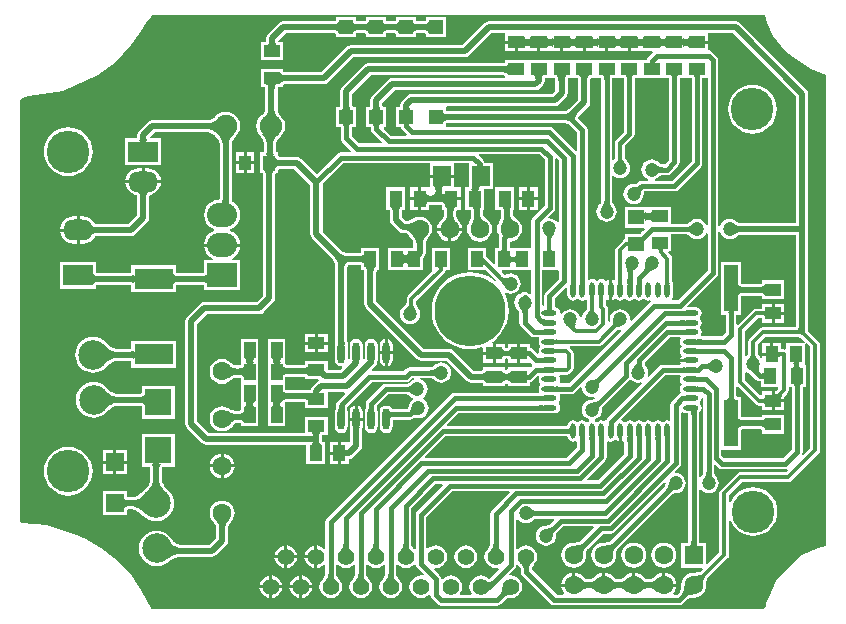
<source format=gtl>
G04*
G04 #@! TF.GenerationSoftware,Altium Limited,Altium Designer,18.1.6 (161)*
G04*
G04 Layer_Physical_Order=1*
G04 Layer_Color=255*
%FSTAX24Y24*%
%MOIN*%
G70*
G01*
G75*
%ADD21R,0.0394X0.0550*%
%ADD22O,0.0177X0.0512*%
%ADD23O,0.0512X0.0177*%
%ADD24R,0.0433X0.0550*%
%ADD25R,0.0550X0.0394*%
%ADD26R,0.0400X0.0500*%
%ADD27R,0.1299X0.0709*%
%ADD28R,0.0906X0.0900*%
%ADD29R,0.0600X0.0600*%
%ADD30R,0.0550X0.0433*%
%ADD31R,0.0472X0.1575*%
%ADD32R,0.0550X0.0500*%
%ADD33R,0.0472X0.0472*%
%ADD34O,0.0236X0.0709*%
%ADD35R,0.0600X0.0650*%
%ADD64C,0.0200*%
%ADD65C,0.0150*%
%ADD66C,0.0120*%
%ADD67R,0.1000X0.0800*%
%ADD68O,0.1000X0.0800*%
%ADD69R,0.1000X0.0700*%
%ADD70O,0.1000X0.0700*%
%ADD71C,0.0984*%
%ADD72C,0.0551*%
%ADD73C,0.0750*%
%ADD74R,0.0630X0.0630*%
%ADD75C,0.0630*%
%ADD76C,0.0500*%
%ADD77C,0.0472*%
%ADD78C,0.1417*%
%ADD79C,0.2362*%
G36*
X05255Y0384D02*
X05275Y037944D01*
X05315Y03745D01*
X0534Y03725D01*
X054Y036843D01*
X0545Y03665D01*
Y020965D01*
X05425Y020876D01*
X053713Y02065D01*
X053356Y020335D01*
X05285Y0198D01*
X052653Y019335D01*
X0525Y01905D01*
Y01895D01*
X052456Y01885D01*
X03205D01*
X032Y0189D01*
X031688Y0195D01*
X0313Y02005D01*
X0309Y02045D01*
X03035Y0209D01*
X02985Y0212D01*
X029438Y021368D01*
X02855Y02165D01*
X0277Y021734D01*
X02765Y02175D01*
Y0358D01*
X0277Y0359D01*
X0279Y03595D01*
X029088Y036117D01*
X03025Y03665D01*
X03085Y0371D01*
X031342Y037647D01*
X0316Y038014D01*
X0319Y038486D01*
X032Y0386D01*
X03205Y03865D01*
X052475D01*
X05255Y0384D01*
D02*
G37*
%LPC*%
G36*
X041836Y038586D02*
X041164D01*
Y038464D01*
X041161Y038463D01*
X041146Y038459D01*
X041125Y038455D01*
X04111Y038454D01*
X04089D01*
X040875Y038455D01*
X040854Y038459D01*
X040839Y038463D01*
X040836Y038464D01*
Y038586D01*
X040164D01*
Y038464D01*
X040161Y038463D01*
X040146Y038459D01*
X040125Y038455D01*
X04011Y038454D01*
X03989D01*
X039875Y038455D01*
X039854Y038459D01*
X039839Y038463D01*
X039836Y038464D01*
Y038586D01*
X039164D01*
Y038464D01*
X039161Y038463D01*
X039146Y038459D01*
X039125Y038455D01*
X03911Y038454D01*
X03889D01*
X038875Y038455D01*
X038854Y038459D01*
X038839Y038463D01*
X038836Y038464D01*
Y038586D01*
X038164D01*
Y038464D01*
X038161Y038463D01*
X038146Y038459D01*
X038125Y038455D01*
X03811Y038454D01*
X036414D01*
X036336Y038438D01*
X03627Y038394D01*
X035906Y03803D01*
X035862Y037964D01*
X035846Y037886D01*
Y037801D01*
X035845Y037786D01*
X035841Y037765D01*
X035837Y037749D01*
X035836Y037747D01*
X035675D01*
Y037153D01*
X036425D01*
Y037747D01*
X036264D01*
X036263Y037749D01*
X036259Y037765D01*
X036255Y037786D01*
X036254Y037801D01*
Y037801D01*
X036499Y038046D01*
X03811D01*
X038125Y038045D01*
X038146Y038041D01*
X038161Y038037D01*
X038164Y038036D01*
Y037914D01*
X038836D01*
Y038036D01*
X038839Y038037D01*
X038854Y038041D01*
X038875Y038045D01*
X03889Y038046D01*
X03911D01*
X039125Y038045D01*
X039146Y038041D01*
X039161Y038037D01*
X039164Y038036D01*
Y037914D01*
X039836D01*
Y038036D01*
X039839Y038037D01*
X039854Y038041D01*
X039875Y038045D01*
X03989Y038046D01*
X04011D01*
X040125Y038045D01*
X040146Y038041D01*
X040161Y038037D01*
X040164Y038036D01*
Y037914D01*
X040836D01*
Y038036D01*
X040839Y038037D01*
X040854Y038041D01*
X040875Y038045D01*
X04089Y038046D01*
X04111D01*
X041125Y038045D01*
X041146Y038041D01*
X041161Y038037D01*
X041164Y038036D01*
Y037914D01*
X041836D01*
Y038586D01*
D02*
G37*
G36*
X0515Y038454D02*
X043279D01*
X043201Y038438D01*
X043134Y038394D01*
X042394Y037654D01*
X03867D01*
X038592Y037638D01*
X038526Y037594D01*
X037686Y036754D01*
X036478D01*
X036464Y036755D01*
X036443Y036759D01*
X036427Y036762D01*
X036425Y036763D01*
Y036847D01*
X036328D01*
X036324Y036848D01*
X03632Y036847D01*
X036314D01*
X036313Y036847D01*
X036312Y036847D01*
X035675D01*
Y036253D01*
X035811D01*
X035812Y036251D01*
X035816Y036235D01*
X03582Y036214D01*
X035821Y036199D01*
Y035516D01*
X035818Y035499D01*
X035813Y035478D01*
X035804Y035456D01*
X035793Y035433D01*
X035779Y03541D01*
X035762Y035386D01*
X035741Y035362D01*
X035717Y035337D01*
X035687Y03531D01*
X035685Y035307D01*
X035661Y035289D01*
X035585Y03519D01*
X035537Y035074D01*
X035521Y03495D01*
X035537Y034826D01*
X035585Y03471D01*
X03564Y034639D01*
X035643Y034634D01*
X035653Y034622D01*
X035661Y034611D01*
X035664Y034609D01*
X03567Y034602D01*
X035693Y034572D01*
X035713Y034543D01*
X03573Y034515D01*
X035744Y034488D01*
X035755Y034462D01*
X035763Y034438D01*
X035769Y034415D01*
X035771Y034398D01*
Y034129D01*
X03577Y034115D01*
X035766Y034093D01*
X035762Y034078D01*
X035761Y034075D01*
X03565D01*
Y033488D01*
X03565Y033487D01*
X03565Y033485D01*
Y03348D01*
X035649Y033476D01*
X03565Y033472D01*
Y033375D01*
X035736D01*
X035737Y033372D01*
X035741Y033357D01*
X035745Y033335D01*
X035746Y033321D01*
Y029301D01*
X035541Y029096D01*
X033792D01*
X033792Y029096D01*
X033714Y02908D01*
X033648Y029036D01*
X033206Y028594D01*
X033162Y028528D01*
X033146Y02845D01*
Y025021D01*
X033162Y024943D01*
X033206Y024877D01*
X0337Y024383D01*
X033766Y024339D01*
X033844Y024323D01*
X03719D01*
Y023675D01*
X037823D01*
Y024425D01*
X03773D01*
X037729Y024428D01*
X037725Y024443D01*
X037721Y024464D01*
X03772Y024479D01*
Y024614D01*
X037721Y024629D01*
X037725Y024651D01*
X037729Y024666D01*
X03773Y024668D01*
X037901D01*
Y025262D01*
X037151D01*
Y024731D01*
X034395D01*
X034392Y024781D01*
X034426Y024786D01*
X034493Y024795D01*
X034594Y024836D01*
X034681Y024903D01*
X034731Y024967D01*
X034734Y024971D01*
X034743Y024984D01*
X034748Y02499D01*
X034748Y024991D01*
X034749Y024993D01*
X034762Y025008D01*
X034776Y025021D01*
X034789Y025032D01*
X034803Y025041D01*
X034817Y025048D01*
X034832Y025054D01*
X034849Y025058D01*
X03486Y025059D01*
X034946D01*
X034961Y025058D01*
X034982Y025055D01*
X034997Y02505D01*
X035Y025049D01*
Y024953D01*
X035594D01*
Y02559D01*
X035594Y025591D01*
X035594Y025592D01*
Y025598D01*
X035594Y025602D01*
X035594Y025605D01*
Y025771D01*
X035594Y025774D01*
X035594Y025778D01*
Y025784D01*
X035594Y025786D01*
X035594Y025786D01*
Y026394D01*
Y027031D01*
X035594Y027031D01*
X035594Y027033D01*
Y027039D01*
X035594Y027042D01*
X035594Y027046D01*
Y027211D01*
X035594Y027215D01*
X035594Y027219D01*
Y027225D01*
X035594Y027226D01*
X035594Y027227D01*
Y027864D01*
X035D01*
Y027227D01*
X035Y027226D01*
X035Y027225D01*
Y027219D01*
X034999Y027215D01*
X035Y027211D01*
Y027046D01*
X034999Y027042D01*
X035Y027039D01*
Y027033D01*
X035Y027031D01*
X035Y027031D01*
Y026985D01*
X034997Y026984D01*
X034982Y02698D01*
X034961Y026976D01*
X034946Y026975D01*
X034846D01*
X034834Y026976D01*
X034815Y026981D01*
X034797Y026986D01*
X034778Y026994D01*
X03476Y027003D01*
X034742Y027015D01*
X034723Y027029D01*
X034704Y027045D01*
X034688Y02706D01*
X034681Y02707D01*
X034594Y027136D01*
X034493Y027178D01*
X034385Y027192D01*
X034277Y027178D01*
X034176Y027136D01*
X034089Y02707D01*
X034023Y026983D01*
X033981Y026882D01*
X033967Y026774D01*
X033981Y026665D01*
X034023Y026564D01*
X034089Y026478D01*
X034176Y026411D01*
X034277Y026369D01*
X034385Y026355D01*
X034493Y026369D01*
X034594Y026411D01*
X034681Y026478D01*
X034687Y026486D01*
X0347Y026498D01*
X034719Y026514D01*
X034738Y026527D01*
X034757Y026539D01*
X034776Y026548D01*
X034795Y026556D01*
X034813Y026562D01*
X034832Y026566D01*
X034844Y026567D01*
X034946D01*
X034961Y026566D01*
X034982Y026562D01*
X034997Y026558D01*
X035Y026557D01*
Y026394D01*
Y025786D01*
X035Y025786D01*
X035Y025784D01*
Y025778D01*
X034999Y025774D01*
X035Y025771D01*
Y025605D01*
X034999Y025602D01*
X035Y025598D01*
Y025592D01*
X035Y025591D01*
X035Y02559D01*
Y025477D01*
X034997Y025476D01*
X034982Y025472D01*
X034961Y025469D01*
X034946Y025467D01*
X034811D01*
X034802Y025468D01*
X034781Y025472D01*
X034759Y025477D01*
X034737Y025484D01*
X034714Y025493D01*
X034692Y025503D01*
X034641Y02553D01*
X034615Y025547D01*
X034612Y025548D01*
X034594Y025561D01*
X034493Y025603D01*
X034385Y025617D01*
X034277Y025603D01*
X034176Y025561D01*
X034089Y025495D01*
X034023Y025408D01*
X033981Y025307D01*
X033967Y025199D01*
X033981Y02509D01*
X034023Y02499D01*
X034089Y024903D01*
X034176Y024836D01*
X034277Y024795D01*
X034345Y024786D01*
X034378Y024781D01*
X034375Y024731D01*
X033928D01*
X033554Y025106D01*
Y028366D01*
X033876Y028688D01*
X035625D01*
X035703Y028703D01*
X035769Y028748D01*
X036094Y029073D01*
X036138Y029139D01*
X036154Y029217D01*
Y033321D01*
X036155Y033335D01*
X036159Y033357D01*
X036163Y033372D01*
X036164Y033375D01*
X03625D01*
Y033472D01*
X036251Y033476D01*
X036274Y033509D01*
X036284Y033519D01*
X036289Y03352D01*
X036304Y033521D01*
X036791D01*
X037322Y032991D01*
Y03135D01*
X037337Y031272D01*
X037381Y031205D01*
X038064Y030523D01*
X038079Y030505D01*
X038095Y03048D01*
X03811Y030455D01*
X038122Y030429D01*
X038131Y030402D01*
X038139Y030374D01*
X038145Y030345D01*
X038147Y030321D01*
Y0278D01*
X038146Y02775D01*
X038143Y027716D01*
X038142Y027707D01*
X038141Y027704D01*
X03814Y027701D01*
X038139Y02769D01*
X038129Y02764D01*
Y027167D01*
X038146Y027082D01*
X038194Y02701D01*
X038266Y026962D01*
X038351Y026945D01*
X03837Y026948D01*
X038394Y026902D01*
X038319Y026827D01*
X037901D01*
Y027117D01*
X037151D01*
Y027008D01*
X037147Y027007D01*
X037132Y027003D01*
X037111Y026999D01*
X037096Y026998D01*
X036548D01*
X036533Y026999D01*
X036528Y027D01*
X036518Y02701D01*
X036494Y027042D01*
X036494Y027046D01*
Y027211D01*
X036494Y027215D01*
X036494Y027219D01*
Y027225D01*
X036494Y027226D01*
X036494Y027227D01*
Y027864D01*
X0359D01*
Y027227D01*
X0359Y027226D01*
X0359Y027225D01*
Y027219D01*
X035899Y027215D01*
X0359Y027211D01*
Y027046D01*
X035899Y027042D01*
X0359Y027039D01*
Y027033D01*
X0359Y027031D01*
X0359Y027031D01*
Y026394D01*
Y025786D01*
X0359Y025786D01*
X0359Y025784D01*
Y025778D01*
X035899Y025774D01*
X0359Y025771D01*
Y025605D01*
X035899Y025602D01*
X0359Y025598D01*
Y025592D01*
X0359Y025591D01*
X0359Y02559D01*
Y024953D01*
X036494D01*
Y02559D01*
X036494Y025591D01*
X036494Y025592D01*
Y025598D01*
X036494Y025602D01*
X036494Y025605D01*
Y025746D01*
X036507Y025749D01*
X036549Y025753D01*
X037096D01*
X037111Y025752D01*
X037132Y025748D01*
X037147Y025744D01*
X037151Y025743D01*
Y025568D01*
X037901D01*
Y026081D01*
X038459D01*
X038478Y026035D01*
X038242Y025798D01*
X038203Y02574D01*
X038189Y025672D01*
Y02563D01*
X038187Y025604D01*
X038185Y025588D01*
X038182Y025573D01*
X038179Y025561D01*
X038176Y025552D01*
X038173Y025544D01*
X03817Y025539D01*
X038165Y025532D01*
X038162Y025524D01*
X038146Y0255D01*
X038129Y025415D01*
Y024943D01*
X038146Y024858D01*
X038194Y024786D01*
X038266Y024737D01*
X038351Y02472D01*
X038436Y024737D01*
X038508Y024786D01*
X038557Y024858D01*
X038574Y024943D01*
Y025415D01*
X038557Y0255D01*
X038552Y025508D01*
X038546Y025592D01*
Y025598D01*
X039366Y026418D01*
X040496D01*
X040564Y026431D01*
X040622Y02647D01*
X040711Y026559D01*
X040795D01*
X040807Y026512D01*
X040725Y026478D01*
X040655Y026424D01*
X040651Y026419D01*
X04064Y026409D01*
X040627Y026398D01*
X040614Y026389D01*
X040602Y026381D01*
X04059Y026375D01*
X040578Y02637D01*
X040566Y026366D01*
X040554Y026364D01*
X040548Y026363D01*
X039848D01*
X039779Y026349D01*
X039721Y026311D01*
X039225Y025814D01*
X039186Y025757D01*
X039173Y025688D01*
Y025602D01*
X039172Y025585D01*
X039168Y025551D01*
X039167Y025541D01*
X039165Y025533D01*
X039164Y02553D01*
X039163Y025529D01*
X03916Y025522D01*
X039146Y0255D01*
X039129Y025415D01*
Y024943D01*
X039146Y024858D01*
X039194Y024786D01*
X039266Y024737D01*
X039351Y02472D01*
X039436Y024737D01*
X039508Y024786D01*
X039557Y024858D01*
X039574Y024943D01*
Y025415D01*
X039557Y0255D01*
X039542Y025522D01*
X03954Y025529D01*
X039539Y02553D01*
X039538Y025533D01*
X039536Y025541D01*
X039534Y02555D01*
X03953Y025614D01*
Y025614D01*
X039921Y026006D01*
X040548D01*
X040554Y026005D01*
X040566Y026003D01*
X040578Y025999D01*
X04059Y025994D01*
X040602Y025988D01*
X040614Y025981D01*
X040627Y025971D01*
X04064Y025961D01*
X040651Y02595D01*
X040655Y025945D01*
X040725Y025891D01*
X040737Y025886D01*
X040741Y02583D01*
X040688Y02579D01*
X040634Y02572D01*
X0406Y025638D01*
X040598Y025621D01*
X040597Y025619D01*
X040597Y025616D01*
X040596Y025613D01*
X040592Y025597D01*
X040589Y025584D01*
X040584Y025572D01*
X040579Y025559D01*
X040572Y025546D01*
X040565Y025534D01*
X040557Y025522D01*
X040554Y025519D01*
X040081D01*
X040068Y02552D01*
X040049Y025522D01*
X040041Y025524D01*
X040008Y025572D01*
X039936Y025621D01*
X039851Y025638D01*
X039766Y025621D01*
X039694Y025572D01*
X039646Y0255D01*
X039629Y025415D01*
Y024943D01*
X039646Y024858D01*
X039694Y024786D01*
X039766Y024737D01*
X039851Y02472D01*
X039936Y024737D01*
X040008Y024786D01*
X040057Y024858D01*
X040074Y024943D01*
Y025161D01*
X040075Y025161D01*
X040085Y025162D01*
X040631D01*
X040699Y025175D01*
X040741Y025203D01*
X040744Y025205D01*
X040745Y025206D01*
X040757Y025214D01*
X040769Y025227D01*
X040771Y025228D01*
X040777Y025232D01*
X040782Y025234D01*
X040786Y025235D01*
X04079Y025236D01*
X040794Y025236D01*
X040798Y025236D01*
X040804Y025234D01*
X040817Y025231D01*
X040819Y02523D01*
X04082Y02523D01*
X040823Y025229D01*
X04084Y025222D01*
X040928Y025211D01*
X041016Y025222D01*
X041097Y025256D01*
X041168Y02531D01*
X041222Y02538D01*
X041255Y025462D01*
X041267Y02555D01*
X041255Y025638D01*
X041222Y02572D01*
X041168Y02579D01*
X041097Y025844D01*
X041085Y025849D01*
X041082Y025904D01*
X041134Y025945D01*
X041188Y026015D01*
X041222Y026097D01*
X041234Y026185D01*
X041222Y026272D01*
X041188Y026354D01*
X041134Y026424D01*
X041064Y026478D01*
X040982Y026512D01*
X040994Y026559D01*
X041339D01*
X041345Y026558D01*
X041357Y026556D01*
X041369Y026552D01*
X041381Y026547D01*
X041393Y026541D01*
X041405Y026533D01*
X041418Y026524D01*
X041431Y026513D01*
X041442Y026503D01*
X041446Y026498D01*
X041516Y026444D01*
X041598Y02641D01*
X041686Y026398D01*
X041773Y02641D01*
X041855Y026444D01*
X041925Y026498D01*
X041979Y026568D01*
X042013Y02665D01*
X042025Y026737D01*
X042013Y026825D01*
X041979Y026907D01*
X041925Y026977D01*
X041855Y027031D01*
X041773Y027065D01*
X041686Y027076D01*
X041598Y027065D01*
X041516Y027031D01*
X041446Y026977D01*
X041442Y026972D01*
X041431Y026962D01*
X041418Y026951D01*
X041405Y026941D01*
X041393Y026934D01*
X041381Y026928D01*
X041369Y026923D01*
X041357Y026919D01*
X041345Y026917D01*
X041339Y026916D01*
X040637D01*
X040568Y026902D01*
X040511Y026864D01*
X040422Y026775D01*
X039394D01*
X039375Y026821D01*
X039495Y026941D01*
X03954Y027007D01*
X039553Y027077D01*
X039557Y027082D01*
X039574Y027167D01*
Y02764D01*
X039557Y027725D01*
X039508Y027797D01*
X039436Y027845D01*
X039351Y027862D01*
X039266Y027845D01*
X039194Y027797D01*
X039146Y027725D01*
X039129Y02764D01*
Y027198D01*
X039126Y027194D01*
X039124Y027193D01*
X039074Y027224D01*
Y02764D01*
X039057Y027725D01*
X039008Y027797D01*
X038936Y027845D01*
X038851Y027862D01*
X038766Y027845D01*
X038694Y027797D01*
X038646Y027725D01*
X038629Y02764D01*
Y027185D01*
X038624Y02718D01*
X038574Y027204D01*
Y02764D01*
X038564Y027687D01*
X038555Y027836D01*
Y030253D01*
X038558Y030271D01*
X038563Y030285D01*
X038568Y030295D01*
X038574Y030302D01*
X03858Y030307D01*
X03859Y030312D01*
X038604Y030317D01*
X038622Y03032D01*
X038973D01*
X038988Y030319D01*
X03901Y030315D01*
X039025Y030311D01*
X039028Y03031D01*
Y030262D01*
X039027Y030261D01*
X039028Y03026D01*
Y030254D01*
X039027Y03025D01*
X039028Y030246D01*
Y030149D01*
X039111D01*
X039112Y030147D01*
X039116Y030131D01*
X039119Y03011D01*
X03912Y030096D01*
Y029028D01*
X039136Y02895D01*
X03918Y028884D01*
X040877Y027187D01*
X040877Y027187D01*
X040943Y027143D01*
X041021Y027127D01*
X041021Y027127D01*
X041866D01*
X042541Y026452D01*
X042607Y026408D01*
X042685Y026392D01*
X043022D01*
X043036Y026391D01*
X043058Y026388D01*
X043073Y026383D01*
X043076Y026382D01*
Y02628D01*
X043826D01*
Y026343D01*
X04386Y026363D01*
X043897Y026342D01*
Y02628D01*
X044647D01*
Y026426D01*
X044674Y026431D01*
X044732Y02647D01*
X044891Y026629D01*
X044918Y026626D01*
X04493Y02661D01*
X044949Y026576D01*
X044936Y026511D01*
X04495Y026437D01*
X044984Y026387D01*
X044989Y026354D01*
X044984Y02632D01*
X04495Y02627D01*
X044936Y026196D01*
X04495Y026122D01*
X044959Y026109D01*
X044932Y02606D01*
X042131D01*
X042131Y02606D01*
X042063Y026046D01*
X042005Y026007D01*
X042005Y026007D01*
X037874Y021876D01*
X037835Y021818D01*
X037822Y02175D01*
Y020876D01*
X037774Y02086D01*
X037768Y020868D01*
X037689Y020928D01*
X037598Y020966D01*
X03755Y020972D01*
Y0206D01*
Y020228D01*
X037598Y020234D01*
X037689Y020272D01*
X037768Y020332D01*
X037774Y02034D01*
X037822Y020324D01*
Y020013D01*
X03782Y020003D01*
X037817Y019989D01*
X037811Y019974D01*
X037804Y019959D01*
X037795Y019943D01*
X037784Y019925D01*
X03777Y019907D01*
X037754Y019889D01*
X037739Y019873D01*
X037732Y019868D01*
X037672Y019789D01*
X037634Y019698D01*
X037621Y0196D01*
X037634Y019502D01*
X037672Y019411D01*
X037732Y019332D01*
X037811Y019272D01*
X037902Y019234D01*
X038Y019221D01*
X038098Y019234D01*
X038189Y019272D01*
X038268Y019332D01*
X038328Y019411D01*
X038366Y019502D01*
X038379Y0196D01*
X038366Y019698D01*
X038328Y019789D01*
X038268Y019868D01*
X038261Y019873D01*
X038246Y019889D01*
X03823Y019907D01*
X038216Y019925D01*
X038205Y019943D01*
X038196Y019959D01*
X038189Y019974D01*
X038183Y019989D01*
X03818Y020003D01*
X038178Y020013D01*
Y020324D01*
X038226Y02034D01*
X038232Y020332D01*
X038311Y020272D01*
X038402Y020234D01*
X0385Y020221D01*
X038598Y020234D01*
X038689Y020272D01*
X038768Y020332D01*
X038774Y02034D01*
X038822Y020324D01*
Y020013D01*
X03882Y020003D01*
X038817Y019989D01*
X038811Y019974D01*
X038804Y019959D01*
X038795Y019943D01*
X038784Y019925D01*
X03877Y019907D01*
X038754Y019889D01*
X038739Y019873D01*
X038732Y019868D01*
X038672Y019789D01*
X038634Y019698D01*
X038621Y0196D01*
X038634Y019502D01*
X038672Y019411D01*
X038732Y019332D01*
X038811Y019272D01*
X038902Y019234D01*
X039Y019221D01*
X039098Y019234D01*
X039189Y019272D01*
X039268Y019332D01*
X039328Y019411D01*
X039366Y019502D01*
X039379Y0196D01*
X039366Y019698D01*
X039328Y019789D01*
X039268Y019868D01*
X039261Y019873D01*
X039246Y019889D01*
X03923Y019907D01*
X039216Y019925D01*
X039205Y019943D01*
X039196Y019959D01*
X039189Y019974D01*
X039183Y019989D01*
X03918Y020003D01*
X039178Y020013D01*
Y020324D01*
X039226Y02034D01*
X039232Y020332D01*
X039311Y020272D01*
X039402Y020234D01*
X0395Y020221D01*
X039598Y020234D01*
X039689Y020272D01*
X039768Y020332D01*
X039774Y02034D01*
X039822Y020324D01*
Y020013D01*
X03982Y020003D01*
X039817Y019989D01*
X039811Y019974D01*
X039804Y019959D01*
X039795Y019943D01*
X039784Y019925D01*
X03977Y019907D01*
X039754Y019889D01*
X039739Y019873D01*
X039732Y019868D01*
X039672Y019789D01*
X039634Y019698D01*
X039621Y0196D01*
X039634Y019502D01*
X039672Y019411D01*
X039732Y019332D01*
X039811Y019272D01*
X039902Y019234D01*
X04Y019221D01*
X040098Y019234D01*
X040189Y019272D01*
X040268Y019332D01*
X040328Y019411D01*
X040366Y019502D01*
X040379Y0196D01*
X040366Y019698D01*
X040328Y019789D01*
X040268Y019868D01*
X040261Y019873D01*
X040246Y019889D01*
X04023Y019907D01*
X040216Y019925D01*
X040205Y019943D01*
X040196Y019959D01*
X040189Y019974D01*
X040183Y019989D01*
X04018Y020003D01*
X040178Y020013D01*
Y020324D01*
X040226Y02034D01*
X040232Y020332D01*
X040311Y020272D01*
X040402Y020234D01*
X0405Y020221D01*
X040598Y020234D01*
X040689Y020272D01*
X040768Y020332D01*
X040784Y020353D01*
X040789Y020353D01*
X040836Y020338D01*
X040846Y020288D01*
X040884Y02023D01*
X041098Y020016D01*
X041074Y019969D01*
X041Y019979D01*
X040902Y019966D01*
X040811Y019928D01*
X040732Y019868D01*
X040672Y019789D01*
X040634Y019698D01*
X040621Y0196D01*
X040634Y019502D01*
X040672Y019411D01*
X040732Y019332D01*
X040811Y019272D01*
X040902Y019234D01*
X041Y019221D01*
X041098Y019234D01*
X041189Y019272D01*
X041268Y019332D01*
X041276Y019343D01*
X041324Y019323D01*
X041335Y019267D01*
X041374Y019209D01*
X041559Y019023D01*
X041559Y019023D01*
X041617Y018985D01*
X041686Y018971D01*
X043549D01*
X043618Y018985D01*
X043676Y019023D01*
X043834Y019182D01*
X043842Y019188D01*
X043854Y019195D01*
X043869Y019202D01*
X043885Y019208D01*
X043903Y019213D01*
X043923Y019217D01*
X043945Y01922D01*
X04397Y019222D01*
X043991Y019222D01*
X044Y019221D01*
X044098Y019234D01*
X044189Y019272D01*
X044268Y019332D01*
X044328Y019411D01*
X044366Y019502D01*
X044379Y0196D01*
X044366Y019698D01*
X044328Y019789D01*
X044268Y019868D01*
X044189Y019928D01*
X044098Y019966D01*
X044Y019979D01*
X043972Y019975D01*
X043949Y020022D01*
X044126Y0202D01*
X044126Y0202D01*
X044165Y020258D01*
X044177Y020321D01*
X044199Y020333D01*
X044225Y020342D01*
X044232Y020332D01*
X044251Y020318D01*
X044254Y020314D01*
X044275Y020295D01*
X044291Y020279D01*
X044304Y020263D01*
X044316Y020247D01*
X044325Y020232D01*
X044332Y020218D01*
X044337Y020205D01*
X04434Y020191D01*
X044342Y020182D01*
Y020099D01*
X044355Y020031D01*
X044394Y019973D01*
X045333Y019034D01*
X045391Y018995D01*
X045459Y018982D01*
X045459Y018982D01*
X04961D01*
X049678Y018995D01*
X049736Y019034D01*
X049888Y019186D01*
X049898Y019193D01*
X049913Y019202D01*
X049931Y019209D01*
X049951Y019216D01*
X049974Y019222D01*
X049999Y019227D01*
X050063Y019233D01*
X050088Y019233D01*
X0501Y019231D01*
X050208Y019246D01*
X050309Y019288D01*
X050396Y019354D01*
X050462Y019441D01*
X050504Y019542D01*
X050519Y01965D01*
X050517Y01966D01*
X050519Y019731D01*
X050522Y019762D01*
X050527Y019791D01*
X050532Y019816D01*
X050539Y019838D01*
X050546Y019855D01*
X050553Y019869D01*
X050559Y019879D01*
X051229Y020548D01*
X051265Y020601D01*
X051277Y020664D01*
Y021794D01*
X051327Y021802D01*
X051329Y021793D01*
X051404Y021653D01*
X051506Y02153D01*
X051629Y021429D01*
X051769Y021354D01*
X051922Y021307D01*
X05208Y021292D01*
X052239Y021307D01*
X052391Y021354D01*
X052532Y021429D01*
X052655Y02153D01*
X052756Y021653D01*
X052831Y021793D01*
X052877Y021946D01*
X052893Y022104D01*
X052877Y022263D01*
X052831Y022415D01*
X052756Y022556D01*
X052655Y022679D01*
X052532Y02278D01*
X052391Y022855D01*
X052239Y022901D01*
X05208Y022917D01*
X051922Y022901D01*
X051769Y022855D01*
X051629Y02278D01*
X051506Y022679D01*
X051404Y022556D01*
X051329Y022415D01*
X051327Y022407D01*
X051277Y022415D01*
Y022643D01*
X051721Y023087D01*
X053235D01*
X053297Y023099D01*
X05335Y023135D01*
X054265Y02405D01*
X054301Y024103D01*
X054313Y024165D01*
Y027649D01*
X054301Y027712D01*
X054265Y027764D01*
X05398Y028049D01*
X053924Y028108D01*
X053917Y028116D01*
Y031531D01*
X053917Y031531D01*
X053917Y031531D01*
Y036037D01*
X053902Y036115D01*
X053858Y036181D01*
X051644Y038394D01*
X051578Y038438D01*
X0515Y038454D01*
D02*
G37*
G36*
X03545Y034075D02*
X0352D01*
Y033775D01*
X03545D01*
Y034075D01*
D02*
G37*
G36*
X0351D02*
X03485D01*
Y033775D01*
X0351D01*
Y034075D01*
D02*
G37*
G36*
X03545Y033675D02*
X0352D01*
Y033375D01*
X03545D01*
Y033675D01*
D02*
G37*
G36*
X0351D02*
X03485D01*
Y033375D01*
X0351D01*
Y033675D01*
D02*
G37*
G36*
X02925Y034913D02*
X029091Y034897D01*
X028939Y034851D01*
X028799Y034776D01*
X028675Y034675D01*
X028574Y034551D01*
X028499Y034411D01*
X028453Y034259D01*
X028437Y0341D01*
X028453Y033941D01*
X028499Y033789D01*
X028574Y033649D01*
X028675Y033525D01*
X028799Y033424D01*
X028939Y033349D01*
X029091Y033303D01*
X02925Y033287D01*
X029409Y033303D01*
X029561Y033349D01*
X029701Y033424D01*
X029825Y033525D01*
X029926Y033649D01*
X030001Y033789D01*
X030047Y033941D01*
X030063Y0341D01*
X030047Y034259D01*
X030001Y034411D01*
X029926Y034551D01*
X029825Y034675D01*
X029701Y034776D01*
X029561Y034851D01*
X029409Y034897D01*
X02925Y034913D01*
D02*
G37*
G36*
X0319Y033554D02*
X0318D01*
Y03315D01*
X032347D01*
X032338Y033217D01*
X032293Y033327D01*
X032221Y033421D01*
X032127Y033493D01*
X032017Y033538D01*
X0319Y033554D01*
D02*
G37*
G36*
X0317D02*
X0316D01*
X031483Y033538D01*
X031373Y033493D01*
X031279Y033421D01*
X031207Y033327D01*
X031162Y033217D01*
X031153Y03315D01*
X0317D01*
Y033554D01*
D02*
G37*
G36*
X032347Y03305D02*
X03175D01*
X031153D01*
X031162Y032983D01*
X031207Y032873D01*
X031279Y032779D01*
X031373Y032707D01*
X031483Y032662D01*
X031535Y032655D01*
X031537Y03265D01*
X031541Y032634D01*
X031545Y032611D01*
X031546Y032596D01*
Y03198D01*
X031257Y031692D01*
X030215D01*
X030193Y031693D01*
X030163Y031697D01*
X03014Y031702D01*
X030136Y031704D01*
X030131Y031715D01*
X030059Y031809D01*
X029965Y031881D01*
X029855Y031926D01*
X029738Y031942D01*
X029638D01*
Y031488D01*
Y031034D01*
X029738D01*
X029855Y031049D01*
X029965Y031095D01*
X030059Y031167D01*
X030131Y031261D01*
X030136Y031272D01*
X03014Y031273D01*
X030161Y031278D01*
X03022Y031284D01*
X031342D01*
X03142Y031299D01*
X031486Y031344D01*
X031894Y031752D01*
X031894Y031752D01*
X031938Y031818D01*
X031954Y031896D01*
X031954Y031896D01*
Y032596D01*
X031955Y032611D01*
X031959Y032634D01*
X031963Y03265D01*
X031965Y032655D01*
X032017Y032662D01*
X032127Y032707D01*
X032221Y032779D01*
X032293Y032873D01*
X032338Y032983D01*
X032347Y03305D01*
D02*
G37*
G36*
X029538Y031942D02*
X029438D01*
X02932Y031926D01*
X029211Y031881D01*
X029117Y031809D01*
X029045Y031715D01*
X028999Y031605D01*
X028991Y031538D01*
X029538D01*
Y031942D01*
D02*
G37*
G36*
X0345Y035429D02*
X034376Y035413D01*
X03426Y035365D01*
X034161Y035289D01*
X034152Y035277D01*
X034131Y035257D01*
X034104Y035233D01*
X034077Y035213D01*
X034052Y035196D01*
X034027Y035182D01*
X034003Y035171D01*
X033979Y035162D01*
X033957Y035157D01*
X03394Y035154D01*
X03205D01*
X031972Y035138D01*
X031906Y035094D01*
X031606Y034794D01*
X031562Y034728D01*
X031546Y03465D01*
Y034604D01*
X031545Y034589D01*
X031541Y034568D01*
X031537Y034553D01*
X031536Y03455D01*
X03115D01*
Y03365D01*
X03235D01*
Y03455D01*
X032009D01*
X031988Y0346D01*
X032134Y034746D01*
X03394D01*
X033957Y034743D01*
X033979Y034738D01*
X034003Y034729D01*
X034027Y034718D01*
X034052Y034704D01*
X034077Y034687D01*
X034104Y034667D01*
X034131Y034643D01*
X034152Y034623D01*
X034161Y034611D01*
X034173Y034602D01*
X034193Y034581D01*
X034217Y034554D01*
X034237Y034527D01*
X034254Y034502D01*
X034268Y034477D01*
X034279Y034453D01*
X034288Y034429D01*
X034293Y034407D01*
X034296Y03439D01*
Y03254D01*
X034295Y032523D01*
X034291Y0325D01*
X034289Y032492D01*
X034285D01*
X034155Y032475D01*
X034033Y032425D01*
X033928Y032344D01*
X033848Y03224D01*
X033798Y032118D01*
X033781Y031988D01*
X033798Y031857D01*
X033848Y031736D01*
X033928Y031631D01*
X034033Y031551D01*
X03412Y031515D01*
Y031461D01*
X034033Y031425D01*
X033928Y031344D01*
X033848Y03124D01*
X033798Y031118D01*
X033787Y031038D01*
X034385D01*
X034983D01*
X034972Y031118D01*
X034922Y03124D01*
X034842Y031344D01*
X034737Y031425D01*
X03465Y031461D01*
Y031515D01*
X034737Y031551D01*
X034842Y031631D01*
X034922Y031736D01*
X034972Y031857D01*
X034989Y031988D01*
X034972Y032118D01*
X034922Y03224D01*
X034842Y032344D01*
X034737Y032425D01*
X034719Y032432D01*
X034719Y032432D01*
X034714Y032447D01*
X034709Y032469D01*
X034705Y032497D01*
X034704Y032517D01*
Y03439D01*
X034707Y034407D01*
X034712Y034429D01*
X034721Y034453D01*
X034732Y034477D01*
X034746Y034502D01*
X034763Y034527D01*
X034783Y034554D01*
X034807Y034581D01*
X034827Y034602D01*
X034839Y034611D01*
X034915Y03471D01*
X034963Y034826D01*
X034979Y03495D01*
X034963Y035074D01*
X034915Y03519D01*
X034839Y035289D01*
X03474Y035365D01*
X034624Y035413D01*
X0345Y035429D01*
D02*
G37*
G36*
X029538Y031438D02*
X028991D01*
X028999Y03137D01*
X029045Y031261D01*
X029117Y031167D01*
X029211Y031095D01*
X02932Y031049D01*
X029438Y031034D01*
X029538D01*
Y031438D01*
D02*
G37*
G36*
X034983Y030938D02*
X034385D01*
X033787D01*
X033798Y030857D01*
X033848Y030736D01*
X033928Y030631D01*
X034033Y030551D01*
X034065Y030538D01*
X034055Y030488D01*
X033785D01*
Y030074D01*
X033782Y030073D01*
X033767Y030069D01*
X033746Y030065D01*
X033731Y030064D01*
X032904D01*
X032889Y030065D01*
X032867Y030069D01*
X032852Y030073D01*
X03285Y030074D01*
Y030314D01*
X03135D01*
Y030074D01*
X031348Y030073D01*
X031333Y030069D01*
X031311Y030065D01*
X031296Y030064D01*
X030242D01*
X030227Y030065D01*
X030206Y030069D01*
X03019Y030073D01*
X030188Y030074D01*
Y030438D01*
X028988D01*
Y029538D01*
X030188D01*
Y029646D01*
X03019Y029647D01*
X030206Y029651D01*
X030227Y029655D01*
X030242Y029656D01*
X031296D01*
X031311Y029655D01*
X031333Y029651D01*
X031348Y029647D01*
X03135Y029646D01*
Y029405D01*
X03285D01*
Y029646D01*
X032852Y029647D01*
X032867Y029651D01*
X032889Y029655D01*
X032904Y029656D01*
X033731D01*
X033746Y029655D01*
X033767Y029651D01*
X033782Y029647D01*
X033785Y029646D01*
Y029488D01*
X034985D01*
Y030488D01*
X034715D01*
X034705Y030538D01*
X034737Y030551D01*
X034842Y030631D01*
X034922Y030736D01*
X034972Y030857D01*
X034983Y030938D01*
D02*
G37*
G36*
X037901Y028017D02*
X037576D01*
Y02777D01*
X037901D01*
Y028017D01*
D02*
G37*
G36*
X037476D02*
X037151D01*
Y02777D01*
X037476D01*
Y028017D01*
D02*
G37*
G36*
X039901Y027852D02*
Y027453D01*
X040074D01*
Y02764D01*
X040057Y027725D01*
X040008Y027797D01*
X039936Y027845D01*
X039901Y027852D01*
D02*
G37*
G36*
X039801Y027852D02*
X039766Y027845D01*
X039694Y027797D01*
X039646Y027725D01*
X039629Y02764D01*
Y027453D01*
X039801D01*
Y027852D01*
D02*
G37*
G36*
X037901Y02767D02*
X037576D01*
Y027423D01*
X037901D01*
Y02767D01*
D02*
G37*
G36*
X037476D02*
X037151D01*
Y027423D01*
X037476D01*
Y02767D01*
D02*
G37*
G36*
X040074Y027353D02*
X039901D01*
Y026955D01*
X039936Y026962D01*
X040008Y02701D01*
X040057Y027082D01*
X040074Y027167D01*
Y027353D01*
D02*
G37*
G36*
X039801D02*
X039629D01*
Y027167D01*
X039646Y027082D01*
X039694Y02701D01*
X039766Y026962D01*
X039801Y026955D01*
Y027353D01*
D02*
G37*
G36*
X03008Y027926D02*
X029964Y027915D01*
X029852Y027881D01*
X029749Y027826D01*
X029659Y027752D01*
X029585Y027662D01*
X02953Y027559D01*
X029496Y027447D01*
X029485Y027331D01*
X029496Y027215D01*
X02953Y027103D01*
X029585Y027001D01*
X029659Y02691D01*
X029749Y026836D01*
X029852Y026781D01*
X029964Y026748D01*
X03008Y026736D01*
X030196Y026748D01*
X030308Y026781D01*
X030411Y026836D01*
X030501Y02691D01*
X030506Y026917D01*
X030592Y026998D01*
X030632Y02703D01*
X030671Y027058D01*
X030708Y027081D01*
X030743Y0271D01*
X030775Y027113D01*
X030805Y027122D01*
X030832Y027127D01*
X031296D01*
X031311Y027126D01*
X031333Y027122D01*
X031348Y027118D01*
X03135Y027117D01*
Y026886D01*
X03285D01*
Y027794D01*
X03135D01*
Y027545D01*
X031348Y027544D01*
X031333Y02754D01*
X031311Y027536D01*
X031296Y027535D01*
X030832D01*
X030805Y02754D01*
X030775Y027549D01*
X030743Y027563D01*
X030708Y027581D01*
X030671Y027604D01*
X030633Y027631D01*
X030548Y027704D01*
X030506Y027745D01*
X030501Y027752D01*
X030411Y027826D01*
X030308Y027881D01*
X030196Y027915D01*
X03008Y027926D01*
D02*
G37*
G36*
X038901Y025628D02*
Y025229D01*
X039074D01*
Y025415D01*
X039057Y0255D01*
X039008Y025572D01*
X038936Y025621D01*
X038901Y025628D01*
D02*
G37*
G36*
X038801Y025628D02*
X038766Y025621D01*
X038694Y025572D01*
X038646Y0255D01*
X038629Y025415D01*
Y025229D01*
X038801D01*
Y025628D01*
D02*
G37*
G36*
X0301Y026426D02*
X029984Y026415D01*
X029872Y026381D01*
X029769Y026326D01*
X029679Y026252D01*
X029605Y026162D01*
X02955Y026059D01*
X029516Y025947D01*
X029505Y025831D01*
X029516Y025715D01*
X02955Y025603D01*
X029605Y025501D01*
X029679Y02541D01*
X029769Y025336D01*
X029872Y025281D01*
X029984Y025248D01*
X0301Y025236D01*
X030216Y025248D01*
X030328Y025281D01*
X030431Y025336D01*
X030521Y02541D01*
X030526Y025417D01*
X030612Y025498D01*
X030652Y02553D01*
X030691Y025558D01*
X030728Y025581D01*
X030763Y0256D01*
X030795Y025613D01*
X030825Y025622D01*
X030852Y025627D01*
X031643D01*
X031658Y025626D01*
X031679Y025622D01*
X031695Y025618D01*
X031697Y025617D01*
Y0252D01*
X032803D01*
Y0263D01*
X031697D01*
Y026045D01*
X031695Y026044D01*
X031679Y02604D01*
X031658Y026036D01*
X031643Y026035D01*
X030852D01*
X030825Y02604D01*
X030795Y026049D01*
X030763Y026063D01*
X030728Y026081D01*
X030691Y026104D01*
X030653Y026131D01*
X030568Y026204D01*
X030526Y026245D01*
X030521Y026252D01*
X030431Y026326D01*
X030328Y026381D01*
X030216Y026415D01*
X0301Y026426D01*
D02*
G37*
G36*
X038244Y024425D02*
X037977D01*
Y0241D01*
X038244D01*
Y024425D01*
D02*
G37*
G36*
X0312Y02415D02*
X03085D01*
Y0238D01*
X0312D01*
Y02415D01*
D02*
G37*
G36*
X03075D02*
X0304D01*
Y0238D01*
X03075D01*
Y02415D01*
D02*
G37*
G36*
X039074Y025129D02*
X038851D01*
X038629D01*
Y024943D01*
X038638Y024895D01*
X038647Y024746D01*
Y024456D01*
X03861Y024425D01*
X038344D01*
Y02405D01*
Y023675D01*
X03861D01*
Y023848D01*
X038678Y023862D01*
X038744Y023906D01*
X038995Y024157D01*
X03904Y024223D01*
X039055Y024301D01*
Y024782D01*
X039056Y024832D01*
X039059Y024866D01*
X039061Y024875D01*
X039061Y024878D01*
X039062Y024881D01*
X039063Y024892D01*
X039074Y024943D01*
Y025129D01*
D02*
G37*
G36*
X038244Y024D02*
X037977D01*
Y023675D01*
X038244D01*
Y024D01*
D02*
G37*
G36*
X034435Y024036D02*
Y023674D01*
X034797D01*
X034789Y023732D01*
X034748Y023833D01*
X034681Y02392D01*
X034594Y023986D01*
X034493Y024028D01*
X034435Y024036D01*
D02*
G37*
G36*
X034335Y024036D02*
X034277Y024028D01*
X034176Y023986D01*
X034089Y02392D01*
X034023Y023833D01*
X033981Y023732D01*
X033973Y023674D01*
X034335D01*
Y024036D01*
D02*
G37*
G36*
X0312Y0237D02*
X03085D01*
Y02335D01*
X0312D01*
Y0237D01*
D02*
G37*
G36*
X03075D02*
X0304D01*
Y02335D01*
X03075D01*
Y0237D01*
D02*
G37*
G36*
X034797Y023574D02*
X034435D01*
Y023212D01*
X034493Y02322D01*
X034594Y023262D01*
X034681Y023328D01*
X034748Y023415D01*
X034789Y023516D01*
X034797Y023574D01*
D02*
G37*
G36*
X034335D02*
X033973D01*
X033981Y023516D01*
X034023Y023415D01*
X034089Y023328D01*
X034176Y023262D01*
X034277Y02322D01*
X034335Y023212D01*
Y023574D01*
D02*
G37*
G36*
X02925Y024263D02*
X029091Y024247D01*
X028939Y024201D01*
X028799Y024126D01*
X028675Y024025D01*
X028574Y023901D01*
X028499Y023761D01*
X028453Y023609D01*
X028437Y02345D01*
X028453Y023291D01*
X028499Y023139D01*
X028574Y022999D01*
X028675Y022875D01*
X028799Y022774D01*
X028939Y022699D01*
X029091Y022653D01*
X02925Y022637D01*
X029409Y022653D01*
X029561Y022699D01*
X029701Y022774D01*
X029825Y022875D01*
X029926Y022999D01*
X030001Y023139D01*
X030047Y023291D01*
X030063Y02345D01*
X030047Y023609D01*
X030001Y023761D01*
X029926Y023901D01*
X029825Y024025D01*
X029701Y024126D01*
X029561Y024201D01*
X029409Y024247D01*
X02925Y024263D01*
D02*
G37*
G36*
X032803Y0247D02*
X031697D01*
Y0236D01*
X031966D01*
X031967Y023597D01*
X031971Y023582D01*
X031975Y023561D01*
X031976Y023546D01*
Y023127D01*
X031971Y023101D01*
X031962Y023071D01*
X031949Y023039D01*
X03193Y023004D01*
X031907Y022967D01*
X03188Y022929D01*
X031807Y022843D01*
X031766Y022802D01*
X031759Y022796D01*
X031754Y02279D01*
X031668Y022709D01*
X031628Y022676D01*
X031589Y022648D01*
X031552Y022625D01*
X031517Y022607D01*
X031485Y022594D01*
X031455Y022585D01*
X031428Y02258D01*
X031254D01*
X03124Y022581D01*
X031218Y022584D01*
X031203Y022588D01*
X0312Y02259D01*
Y0228D01*
X0304D01*
Y022D01*
X0312D01*
Y022161D01*
X031203Y022163D01*
X031218Y022167D01*
X03124Y02217D01*
X031254Y022172D01*
X031428D01*
X031455Y022167D01*
X031485Y022158D01*
X031517Y022144D01*
X031552Y022126D01*
X031589Y022103D01*
X031627Y022076D01*
X031712Y022002D01*
X031754Y021962D01*
X031759Y021955D01*
X031849Y021881D01*
X031952Y021826D01*
X032064Y021792D01*
X03218Y021781D01*
X032296Y021792D01*
X032408Y021826D01*
X032511Y021881D01*
X032601Y021955D01*
X032675Y022045D01*
X03273Y022148D01*
X032764Y02226D01*
X032775Y022376D01*
X032764Y022492D01*
X03273Y022603D01*
X032675Y022706D01*
X032601Y022796D01*
X032595Y022801D01*
X032513Y022888D01*
X032481Y022928D01*
X032453Y022967D01*
X03243Y023004D01*
X032411Y023039D01*
X032398Y023071D01*
X032389Y023101D01*
X032384Y023127D01*
Y023546D01*
X032385Y023561D01*
X032389Y023582D01*
X032393Y023597D01*
X032394Y0236D01*
X032803D01*
Y0247D01*
D02*
G37*
G36*
X034385Y022468D02*
X034277Y022453D01*
X034176Y022412D01*
X034089Y022345D01*
X034023Y022258D01*
X033981Y022158D01*
X033967Y022049D01*
X033981Y021941D01*
X034023Y02184D01*
X034089Y021753D01*
X034098Y021747D01*
X034112Y021732D01*
X034128Y021713D01*
X034141Y021694D01*
X034153Y021676D01*
X034162Y021657D01*
X03417Y021639D01*
X034176Y02162D01*
X03418Y021601D01*
X034181Y02159D01*
Y021219D01*
X033966Y021004D01*
X03296D01*
X03296Y021004D01*
X032934Y021009D01*
X032906Y021018D01*
X032878Y021032D01*
X032848Y02105D01*
X032817Y021073D01*
X032784Y021102D01*
X032751Y021136D01*
X032717Y021176D01*
X032695Y021206D01*
X032695Y021206D01*
X032694Y021207D01*
X032682Y021223D01*
X032678Y021227D01*
X032621Y021296D01*
X032531Y02137D01*
X032428Y021425D01*
X032316Y021459D01*
X0322Y021471D01*
X032084Y021459D01*
X031972Y021425D01*
X031869Y02137D01*
X031779Y021296D01*
X031705Y021206D01*
X03165Y021103D01*
X031616Y020992D01*
X031605Y020876D01*
X031616Y02076D01*
X03165Y020648D01*
X031705Y020545D01*
X031779Y020455D01*
X031869Y020381D01*
X031972Y020326D01*
X032084Y020292D01*
X0322Y020281D01*
X032316Y020292D01*
X032428Y020326D01*
X032531Y020381D01*
X03255Y020397D01*
X032554Y020399D01*
X03261Y020439D01*
X032661Y020474D01*
X032758Y020532D01*
X0328Y020553D01*
X032839Y02057D01*
X032874Y020583D01*
X032905Y020592D01*
X03293Y020596D01*
X03405D01*
X034128Y020612D01*
X034194Y020656D01*
X034529Y020991D01*
X034573Y021057D01*
X034589Y021135D01*
Y02159D01*
X03459Y021601D01*
X034595Y02162D01*
X0346Y021639D01*
X034608Y021657D01*
X034617Y021676D01*
X034629Y021694D01*
X034643Y021713D01*
X034659Y021732D01*
X034672Y021747D01*
X034681Y021753D01*
X034748Y02184D01*
X034789Y021941D01*
X034804Y022049D01*
X034789Y022158D01*
X034748Y022258D01*
X034681Y022345D01*
X034594Y022412D01*
X034493Y022453D01*
X034385Y022468D01*
D02*
G37*
G36*
X03745Y020972D02*
X037402Y020966D01*
X037311Y020928D01*
X037232Y020868D01*
X037172Y020789D01*
X037134Y020698D01*
X037128Y02065D01*
X03745D01*
Y020972D01*
D02*
G37*
G36*
X03655D02*
Y02065D01*
X036872D01*
X036866Y020698D01*
X036828Y020789D01*
X036768Y020868D01*
X036689Y020928D01*
X036598Y020966D01*
X03655Y020972D01*
D02*
G37*
G36*
X03645D02*
X036402Y020966D01*
X036311Y020928D01*
X036232Y020868D01*
X036172Y020789D01*
X036134Y020698D01*
X036128Y02065D01*
X03645D01*
Y020972D01*
D02*
G37*
G36*
X03745Y02055D02*
X037128D01*
X037134Y020502D01*
X037172Y020411D01*
X037232Y020332D01*
X037311Y020272D01*
X037402Y020234D01*
X03745Y020228D01*
Y02055D01*
D02*
G37*
G36*
X036872D02*
X03655D01*
Y020228D01*
X036598Y020234D01*
X036689Y020272D01*
X036768Y020332D01*
X036828Y020411D01*
X036866Y020502D01*
X036872Y02055D01*
D02*
G37*
G36*
X03645D02*
X036128D01*
X036134Y020502D01*
X036172Y020411D01*
X036232Y020332D01*
X036311Y020272D01*
X036402Y020234D01*
X03645Y020228D01*
Y02055D01*
D02*
G37*
G36*
X03705Y019972D02*
Y01965D01*
X037372D01*
X037366Y019698D01*
X037328Y019789D01*
X037268Y019868D01*
X037189Y019928D01*
X037098Y019966D01*
X03705Y019972D01*
D02*
G37*
G36*
X03695D02*
X036902Y019966D01*
X036811Y019928D01*
X036732Y019868D01*
X036672Y019789D01*
X036634Y019698D01*
X036628Y01965D01*
X03695D01*
Y019972D01*
D02*
G37*
G36*
X03605D02*
Y01965D01*
X036372D01*
X036366Y019698D01*
X036328Y019789D01*
X036268Y019868D01*
X036189Y019928D01*
X036098Y019966D01*
X03605Y019972D01*
D02*
G37*
G36*
X03595D02*
X035902Y019966D01*
X035811Y019928D01*
X035732Y019868D01*
X035672Y019789D01*
X035634Y019698D01*
X035628Y01965D01*
X03595D01*
Y019972D01*
D02*
G37*
G36*
X037372Y01955D02*
X03705D01*
Y019228D01*
X037098Y019234D01*
X037189Y019272D01*
X037268Y019332D01*
X037328Y019411D01*
X037366Y019502D01*
X037372Y01955D01*
D02*
G37*
G36*
X03695D02*
X036628D01*
X036634Y019502D01*
X036672Y019411D01*
X036732Y019332D01*
X036811Y019272D01*
X036902Y019234D01*
X03695Y019228D01*
Y01955D01*
D02*
G37*
G36*
X036372D02*
X03605D01*
Y019228D01*
X036098Y019234D01*
X036189Y019272D01*
X036268Y019332D01*
X036328Y019411D01*
X036366Y019502D01*
X036372Y01955D01*
D02*
G37*
G36*
X03595D02*
X035628D01*
X035634Y019502D01*
X035672Y019411D01*
X035732Y019332D01*
X035811Y019272D01*
X035902Y019234D01*
X03595Y019228D01*
Y01955D01*
D02*
G37*
%LPD*%
G36*
X041266Y03805D02*
X041264Y038069D01*
X041258Y038086D01*
X041248Y038101D01*
X041234Y038114D01*
X041216Y038125D01*
X041194Y038134D01*
X041168Y038141D01*
X041137Y038146D01*
X041103Y038149D01*
X041065Y03815D01*
Y03835D01*
X041103Y038351D01*
X041137Y038354D01*
X041168Y038359D01*
X041194Y038366D01*
X041216Y038375D01*
X041234Y038386D01*
X041248Y038399D01*
X041258Y038414D01*
X041264Y038431D01*
X041266Y03845D01*
Y03805D01*
D02*
G37*
G36*
X040736Y038431D02*
X040742Y038414D01*
X040752Y038399D01*
X040766Y038386D01*
X040784Y038375D01*
X040806Y038366D01*
X040832Y038359D01*
X040863Y038354D01*
X040897Y038351D01*
X040935Y03835D01*
Y03815D01*
X040897Y038149D01*
X040863Y038146D01*
X040832Y038141D01*
X040806Y038134D01*
X040784Y038125D01*
X040766Y038114D01*
X040752Y038101D01*
X040742Y038086D01*
X040736Y038069D01*
X040734Y03805D01*
Y03845D01*
X040736Y038431D01*
D02*
G37*
G36*
X040266Y03805D02*
X040264Y038069D01*
X040258Y038086D01*
X040248Y038101D01*
X040234Y038114D01*
X040216Y038125D01*
X040194Y038134D01*
X040168Y038141D01*
X040137Y038146D01*
X040103Y038149D01*
X040065Y03815D01*
Y03835D01*
X040103Y038351D01*
X040137Y038354D01*
X040168Y038359D01*
X040194Y038366D01*
X040216Y038375D01*
X040234Y038386D01*
X040248Y038399D01*
X040258Y038414D01*
X040264Y038431D01*
X040266Y03845D01*
Y03805D01*
D02*
G37*
G36*
X039736Y038431D02*
X039742Y038414D01*
X039752Y038399D01*
X039766Y038386D01*
X039784Y038375D01*
X039806Y038366D01*
X039832Y038359D01*
X039863Y038354D01*
X039897Y038351D01*
X039935Y03835D01*
Y03815D01*
X039897Y038149D01*
X039863Y038146D01*
X039832Y038141D01*
X039806Y038134D01*
X039784Y038125D01*
X039766Y038114D01*
X039752Y038101D01*
X039742Y038086D01*
X039736Y038069D01*
X039734Y03805D01*
Y03845D01*
X039736Y038431D01*
D02*
G37*
G36*
X039266Y03805D02*
X039264Y038069D01*
X039258Y038086D01*
X039248Y038101D01*
X039234Y038114D01*
X039216Y038125D01*
X039194Y038134D01*
X039168Y038141D01*
X039137Y038146D01*
X039103Y038149D01*
X039065Y03815D01*
Y03835D01*
X039103Y038351D01*
X039137Y038354D01*
X039168Y038359D01*
X039194Y038366D01*
X039216Y038375D01*
X039234Y038386D01*
X039248Y038399D01*
X039258Y038414D01*
X039264Y038431D01*
X039266Y03845D01*
Y03805D01*
D02*
G37*
G36*
X038736Y038431D02*
X038742Y038414D01*
X038752Y038399D01*
X038766Y038386D01*
X038784Y038375D01*
X038806Y038366D01*
X038832Y038359D01*
X038863Y038354D01*
X038897Y038351D01*
X038935Y03835D01*
Y03815D01*
X038897Y038149D01*
X038863Y038146D01*
X038832Y038141D01*
X038806Y038134D01*
X038784Y038125D01*
X038766Y038114D01*
X038752Y038101D01*
X038742Y038086D01*
X038736Y038069D01*
X038734Y03805D01*
Y03845D01*
X038736Y038431D01*
D02*
G37*
G36*
X038266Y03805D02*
X038264Y038069D01*
X038258Y038086D01*
X038248Y038101D01*
X038234Y038114D01*
X038216Y038125D01*
X038194Y038134D01*
X038168Y038141D01*
X038137Y038146D01*
X038103Y038149D01*
X038065Y03815D01*
Y03835D01*
X038103Y038351D01*
X038137Y038354D01*
X038168Y038359D01*
X038194Y038366D01*
X038216Y038375D01*
X038234Y038386D01*
X038248Y038399D01*
X038258Y038414D01*
X038264Y038431D01*
X038266Y03845D01*
Y03805D01*
D02*
G37*
G36*
X036151Y037807D02*
X036154Y037773D01*
X036159Y037743D01*
X036166Y037717D01*
X036175Y037695D01*
X036186Y037677D01*
X036199Y037663D01*
X036214Y037652D01*
X036231Y037646D01*
X03625Y037644D01*
X03585D01*
X035869Y037646D01*
X035886Y037652D01*
X035901Y037663D01*
X035914Y037677D01*
X035925Y037695D01*
X035934Y037717D01*
X035941Y037743D01*
X035946Y037773D01*
X035949Y037807D01*
X03595Y037846D01*
X03615D01*
X036151Y037807D01*
D02*
G37*
G36*
X046922Y037847D02*
X046925Y037847D01*
Y037647D01*
X046922Y037647D01*
Y037551D01*
X04692Y037569D01*
X046914Y037586D01*
X046904Y0376D01*
X04689Y037612D01*
X046872Y037623D01*
X04685Y037632D01*
X046824Y037638D01*
X046824Y037638D01*
X046823Y037638D01*
X046797Y037632D01*
X046775Y037623D01*
X046757Y037612D01*
X046743Y0376D01*
X046733Y037586D01*
X046727Y037569D01*
X046725Y037551D01*
Y037647D01*
X046722Y037647D01*
Y037847D01*
X046725Y037847D01*
Y037943D01*
X046727Y037924D01*
X046733Y037908D01*
X046743Y037894D01*
X046757Y037881D01*
X046775Y037871D01*
X046797Y037862D01*
X046823Y037855D01*
X046824Y037855D01*
X046824Y037855D01*
X04685Y037862D01*
X046872Y037871D01*
X04689Y037881D01*
X046904Y037894D01*
X046914Y037908D01*
X04692Y037924D01*
X046922Y037943D01*
Y037847D01*
D02*
G37*
G36*
X049942Y037551D02*
X04994Y037569D01*
X049934Y037586D01*
X049924Y0376D01*
X04991Y037612D01*
X049892Y037623D01*
X04987Y037632D01*
X049844Y037638D01*
X049838Y037639D01*
X049833Y037638D01*
X049807Y037632D01*
X049785Y037623D01*
X049767Y037612D01*
X049753Y0376D01*
X049743Y037586D01*
X049737Y037569D01*
X049735Y037551D01*
Y037943D01*
X049737Y037924D01*
X049743Y037908D01*
X049753Y037894D01*
X049767Y037881D01*
X049785Y037871D01*
X049807Y037862D01*
X049833Y037855D01*
X049838Y037855D01*
X049844Y037855D01*
X04987Y037862D01*
X049892Y037871D01*
X04991Y037881D01*
X049924Y037894D01*
X049934Y037908D01*
X04994Y037924D01*
X049942Y037943D01*
Y037551D01*
D02*
G37*
G36*
X049187D02*
X049185Y037569D01*
X049179Y037586D01*
X049169Y0376D01*
X049155Y037612D01*
X049137Y037623D01*
X049115Y037632D01*
X049089Y037638D01*
X049083Y037639D01*
X049078Y037638D01*
X049052Y037632D01*
X04903Y037623D01*
X049012Y037612D01*
X048998Y0376D01*
X048988Y037586D01*
X048982Y037569D01*
X04898Y037551D01*
Y037943D01*
X048982Y037924D01*
X048988Y037908D01*
X048998Y037894D01*
X049012Y037881D01*
X04903Y037871D01*
X049052Y037862D01*
X049078Y037855D01*
X049083Y037855D01*
X049089Y037855D01*
X049115Y037862D01*
X049137Y037871D01*
X049155Y037881D01*
X049169Y037894D01*
X049179Y037908D01*
X049185Y037924D01*
X049187Y037943D01*
Y037551D01*
D02*
G37*
G36*
X048432D02*
X04843Y037569D01*
X048424Y037586D01*
X048414Y0376D01*
X0484Y037612D01*
X048382Y037623D01*
X04836Y037632D01*
X048334Y037638D01*
X048329Y037639D01*
X048323Y037638D01*
X048297Y037632D01*
X048275Y037623D01*
X048257Y037612D01*
X048243Y0376D01*
X048233Y037586D01*
X048227Y037569D01*
X048225Y037551D01*
Y037943D01*
X048227Y037924D01*
X048233Y037908D01*
X048243Y037894D01*
X048257Y037881D01*
X048275Y037871D01*
X048297Y037862D01*
X048323Y037855D01*
X048329Y037855D01*
X048334Y037855D01*
X04836Y037862D01*
X048382Y037871D01*
X0484Y037881D01*
X048414Y037894D01*
X048424Y037908D01*
X04843Y037924D01*
X048432Y037943D01*
Y037551D01*
D02*
G37*
G36*
X047677D02*
X047675Y037569D01*
X047669Y037586D01*
X047659Y0376D01*
X047645Y037612D01*
X047627Y037623D01*
X047605Y037632D01*
X047579Y037638D01*
X047574Y037639D01*
X047568Y037638D01*
X047542Y037632D01*
X04752Y037623D01*
X047502Y037612D01*
X047488Y0376D01*
X047478Y037586D01*
X047472Y037569D01*
X04747Y037551D01*
Y037943D01*
X047472Y037924D01*
X047478Y037908D01*
X047488Y037894D01*
X047502Y037881D01*
X04752Y037871D01*
X047542Y037862D01*
X047568Y037855D01*
X047574Y037855D01*
X047579Y037855D01*
X047605Y037862D01*
X047627Y037871D01*
X047645Y037881D01*
X047659Y037894D01*
X047669Y037908D01*
X047675Y037924D01*
X047677Y037943D01*
Y037551D01*
D02*
G37*
G36*
X046177D02*
X046175Y037569D01*
X046169Y037586D01*
X046159Y0376D01*
X046145Y037612D01*
X046127Y037623D01*
X046105Y037632D01*
X046079Y037638D01*
X046074Y037639D01*
X046068Y037638D01*
X046042Y037632D01*
X04602Y037623D01*
X046002Y037612D01*
X045988Y0376D01*
X045978Y037586D01*
X045972Y037569D01*
X04597Y037551D01*
Y037943D01*
X045972Y037924D01*
X045978Y037908D01*
X045988Y037894D01*
X046002Y037881D01*
X04602Y037871D01*
X046042Y037862D01*
X046068Y037855D01*
X046074Y037855D01*
X046079Y037855D01*
X046105Y037862D01*
X046127Y037871D01*
X046145Y037881D01*
X046159Y037894D01*
X046169Y037908D01*
X046175Y037924D01*
X046177Y037943D01*
Y037551D01*
D02*
G37*
G36*
X045423D02*
X045421Y037569D01*
X045415Y037586D01*
X045405Y0376D01*
X045391Y037612D01*
X045373Y037623D01*
X045351Y037632D01*
X045325Y037638D01*
X045319Y037639D01*
X045313Y037638D01*
X045287Y037632D01*
X045265Y037623D01*
X045247Y037612D01*
X045233Y0376D01*
X045223Y037586D01*
X045217Y037569D01*
X045215Y037551D01*
Y037943D01*
X045217Y037924D01*
X045223Y037908D01*
X045233Y037894D01*
X045247Y037881D01*
X045265Y037871D01*
X045287Y037862D01*
X045313Y037855D01*
X045319Y037855D01*
X045325Y037855D01*
X045351Y037862D01*
X045373Y037871D01*
X045391Y037881D01*
X045405Y037894D01*
X045415Y037908D01*
X045421Y037924D01*
X045423Y037943D01*
Y037551D01*
D02*
G37*
G36*
X044668D02*
X044666Y037569D01*
X04466Y037586D01*
X04465Y0376D01*
X044636Y037612D01*
X044618Y037623D01*
X044596Y037632D01*
X04457Y037638D01*
X044564Y037639D01*
X044558Y037638D01*
X044532Y037632D01*
X04451Y037623D01*
X044492Y037612D01*
X044478Y0376D01*
X044468Y037586D01*
X044462Y037569D01*
X04446Y037551D01*
Y037943D01*
X044462Y037924D01*
X044468Y037908D01*
X044478Y037894D01*
X044492Y037881D01*
X04451Y037871D01*
X044532Y037862D01*
X044558Y037855D01*
X044564Y037855D01*
X04457Y037855D01*
X044596Y037862D01*
X044618Y037871D01*
X044636Y037881D01*
X04465Y037894D01*
X04466Y037908D01*
X044666Y037924D01*
X044668Y037943D01*
Y037551D01*
D02*
G37*
G36*
X043812Y038044D02*
Y037797D01*
X044187D01*
Y037747D01*
X044237D01*
Y03745D01*
X044449D01*
X044449Y03745D01*
X044451Y03745D01*
X044457D01*
X04446Y037449D01*
X044464Y03745D01*
X044562D01*
Y03745D01*
X044566D01*
Y03745D01*
X044664D01*
X044668Y037449D01*
X044672Y03745D01*
X044677D01*
X044679Y03745D01*
X044679Y03745D01*
X044892D01*
Y037747D01*
X044991D01*
Y03745D01*
X045204D01*
X045204Y03745D01*
X045206Y03745D01*
X045211D01*
X045215Y037449D01*
X045219Y03745D01*
X045317D01*
Y03745D01*
X045321D01*
Y03745D01*
X045419D01*
X045423Y037449D01*
X045426Y03745D01*
X045432D01*
X045434Y03745D01*
X045434Y03745D01*
X045646D01*
Y037747D01*
X045746D01*
Y03745D01*
X045959D01*
X045959Y03745D01*
X045961Y03745D01*
X045966D01*
X04597Y037449D01*
X045974Y03745D01*
X046071D01*
Y03745D01*
X046076D01*
Y03745D01*
X046174D01*
X046177Y037449D01*
X046181Y03745D01*
X046187D01*
X046189Y03745D01*
X046189Y03745D01*
X046401D01*
Y037747D01*
X046501D01*
Y03745D01*
X046713D01*
X046714Y03745D01*
X046716Y03745D01*
X046721D01*
X046725Y037449D01*
X046729Y03745D01*
X046919D01*
X046922Y037449D01*
X046926Y03745D01*
X046932D01*
X046934Y03745D01*
X046934Y03745D01*
X047146D01*
Y037747D01*
X047246D01*
Y03745D01*
X047458D01*
X047459Y03745D01*
X047461Y03745D01*
X047466D01*
X04747Y037449D01*
X047474Y03745D01*
X047571D01*
Y03745D01*
X047576D01*
Y03745D01*
X047673D01*
X047677Y037449D01*
X047681Y03745D01*
X047687D01*
X047688Y03745D01*
X047689Y03745D01*
X047901D01*
Y037747D01*
X048001D01*
Y03745D01*
X048213D01*
X048214Y03745D01*
X048215Y03745D01*
X048221D01*
X048225Y037449D01*
X048229Y03745D01*
X048326D01*
Y03745D01*
X048331D01*
Y03745D01*
X048428D01*
X048432Y037449D01*
X048436Y03745D01*
X048442D01*
X048443Y03745D01*
X048444Y03745D01*
X048717D01*
X048738Y0374D01*
X04858Y037242D01*
X048541Y037184D01*
X048533Y037144D01*
X048331D01*
Y037144D01*
X048326D01*
Y037144D01*
X047576D01*
Y037144D01*
X047571D01*
Y037144D01*
X046076D01*
Y037144D01*
X046071D01*
Y037144D01*
X045321D01*
Y037144D01*
X045317D01*
Y037144D01*
X044566D01*
Y037144D01*
X044562D01*
Y037144D01*
X043924D01*
X043924Y037144D01*
X043922Y037144D01*
X043917D01*
X043913Y037144D01*
X043909Y037144D01*
X043812D01*
Y03706D01*
X043809Y037059D01*
X043794Y037055D01*
X043772Y037052D01*
X043758Y037051D01*
X039251D01*
X039173Y037035D01*
X039107Y036991D01*
X038377Y036261D01*
X038333Y036195D01*
X038317Y036117D01*
Y035641D01*
X038316Y035626D01*
X038313Y035605D01*
X038308Y03559D01*
X038307Y035586D01*
X038164D01*
Y034914D01*
X038341D01*
X038342Y034907D01*
X038343Y034897D01*
Y034548D01*
X038356Y03448D01*
X038395Y034422D01*
X038692Y034125D01*
X038673Y034078D01*
X038341D01*
X038341Y034078D01*
X038273Y034065D01*
X038215Y034026D01*
X038215Y034026D01*
X037539Y03335D01*
X03702Y033869D01*
X036954Y033913D01*
X036876Y033929D01*
X036304D01*
X036289Y03393D01*
X03628Y033932D01*
X036251Y033974D01*
X03625Y033978D01*
Y034075D01*
X036185D01*
X036183Y034086D01*
X036179Y034127D01*
Y034384D01*
X036182Y034401D01*
X036187Y034422D01*
X036196Y034444D01*
X036207Y034467D01*
X036221Y03449D01*
X036238Y034514D01*
X036259Y034538D01*
X036283Y034563D01*
X036313Y03459D01*
X036315Y034593D01*
X036339Y034611D01*
X036415Y03471D01*
X036463Y034826D01*
X036479Y03495D01*
X036463Y035074D01*
X036415Y03519D01*
X03636Y035261D01*
X036357Y035266D01*
X036347Y035278D01*
X036339Y035289D01*
X036336Y035291D01*
X03633Y035298D01*
X036307Y035328D01*
X036287Y035357D01*
X03627Y035385D01*
X036256Y035412D01*
X036245Y035438D01*
X036237Y035462D01*
X036231Y035485D01*
X036229Y035502D01*
Y036199D01*
X03623Y036214D01*
X036234Y036235D01*
X036238Y036251D01*
X036239Y036253D01*
X036312D01*
X036313Y036253D01*
X036314Y036253D01*
X03632D01*
X036324Y036252D01*
X036328Y036253D01*
X036425D01*
Y036337D01*
X036427Y036337D01*
X036443Y036341D01*
X036464Y036345D01*
X036478Y036346D01*
X03777D01*
X037848Y036362D01*
X037914Y036406D01*
X038755Y037246D01*
X042479D01*
X042557Y037262D01*
X042623Y037306D01*
X043363Y038046D01*
X043763D01*
X043812Y038044D01*
D02*
G37*
G36*
X043913Y036651D02*
X043911Y036669D01*
X043905Y036686D01*
X043895Y0367D01*
X043881Y036712D01*
X043863Y036723D01*
X043841Y036732D01*
X043815Y036738D01*
X043785Y036743D01*
X043751Y036746D01*
X043713Y036747D01*
Y036947D01*
X043751Y036948D01*
X043785Y036951D01*
X043815Y036955D01*
X043841Y036962D01*
X043863Y036971D01*
X043881Y036981D01*
X043895Y036994D01*
X043905Y037008D01*
X043911Y037024D01*
X043913Y037043D01*
Y036651D01*
D02*
G37*
G36*
X043772Y036642D02*
X043794Y036638D01*
X043809Y036634D01*
X043812Y036633D01*
Y036557D01*
X040053D01*
X040053Y036557D01*
X039975Y036542D01*
X039909Y036497D01*
X039377Y035965D01*
X039333Y035899D01*
X039317Y035821D01*
Y035641D01*
X039316Y035626D01*
X039313Y035605D01*
X039308Y03559D01*
X039307Y035586D01*
X039164D01*
Y034914D01*
X039341D01*
X039342Y034907D01*
X039343Y034897D01*
Y034865D01*
X039356Y034797D01*
X039395Y034739D01*
X039709Y034425D01*
X03969Y034378D01*
X038943D01*
X0387Y034622D01*
Y034897D01*
X0387Y034907D01*
X038702Y034914D01*
X038836D01*
Y035586D01*
X038735D01*
X038734Y03559D01*
X03873Y035605D01*
X038726Y035626D01*
X038725Y035641D01*
Y036032D01*
X039336Y036643D01*
X043758D01*
X043772Y036642D01*
D02*
G37*
G36*
X050037Y036543D02*
X050037Y036534D01*
Y033786D01*
X049387Y033135D01*
X048828D01*
X048818Y033185D01*
X04887Y033206D01*
X04894Y03326D01*
X048944Y033265D01*
X048955Y033276D01*
X048968Y033287D01*
X04898Y033296D01*
X048993Y033303D01*
X049005Y03331D01*
X049017Y033314D01*
X049029Y033318D01*
X049041Y033321D01*
X049046Y033322D01*
X049211D01*
X049279Y033335D01*
X049337Y033374D01*
X049587Y033624D01*
X049587Y033624D01*
X049626Y033682D01*
X049639Y03375D01*
Y036534D01*
X04964Y036543D01*
X049641Y03655D01*
X049836D01*
Y03655D01*
X049841D01*
Y03655D01*
X050035D01*
X050037Y036543D01*
D02*
G37*
G36*
X047772D02*
X047773Y036534D01*
Y034771D01*
X047539Y034538D01*
X047501Y03448D01*
X047487Y034412D01*
X047489Y034405D01*
X047487Y034396D01*
Y033908D01*
X047486Y033902D01*
X047483Y033892D01*
X047479Y03388D01*
X047473Y033868D01*
X047465Y033854D01*
X047456Y03384D01*
X047444Y033825D01*
X04743Y033808D01*
X047428Y033807D01*
X047381Y033824D01*
X047378Y033827D01*
Y036534D01*
X047379Y036543D01*
X04738Y03655D01*
X047571D01*
Y03655D01*
X047576D01*
Y03655D01*
X047771D01*
X047772Y036543D01*
D02*
G37*
G36*
X046238Y036547D02*
X046243Y036532D01*
X046246Y036511D01*
X046247Y036496D01*
Y035824D01*
X045961Y035538D01*
X045942Y035523D01*
X045917Y035506D01*
X045892Y035492D01*
X045866Y03548D01*
X04584Y03547D01*
X045812Y035462D01*
X045783Y035457D01*
X045759Y035454D01*
X04189D01*
X041875Y035455D01*
X041854Y035459D01*
X041839Y035463D01*
X041836Y035464D01*
Y035586D01*
X041873Y035617D01*
X045472D01*
X04555Y035633D01*
X045617Y035677D01*
X045841Y035901D01*
X045841Y035901D01*
X045885Y035967D01*
X0459Y036045D01*
X0459Y036045D01*
Y036496D01*
X045902Y036511D01*
X045905Y036532D01*
X045909Y036547D01*
X04591Y03655D01*
X046071D01*
Y03655D01*
X046076D01*
Y03655D01*
X046237D01*
X046238Y036547D01*
D02*
G37*
G36*
X045484D02*
X045488Y036532D01*
X045491Y036511D01*
X045492Y036496D01*
Y03613D01*
X045388Y036025D01*
X040693D01*
X040614Y03601D01*
X040548Y035965D01*
X040377Y035794D01*
X040333Y035728D01*
X040317Y03565D01*
Y035603D01*
X040317Y035601D01*
X040315Y035586D01*
X040164D01*
Y034914D01*
X040351D01*
X040356Y034885D01*
X040395Y034827D01*
X040547Y034675D01*
X040528Y034628D01*
X04001D01*
X039771Y034868D01*
X03979Y034914D01*
X039836D01*
Y035586D01*
X039735D01*
X039734Y03559D01*
X03973Y035605D01*
X039726Y035626D01*
X039725Y035641D01*
Y035737D01*
X040138Y036149D01*
X044823D01*
X044901Y036165D01*
X044967Y036209D01*
X045078Y03632D01*
X045122Y036386D01*
X045137Y036464D01*
Y036509D01*
X045138Y03652D01*
X045141Y03654D01*
X045144Y03655D01*
X045317D01*
Y03655D01*
X045321D01*
Y03655D01*
X045483D01*
X045484Y036547D01*
D02*
G37*
G36*
X050351Y036651D02*
X050339Y036646D01*
X050327Y036639D01*
X050318Y036628D01*
X050309Y036615D01*
X050303Y036598D01*
X050297Y036578D01*
X050294Y036556D01*
X050291Y03653D01*
X050291Y036501D01*
X050141D01*
X05014Y03653D01*
X050138Y036556D01*
X050134Y036578D01*
X050129Y036598D01*
X050122Y036615D01*
X050114Y036628D01*
X050104Y036639D01*
X050093Y036646D01*
X05008Y036651D01*
X050066Y036652D01*
X050366D01*
X050351Y036651D01*
D02*
G37*
G36*
X049597D02*
X049584Y036646D01*
X049573Y036639D01*
X049563Y036628D01*
X049555Y036615D01*
X049548Y036598D01*
X049543Y036578D01*
X049539Y036556D01*
X049537Y03653D01*
X049536Y036501D01*
X049386D01*
X049385Y03653D01*
X049383Y036556D01*
X049379Y036578D01*
X049374Y036598D01*
X049367Y036615D01*
X049359Y036628D01*
X049349Y036639D01*
X049338Y036646D01*
X049325Y036651D01*
X049311Y036652D01*
X049611D01*
X049597Y036651D01*
D02*
G37*
G36*
X048087D02*
X048074Y036646D01*
X048063Y036639D01*
X048053Y036628D01*
X048045Y036615D01*
X048038Y036598D01*
X048033Y036578D01*
X048029Y036556D01*
X048027Y03653D01*
X048026Y036501D01*
X047876D01*
X047875Y03653D01*
X047873Y036556D01*
X047869Y036578D01*
X047864Y036598D01*
X047857Y036615D01*
X047849Y036628D01*
X047839Y036639D01*
X047828Y036646D01*
X047815Y036651D01*
X047801Y036652D01*
X048101D01*
X048087Y036651D01*
D02*
G37*
G36*
X047336D02*
X047323Y036646D01*
X047312Y036639D01*
X047302Y036628D01*
X047294Y036615D01*
X047287Y036598D01*
X047282Y036578D01*
X047278Y036556D01*
X047276Y03653D01*
X047275Y036501D01*
X047125D01*
X047124Y03653D01*
X047122Y036556D01*
X047118Y036578D01*
X047113Y036598D01*
X047106Y036615D01*
X047098Y036628D01*
X047088Y036639D01*
X047077Y036646D01*
X047064Y036651D01*
X04705Y036652D01*
X04735D01*
X047336Y036651D01*
D02*
G37*
G36*
X045104Y036651D02*
X045089Y036645D01*
X045076Y036635D01*
X045065Y036622D01*
X045055Y036605D01*
X045047Y036585D01*
X045041Y03656D01*
X045037Y036532D01*
X045034Y0365D01*
X045033Y036464D01*
X044833D01*
X044833Y0365D01*
X04483Y036532D01*
X044826Y03656D01*
X04482Y036585D01*
X044812Y036605D01*
X044802Y036622D01*
X044791Y036635D01*
X044778Y036645D01*
X044763Y036651D01*
X044746Y036652D01*
X045121D01*
X045104Y036651D01*
D02*
G37*
G36*
X046632Y03665D02*
X046615Y036644D01*
X0466Y036634D01*
X046587Y03662D01*
X046576Y036602D01*
X046567Y03658D01*
X04656Y036554D01*
X046555Y036524D01*
X046552Y036489D01*
X046551Y036451D01*
X046351D01*
X04635Y036489D01*
X046347Y036524D01*
X046342Y036554D01*
X046335Y03658D01*
X046326Y036602D01*
X046315Y03662D01*
X046302Y036634D01*
X046287Y036644D01*
X04627Y03665D01*
X046251Y036652D01*
X046651D01*
X046632Y03665D01*
D02*
G37*
G36*
X045877D02*
X04586Y036644D01*
X045845Y036634D01*
X045832Y03662D01*
X045821Y036602D01*
X045812Y03658D01*
X045805Y036554D01*
X0458Y036524D01*
X045797Y036489D01*
X045796Y036451D01*
X045596D01*
X045595Y036489D01*
X045592Y036524D01*
X045587Y036554D01*
X04558Y03658D01*
X045571Y036602D01*
X04556Y03662D01*
X045547Y036634D01*
X045532Y036644D01*
X045515Y03665D01*
X045496Y036652D01*
X045896D01*
X045877Y03665D01*
D02*
G37*
G36*
X036326Y036727D02*
X036332Y036711D01*
X036342Y036697D01*
X036356Y036684D01*
X036374Y036674D01*
X036396Y036665D01*
X036422Y036659D01*
X036452Y036654D01*
X036486Y036651D01*
X036524Y03665D01*
Y03645D01*
X036486Y036449D01*
X036452Y036446D01*
X036422Y036441D01*
X036396Y036435D01*
X036374Y036426D01*
X036356Y036416D01*
X036342Y036403D01*
X036332Y036389D01*
X036326Y036373D01*
X036324Y036354D01*
Y036746D01*
X036326Y036727D01*
D02*
G37*
G36*
X036206Y036354D02*
X036189Y036347D01*
X036174Y036337D01*
X036161Y036323D01*
X03615Y036305D01*
X036141Y036283D01*
X036134Y036257D01*
X036129Y036227D01*
X036126Y036193D01*
X036125Y036154D01*
X035925D01*
X035924Y036193D01*
X035921Y036227D01*
X035916Y036257D01*
X035909Y036283D01*
X0359Y036305D01*
X035889Y036323D01*
X035876Y036337D01*
X035861Y036347D01*
X035844Y036354D01*
X035825Y036356D01*
X036225D01*
X036206Y036354D01*
D02*
G37*
G36*
X040622Y035619D02*
X040627Y035566D01*
X040632Y035544D01*
X040638Y035526D01*
X040645Y035511D01*
X040653Y0355D01*
X040663Y035492D01*
X040674Y035487D01*
X040686Y035485D01*
X040356D01*
X040369Y035487D01*
X04038Y035492D01*
X040389Y0355D01*
X040398Y035511D01*
X040405Y035526D01*
X040411Y035544D01*
X040415Y035566D01*
X040419Y035591D01*
X040421Y035619D01*
X040421Y03565D01*
X040621D01*
X040622Y035619D01*
D02*
G37*
G36*
X039622Y035647D02*
X039625Y035613D01*
X03963Y035583D01*
X039637Y035557D01*
X039646Y035535D01*
X039657Y035517D01*
X03967Y035503D01*
X039685Y035493D01*
X039702Y035487D01*
X039721Y035485D01*
X039321D01*
X03934Y035487D01*
X039357Y035493D01*
X039372Y035503D01*
X039385Y035517D01*
X039396Y035535D01*
X039405Y035557D01*
X039412Y035583D01*
X039417Y035613D01*
X03942Y035647D01*
X039421Y035685D01*
X039621D01*
X039622Y035647D01*
D02*
G37*
G36*
X038622D02*
X038625Y035613D01*
X03863Y035583D01*
X038637Y035557D01*
X038646Y035535D01*
X038657Y035517D01*
X03867Y035503D01*
X038685Y035493D01*
X038702Y035487D01*
X038721Y035485D01*
X038321D01*
X03834Y035487D01*
X038357Y035493D01*
X038372Y035503D01*
X038385Y035517D01*
X038396Y035535D01*
X038405Y035557D01*
X038412Y035583D01*
X038417Y035613D01*
X03842Y035647D01*
X038421Y035685D01*
X038621D01*
X038622Y035647D01*
D02*
G37*
G36*
X036125Y035529D02*
X036127Y035497D01*
X036131Y035466D01*
X036139Y035434D01*
X03615Y035401D01*
X036164Y035369D01*
X036181Y035336D01*
X036201Y035302D01*
X036224Y035268D01*
X03625Y035234D01*
X03628Y0352D01*
X035756Y035235D01*
X035788Y035264D01*
X035817Y035293D01*
X035842Y035323D01*
X035864Y035354D01*
X035883Y035384D01*
X035898Y035415D01*
X03591Y035446D01*
X035918Y035478D01*
X035923Y03551D01*
X035925Y035542D01*
X036125Y035529D01*
D02*
G37*
G36*
X041736Y035431D02*
X041742Y035414D01*
X041752Y035399D01*
X041766Y035386D01*
X041784Y035375D01*
X041806Y035366D01*
X041832Y035359D01*
X041863Y035354D01*
X041897Y035351D01*
X041935Y03535D01*
Y03515D01*
X041897Y035149D01*
X041863Y035146D01*
X041832Y035141D01*
X041806Y035134D01*
X041784Y035125D01*
X041766Y035114D01*
X041752Y035101D01*
X041742Y035086D01*
X041736Y035069D01*
X041734Y03505D01*
Y03545D01*
X041736Y035431D01*
D02*
G37*
G36*
X046227Y035374D02*
X046201Y035346D01*
X04618Y035319D01*
X046164Y035292D01*
X046153Y035266D01*
X046147Y035241D01*
X046146Y035217D01*
X04615Y035193D01*
X046159Y03517D01*
X046173Y035148D01*
X046191Y035126D01*
X046061Y035044D01*
X046039Y035064D01*
X046015Y035082D01*
X045989Y035098D01*
X045962Y035112D01*
X045932Y035123D01*
X0459Y035133D01*
X045867Y03514D01*
X045832Y035146D01*
X045794Y035149D01*
X045755Y03515D01*
X04572Y03535D01*
X045759Y035351D01*
X045798Y035356D01*
X045835Y035363D01*
X045871Y035373D01*
X045905Y035385D01*
X045939Y035401D01*
X045971Y035419D01*
X046003Y035441D01*
X046033Y035465D01*
X046061Y035491D01*
X046227Y035374D01*
D02*
G37*
G36*
X0406Y03506D02*
X040599Y035055D01*
X040599Y035049D01*
X040598Y035031D01*
X040596Y034953D01*
X040446D01*
X040441Y035062D01*
X040601D01*
X0406Y03506D01*
D02*
G37*
G36*
X038657Y035015D02*
X038644Y03501D01*
X038633Y035003D01*
X038623Y034992D01*
X038615Y034978D01*
X038608Y034962D01*
X038603Y034942D01*
X038599Y034919D01*
X038597Y034894D01*
X038596Y034865D01*
X038446D01*
X038446Y034894D01*
X038443Y034919D01*
X03844Y034942D01*
X038434Y034962D01*
X038428Y034978D01*
X038419Y034992D01*
X03841Y035003D01*
X038398Y03501D01*
X038386Y035015D01*
X038371Y035016D01*
X038671D01*
X038657Y035015D01*
D02*
G37*
G36*
X039597Y035016D02*
X039671D01*
X039657Y035015D01*
X039644Y03501D01*
X039633Y035003D01*
X039623Y034992D01*
X039615Y034978D01*
X039608Y034962D01*
X039603Y034942D01*
X039599Y034919D01*
X039597Y034894D01*
X039596Y034865D01*
Y034865D01*
X039446D01*
Y034865D01*
X039446Y034894D01*
X039443Y034919D01*
X03944Y034942D01*
X039434Y034962D01*
X039428Y034978D01*
X039419Y034992D01*
X03941Y035003D01*
X039398Y03501D01*
X039386Y035015D01*
X039371Y035016D01*
X039446D01*
X039446Y035056D01*
X039597D01*
X039597Y035016D01*
D02*
G37*
G36*
X036244Y034665D02*
X036212Y034636D01*
X036183Y034607D01*
X036158Y034577D01*
X036136Y034546D01*
X036117Y034516D01*
X036102Y034485D01*
X03609Y034454D01*
X036082Y034422D01*
X036077Y03439D01*
X036075Y034358D01*
X035875Y034371D01*
X035873Y034403D01*
X035869Y034434D01*
X035861Y034466D01*
X03585Y034499D01*
X035836Y034531D01*
X035819Y034564D01*
X035799Y034598D01*
X035776Y034632D01*
X03575Y034666D01*
X03572Y0347D01*
X036244Y034665D01*
D02*
G37*
G36*
X04582Y035044D02*
X045848Y03504D01*
X045875Y035034D01*
X045898Y035027D01*
X04592Y035019D01*
X04594Y035009D01*
X045958Y034998D01*
X045972Y034987D01*
X046212Y034747D01*
Y034145D01*
X046162Y034124D01*
X045612Y034674D01*
X045586Y034691D01*
X045401Y034876D01*
X045343Y034915D01*
X045275Y034928D01*
X041836D01*
Y035036D01*
X041839Y035037D01*
X041854Y035041D01*
X041875Y035045D01*
X04189Y035046D01*
X045801D01*
X04582Y035044D01*
D02*
G37*
G36*
X036076Y034136D02*
X036082Y034072D01*
X036087Y034046D01*
X036093Y034024D01*
X036102Y034006D01*
X036111Y033992D01*
X036122Y033982D01*
X036135Y033976D01*
X036149Y033974D01*
X035775D01*
X035794Y033976D01*
X035811Y033982D01*
X035826Y033992D01*
X035839Y034006D01*
X03585Y034024D01*
X035859Y034046D01*
X035866Y034072D01*
X035871Y034102D01*
X035874Y034136D01*
X035875Y034174D01*
X036075D01*
X036076Y034136D01*
D02*
G37*
G36*
X047711Y033901D02*
X047714Y033881D01*
X047719Y033861D01*
X047727Y033841D01*
X047736Y033821D01*
X047748Y0338D01*
X047762Y03378D01*
X047777Y03376D01*
X047795Y033739D01*
X047815Y033719D01*
X047485D01*
X047505Y033739D01*
X047523Y03376D01*
X047538Y03378D01*
X047552Y0338D01*
X047564Y033821D01*
X047573Y033841D01*
X047581Y033861D01*
X047586Y033881D01*
X047589Y033901D01*
X04759Y03392D01*
X04771D01*
X047711Y033901D01*
D02*
G37*
G36*
X050572Y031669D02*
X050522Y031659D01*
X050509Y031688D01*
X050456Y031759D01*
X050385Y031813D01*
X050304Y031846D01*
X050216Y031858D01*
X050128Y031846D01*
X050046Y031813D01*
X049976Y031759D01*
X049972Y031753D01*
X049961Y031743D01*
X049948Y031732D01*
X049935Y031723D01*
X049923Y031715D01*
X049911Y031709D01*
X049899Y031704D01*
X049887Y031701D01*
X049875Y031698D01*
X049869Y031697D01*
X049356D01*
Y032266D01*
X048606D01*
Y032266D01*
X04857Y032271D01*
X04857Y032271D01*
X048558Y032271D01*
X04782D01*
Y031571D01*
X048446D01*
X048465Y031525D01*
X048401Y031461D01*
X04839Y031443D01*
X04833Y031384D01*
X048316Y031371D01*
X04782D01*
Y031177D01*
X047793Y031172D01*
X04774Y031136D01*
X047535Y030931D01*
X047499Y030878D01*
X047487Y030816D01*
Y029848D01*
X047437Y029822D01*
X047409Y029841D01*
X047385Y029845D01*
Y029496D01*
Y029146D01*
X047409Y029151D01*
X047459Y029184D01*
X047493Y029189D01*
X047526Y029184D01*
X047576Y029151D01*
X04765Y029136D01*
X047724Y029151D01*
X047774Y029184D01*
X047807Y029189D01*
X047841Y029184D01*
X047891Y029151D01*
X047965Y029136D01*
X048039Y029151D01*
X048089Y029184D01*
X048122Y029189D01*
X048156Y029184D01*
X048206Y029151D01*
X04828Y029136D01*
X048354Y029151D01*
X048404Y029184D01*
X048437Y029189D01*
X048471Y029184D01*
X048521Y029151D01*
X048595Y029136D01*
X048651Y029147D01*
X04867Y0291D01*
X048658Y029092D01*
X048034Y028468D01*
X047987Y028491D01*
X047989Y028509D01*
X047978Y028596D01*
X047944Y028678D01*
X04789Y028748D01*
X04782Y028802D01*
X047738Y028836D01*
X04765Y028848D01*
X047562Y028836D01*
X04748Y028802D01*
X04741Y028748D01*
X047356Y028678D01*
X047322Y028596D01*
X047311Y028509D01*
X047313Y028492D01*
X047312Y028488D01*
X047313Y028463D01*
X047313Y028443D01*
X047306Y028435D01*
X047256Y028456D01*
Y02884D01*
X047243Y028902D01*
X047208Y028955D01*
X047183Y02898D01*
Y029143D01*
X047233Y02917D01*
X047261Y029151D01*
X047285Y029146D01*
Y029496D01*
Y029845D01*
X047261Y029841D01*
X047211Y029807D01*
X047178Y029802D01*
X047144Y029807D01*
X047094Y029841D01*
X04702Y029855D01*
X046947Y029841D01*
X046896Y029807D01*
X046863Y029802D01*
X046829Y029807D01*
X046779Y029841D01*
X046705Y029855D01*
X046632Y029841D01*
X046619Y029832D01*
X046569Y029859D01*
Y034821D01*
X046555Y03489D01*
X046516Y034948D01*
X046516Y034948D01*
X046254Y03521D01*
X046251Y035216D01*
X046249Y03522D01*
X046248Y035223D01*
X046249Y035227D01*
X04625Y035234D01*
X046255Y035246D01*
X046264Y035261D01*
X046276Y035276D01*
X046595Y035596D01*
X046595Y035596D01*
X04664Y035662D01*
X046655Y03574D01*
X046655Y03574D01*
Y036496D01*
X046657Y036511D01*
X04666Y036532D01*
X046664Y036547D01*
X046665Y03655D01*
X04702D01*
X047021Y036543D01*
X047022Y036534D01*
Y032446D01*
X047021Y032441D01*
X047018Y032429D01*
X047014Y032417D01*
X04701Y032405D01*
X047003Y032393D01*
X046996Y03238D01*
X046987Y032368D01*
X046976Y032355D01*
X046965Y032344D01*
X04696Y03234D01*
X046906Y03227D01*
X046872Y032188D01*
X046861Y0321D01*
X046872Y032012D01*
X046906Y03193D01*
X04696Y03186D01*
X04703Y031806D01*
X047112Y031772D01*
X0472Y031761D01*
X047288Y031772D01*
X04737Y031806D01*
X04744Y03186D01*
X047494Y03193D01*
X047528Y032012D01*
X047539Y0321D01*
X047528Y032188D01*
X047494Y03227D01*
X04744Y03234D01*
X047435Y032344D01*
X047424Y032355D01*
X047413Y032368D01*
X047404Y03238D01*
X047397Y032393D01*
X04739Y032405D01*
X047386Y032417D01*
X047382Y032429D01*
X047379Y032441D01*
X047378Y032446D01*
Y033273D01*
X047428Y033296D01*
X04748Y033256D01*
X047562Y033222D01*
X04765Y033211D01*
X047738Y033222D01*
X04782Y033256D01*
X04789Y03331D01*
X047944Y03338D01*
X047978Y033462D01*
X047989Y03355D01*
X047978Y033638D01*
X047944Y03372D01*
X04789Y03379D01*
X047884Y033794D01*
X04787Y033808D01*
X047856Y033825D01*
X047844Y03384D01*
X047835Y033854D01*
X047827Y033868D01*
X047821Y03388D01*
X047817Y033892D01*
X047814Y033902D01*
X047813Y033908D01*
Y034307D01*
X048077Y034571D01*
X048116Y034629D01*
X048129Y034697D01*
X048129Y034697D01*
Y036534D01*
X04813Y036543D01*
X048131Y03655D01*
X048326D01*
Y03655D01*
X048331D01*
Y03655D01*
X049081D01*
Y03655D01*
X049086D01*
Y03655D01*
X04928D01*
X049282Y036543D01*
X049282Y036534D01*
Y033824D01*
X049137Y033678D01*
X049046D01*
X049041Y033679D01*
X049029Y033682D01*
X049017Y033686D01*
X049005Y03369D01*
X048993Y033697D01*
X04898Y033704D01*
X048968Y033713D01*
X048955Y033724D01*
X048944Y033735D01*
X04894Y03374D01*
X04887Y033794D01*
X048788Y033828D01*
X0487Y033839D01*
X048612Y033828D01*
X04853Y033794D01*
X04846Y03374D01*
X048406Y03367D01*
X048372Y033588D01*
X048361Y0335D01*
X048372Y033412D01*
X048406Y03333D01*
X04846Y03326D01*
X04853Y033206D01*
X048582Y033185D01*
X048572Y033135D01*
X048369D01*
X0483Y033122D01*
X048242Y033083D01*
X048213Y033053D01*
X048208Y03305D01*
X048197Y033043D01*
X048186Y033037D01*
X048174Y033031D01*
X048161Y033027D01*
X048146Y033023D01*
X04813Y03302D01*
X048113Y033018D01*
X048104Y033018D01*
X0481Y033019D01*
X048092Y033017D01*
X048091Y033017D01*
X048091Y033017D01*
X048012Y033007D01*
X04793Y032973D01*
X04786Y032919D01*
X047806Y032849D01*
X047772Y032767D01*
X047761Y032679D01*
X047772Y032592D01*
X047806Y03251D01*
X04786Y03244D01*
X04793Y032386D01*
X048012Y032352D01*
X0481Y03234D01*
X048188Y032352D01*
X04827Y032386D01*
X04834Y03244D01*
X048394Y03251D01*
X048428Y032592D01*
X048439Y032679D01*
X048438Y032688D01*
X048438Y032688D01*
X048438Y03271D01*
X048439Y032726D01*
X048441Y032741D01*
X048444Y032755D01*
X048448Y032767D01*
X048453Y032778D01*
X049461D01*
X049529Y032792D01*
X049587Y032831D01*
X050342Y033585D01*
X050342Y033585D01*
X050381Y033643D01*
X050394Y033712D01*
X050394Y033712D01*
Y036534D01*
X050395Y036543D01*
X050396Y03655D01*
X050572D01*
Y031669D01*
D02*
G37*
G36*
X043039Y033677D02*
X043042Y033627D01*
X043043Y033619D01*
X043045Y033612D01*
X043047Y033608D01*
X043049Y033605D01*
X043052Y033604D01*
X042875D01*
X042878Y033605D01*
X04288Y033608D01*
X042882Y033612D01*
X042884Y033619D01*
X042885Y033627D01*
X042886Y033637D01*
X042888Y033662D01*
X042889Y033694D01*
X043039D01*
X043039Y033677D01*
D02*
G37*
G36*
X03615Y033906D02*
X036156Y033889D01*
X036166Y033874D01*
X03618Y033861D01*
X036198Y03385D01*
X03622Y033841D01*
X036246Y033834D01*
X036276Y033829D01*
X036311Y033826D01*
X036349Y033825D01*
Y033625D01*
X036311Y033624D01*
X036276Y033621D01*
X036246Y033616D01*
X03622Y033609D01*
X036198Y0336D01*
X03618Y033589D01*
X036166Y033576D01*
X036156Y033561D01*
X03615Y033544D01*
X036148Y033525D01*
Y033925D01*
X03615Y033906D01*
D02*
G37*
G36*
X048887Y033648D02*
X048905Y033633D01*
X048924Y033619D01*
X048943Y033608D01*
X048962Y033598D01*
X048982Y033589D01*
X049002Y033583D01*
X049023Y033579D01*
X049044Y033576D01*
X049066Y033575D01*
Y033425D01*
X049044Y033424D01*
X049023Y033421D01*
X049002Y033417D01*
X048982Y033411D01*
X048962Y033402D01*
X048943Y033392D01*
X048924Y033381D01*
X048905Y033367D01*
X048887Y033352D01*
X048869Y033335D01*
Y033665D01*
X048887Y033648D01*
D02*
G37*
G36*
X03613Y033474D02*
X036113Y033468D01*
X036098Y033458D01*
X036086Y033444D01*
X036075Y033426D01*
X036066Y033404D01*
X036059Y033378D01*
X036054Y033348D01*
X036051Y033314D01*
X03605Y033276D01*
X03585D01*
X035849Y033314D01*
X035846Y033348D01*
X035841Y033378D01*
X035834Y033404D01*
X035825Y033426D01*
X035814Y033444D01*
X035802Y033458D01*
X035787Y033468D01*
X03577Y033474D01*
X035751Y033476D01*
X036149D01*
X03613Y033474D01*
D02*
G37*
G36*
X042918Y032967D02*
X042918Y032958D01*
X043017D01*
X042998Y032956D01*
X042981Y03295D01*
X042966Y03294D01*
X042953Y032926D01*
X042942Y032908D01*
X042933Y032886D01*
X042931Y032881D01*
X042932Y032877D01*
X042941Y032855D01*
X042952Y032837D01*
X042965Y032823D01*
X04298Y032813D01*
X042997Y032807D01*
X043015Y032805D01*
X042918D01*
X042918Y032796D01*
X042917Y032758D01*
X042717D01*
X042717Y032805D01*
X042617D01*
X042636Y032807D01*
X042653Y032813D01*
X042668Y032823D01*
X042681Y032837D01*
X042692Y032855D01*
X042701Y032877D01*
X042708Y032903D01*
X042713Y032933D01*
X042716Y032967D01*
X042717Y033005D01*
X042917D01*
X042918Y032967D01*
D02*
G37*
G36*
X048409Y032891D02*
X048394Y032875D01*
X048381Y032858D01*
X04837Y03284D01*
X04836Y032821D01*
X048352Y032802D01*
X048345Y032781D01*
X048341Y032759D01*
X048338Y032736D01*
X048336Y032713D01*
X048336Y032688D01*
X048096Y032916D01*
X048121Y032917D01*
X048145Y032919D01*
X048168Y032924D01*
X04819Y032929D01*
X048211Y032936D01*
X04823Y032945D01*
X048249Y032955D01*
X048267Y032966D01*
X048284Y032979D01*
X0483Y032994D01*
X048409Y032891D01*
D02*
G37*
G36*
X047276Y032444D02*
X047279Y032423D01*
X047283Y032402D01*
X047289Y032382D01*
X047298Y032362D01*
X047308Y032343D01*
X047319Y032324D01*
X047333Y032305D01*
X047348Y032287D01*
X047365Y032269D01*
X047035D01*
X047052Y032287D01*
X047067Y032305D01*
X047081Y032324D01*
X047092Y032343D01*
X047102Y032362D01*
X047111Y032382D01*
X047117Y032402D01*
X047121Y032423D01*
X047124Y032444D01*
X047125Y032466D01*
X047275D01*
X047276Y032444D01*
D02*
G37*
G36*
X043015Y032257D02*
X043009Y032255D01*
X043003Y032249D01*
X042998Y032239D01*
X042994Y032225D01*
X04299Y032207D01*
X042987Y032185D01*
X042983Y032129D01*
X042982Y032057D01*
X042782D01*
X042781Y032095D01*
X042778Y03213D01*
X042773Y03216D01*
X042766Y032186D01*
X042757Y032208D01*
X042746Y032226D01*
X042733Y03224D01*
X042718Y03225D01*
X042701Y032256D01*
X042682Y032258D01*
X043015Y032257D01*
D02*
G37*
G36*
X044013Y032257D02*
X044007Y032255D01*
X044002Y032249D01*
X043997Y032239D01*
X043993Y032225D01*
X043989Y032207D01*
X043986Y032185D01*
X043983Y032129D01*
X043981Y032057D01*
X043781D01*
X04378Y032095D01*
X043777Y03213D01*
X043772Y03216D01*
X043765Y032186D01*
X043756Y032208D01*
X043745Y032226D01*
X043732Y03224D01*
X043717Y03225D01*
X0437Y032256D01*
X043681Y032258D01*
X044013Y032257D01*
D02*
G37*
G36*
X048707Y031773D02*
X048705Y031786D01*
X048699Y031797D01*
X048689Y031807D01*
X048675Y031815D01*
X048657Y031822D01*
X048635Y031828D01*
X048609Y031833D01*
X048594Y031835D01*
X048566Y03183D01*
X04854Y031823D01*
X048517Y031814D01*
X048499Y031803D01*
X048485Y03179D01*
X048475Y031775D01*
X048469Y031758D01*
X048467Y031739D01*
Y032139D01*
X048469Y03212D01*
X048475Y032103D01*
X048485Y032088D01*
X048499Y032075D01*
X048517Y032064D01*
X04854Y032055D01*
X048566Y032048D01*
X048588Y032044D01*
X04861Y032048D01*
X048636Y032055D01*
X048658Y032064D01*
X048676Y032075D01*
X04869Y032088D01*
X0487Y032103D01*
X048706Y03212D01*
X048708Y032139D01*
X048707Y031773D01*
D02*
G37*
G36*
X045607Y033812D02*
Y031765D01*
X045557Y031748D01*
X04553Y031783D01*
X04546Y031837D01*
X045378Y031871D01*
X04529Y031882D01*
X045274Y03188D01*
X045251Y031928D01*
X045434Y032111D01*
X045434Y032111D01*
X045473Y032169D01*
X045486Y032237D01*
X045486Y032237D01*
Y033862D01*
X045536Y033883D01*
X045607Y033812D01*
D02*
G37*
G36*
X053509Y035952D02*
Y031723D01*
X051621D01*
X051621Y031723D01*
X051606Y031725D01*
X051593Y031728D01*
X051581Y031731D01*
X051571Y031735D01*
X051562Y03174D01*
X051555Y031745D01*
X051548Y03175D01*
X051543Y031754D01*
X05154Y031759D01*
X05147Y031813D01*
X051388Y031846D01*
X0513Y031858D01*
X051212Y031846D01*
X05113Y031813D01*
X05106Y031759D01*
X051006Y031688D01*
X050978Y031621D01*
X050928Y031631D01*
Y037144D01*
X050928Y037144D01*
X050915Y037212D01*
X050876Y03727D01*
X050876Y03727D01*
X050723Y037423D01*
X050665Y037462D01*
X050597Y037475D01*
X050591D01*
Y037697D01*
X050216D01*
Y037797D01*
X050591D01*
Y038044D01*
X05064Y038046D01*
X051416D01*
X053509Y035952D01*
D02*
G37*
G36*
X042983Y031993D02*
X042987Y031964D01*
X042994Y031938D01*
X043004Y031913D01*
X043016Y031889D01*
X043031Y031867D01*
X043049Y031846D01*
X043069Y031827D01*
X043092Y031809D01*
X043118Y031793D01*
X042692Y031679D01*
X042709Y031709D01*
X042738Y031768D01*
X04275Y031797D01*
X042767Y031855D01*
X042774Y031883D01*
X042778Y031911D01*
X042781Y031938D01*
X042782Y031965D01*
X042982Y032022D01*
X042983Y031993D01*
D02*
G37*
G36*
X043983Y031993D02*
X043987Y031964D01*
X043994Y031938D01*
X044003Y031913D01*
X044015Y031889D01*
X04403Y031867D01*
X044048Y031846D01*
X044069Y031827D01*
X044092Y03181D01*
X044118Y031794D01*
X043692Y031678D01*
X043709Y031709D01*
X043738Y031768D01*
X043749Y031797D01*
X043767Y031854D01*
X043773Y031882D01*
X043778Y03191D01*
X04378Y031938D01*
X043781Y031965D01*
X043981Y032022D01*
X043983Y031993D01*
D02*
G37*
G36*
X044041Y031455D02*
X044041Y031453D01*
X04404Y031449D01*
X044039Y031438D01*
X044039Y031401D01*
X044039Y031389D01*
X043889D01*
X043885Y031457D01*
X044042D01*
X044041Y031455D01*
D02*
G37*
G36*
X051482Y031672D02*
X051497Y031661D01*
X051512Y031651D01*
X051529Y031642D01*
X051547Y031635D01*
X051567Y031629D01*
X051587Y031625D01*
X051609Y031621D01*
X051632Y031619D01*
X051656Y031619D01*
Y031419D01*
X051632Y031418D01*
X051609Y031416D01*
X051587Y031413D01*
X051567Y031408D01*
X051547Y031402D01*
X051529Y031395D01*
X051512Y031387D01*
X051497Y031377D01*
X051482Y031366D01*
X051469Y031353D01*
Y031684D01*
X051482Y031672D01*
D02*
G37*
G36*
X050047Y031353D02*
X050029Y031371D01*
X050011Y031386D01*
X049992Y0314D01*
X049973Y031411D01*
X049953Y031421D01*
X049934Y031429D01*
X049913Y031436D01*
X049893Y03144D01*
X049872Y031443D01*
X04985Y031444D01*
Y031594D01*
X049872Y031595D01*
X049893Y031597D01*
X049913Y031602D01*
X049934Y031608D01*
X049953Y031616D01*
X049973Y031626D01*
X049992Y031638D01*
X050011Y031652D01*
X050029Y031667D01*
X050047Y031684D01*
Y031353D01*
D02*
G37*
G36*
X050572Y031369D02*
Y030142D01*
X049573Y029144D01*
X049379D01*
X049364Y029183D01*
X049362Y029194D01*
X049402Y029255D01*
X049417Y029328D01*
Y029663D01*
X049408Y029708D01*
X049408Y029709D01*
X049407Y029713D01*
X049402Y029737D01*
X049396Y029745D01*
X049396Y029747D01*
X049395Y029749D01*
X049394Y029751D01*
X049393Y029757D01*
X049392Y029764D01*
X049388Y029816D01*
Y030525D01*
X049376Y030588D01*
X04934Y030641D01*
X049255Y030726D01*
X049274Y030772D01*
X049356D01*
Y03134D01*
X049869D01*
X049875Y03134D01*
X049887Y031337D01*
X049899Y031333D01*
X049911Y031328D01*
X049923Y031322D01*
X049935Y031315D01*
X049948Y031306D01*
X049961Y031295D01*
X049972Y031284D01*
X049976Y031279D01*
X050046Y031225D01*
X050128Y031191D01*
X050216Y03118D01*
X050304Y031191D01*
X050385Y031225D01*
X050456Y031279D01*
X050509Y031349D01*
X050522Y031379D01*
X050572Y031369D01*
D02*
G37*
G36*
X045435Y031354D02*
X045418Y031334D01*
X045402Y031313D01*
X045388Y031293D01*
X045376Y031273D01*
X045367Y031253D01*
X04536Y031233D01*
X045354Y031213D01*
X045351Y031193D01*
X04535Y031173D01*
X04523D01*
X045229Y031193D01*
X045226Y031213D01*
X045221Y031233D01*
X045213Y031253D01*
X045204Y031273D01*
X045192Y031293D01*
X045178Y031313D01*
X045163Y031334D01*
X045145Y031354D01*
X045125Y031375D01*
X045455D01*
X045435Y031354D01*
D02*
G37*
G36*
X048574Y03127D02*
X048467Y031152D01*
X04835Y031269D01*
X048352Y031269D01*
X048357Y031271D01*
X048363Y031276D01*
X048372Y031283D01*
X048428Y031335D01*
X048468Y031376D01*
X048574Y03127D01*
D02*
G37*
G36*
X045129Y033841D02*
Y032311D01*
X044747Y031928D01*
X044708Y031871D01*
X044694Y031802D01*
Y03094D01*
X044669Y0309D01*
X044644Y0309D01*
X044076D01*
Y030889D01*
X043965D01*
X043964Y030896D01*
X043963Y030905D01*
Y0311D01*
X043964Y0311D01*
X044072Y031115D01*
X044173Y031156D01*
X04426Y031223D01*
X044326Y03131D01*
X044368Y03141D01*
X044382Y031519D01*
X044368Y031627D01*
X044326Y031728D01*
X04426Y031815D01*
X044173Y031881D01*
X044163Y031885D01*
X04415Y031894D01*
X044134Y031905D01*
X044122Y031917D01*
X044112Y031929D01*
X044103Y031941D01*
X044096Y031954D01*
X044091Y031969D01*
X044087Y031984D01*
X044085Y031996D01*
Y032136D01*
X044087Y032156D01*
X044114D01*
Y032248D01*
X044115Y03225D01*
X044114Y032253D01*
X044115Y032257D01*
X044114Y032261D01*
Y032906D01*
X043481D01*
Y032156D01*
X043667D01*
X043668Y032153D01*
X043673Y032138D01*
X043676Y032117D01*
X043677Y032102D01*
Y031932D01*
X043677Y031923D01*
X043673Y031902D01*
X043668Y031881D01*
X043653Y031831D01*
X043644Y031809D01*
X043619Y031756D01*
X043608Y031737D01*
X043601Y031728D01*
X043559Y031627D01*
X043545Y031519D01*
X043559Y03141D01*
X043601Y03131D01*
X043622Y031282D01*
X04362Y031278D01*
X043606Y03121D01*
Y030905D01*
X043605Y030896D01*
X043604Y030889D01*
X043485D01*
Y030369D01*
X043439Y03035D01*
X043216Y030572D01*
X043211Y030578D01*
X043202Y03059D01*
X043194Y030602D01*
X043189Y030612D01*
X043185Y030621D01*
X043182Y030629D01*
X04318Y030637D01*
X043179Y030644D01*
X043179Y030644D01*
Y030889D01*
X042585D01*
Y030139D01*
X043179D01*
X043179Y030139D01*
Y030139D01*
X043216Y030111D01*
X043517Y02981D01*
X043483Y029774D01*
X043405Y02984D01*
X043233Y029945D01*
X043047Y030022D01*
X042851Y030069D01*
X04265Y030085D01*
X042449Y030069D01*
X042253Y030022D01*
X042067Y029945D01*
X041895Y02984D01*
X041741Y029709D01*
X04161Y029555D01*
X041505Y029383D01*
X041428Y029197D01*
X041381Y029001D01*
X041365Y0288D01*
X041381Y028599D01*
X041428Y028403D01*
X041505Y028217D01*
X04161Y028045D01*
X041741Y027891D01*
X041895Y02776D01*
X042067Y027655D01*
X042253Y027578D01*
X042449Y027531D01*
X04265Y027515D01*
X042851Y027531D01*
X043026Y027573D01*
X043076Y027541D01*
Y027434D01*
X043401D01*
Y0277D01*
X043399D01*
X043386Y027748D01*
X043405Y02776D01*
X043559Y027891D01*
X04369Y028045D01*
X043795Y028217D01*
X043872Y028403D01*
X043919Y028599D01*
X043935Y0288D01*
X043919Y029001D01*
X043872Y029197D01*
X043802Y029366D01*
X043812Y02938D01*
X043842Y029402D01*
X043912Y029372D01*
X044Y029361D01*
X044088Y029372D01*
X04417Y029406D01*
X04424Y02946D01*
X044294Y02953D01*
X044328Y029612D01*
X044339Y0297D01*
X044328Y029788D01*
X044294Y02987D01*
X04424Y02994D01*
X04417Y029994D01*
X044088Y030028D01*
X044Y030039D01*
X043912Y030028D01*
X043865Y030008D01*
X043857Y030006D01*
X043839Y029999D01*
X043827Y029995D01*
X043818Y029993D01*
X043811Y029992D01*
X043806Y029993D01*
X043801Y029994D01*
X043797Y029995D01*
X043792Y029998D01*
X043788Y03D01*
X043696Y030093D01*
X043715Y030139D01*
X044079D01*
Y03015D01*
X044644D01*
X044669Y03015D01*
X044694Y030111D01*
Y029372D01*
X04465Y02935D01*
X044631Y029364D01*
X044549Y029398D01*
X044537Y0294D01*
X04453Y029405D01*
X044462Y029418D01*
X044393Y029405D01*
X044386Y0294D01*
X044374Y029398D01*
X044292Y029364D01*
X044222Y02931D01*
X044168Y02924D01*
X044134Y029158D01*
X044122Y029071D01*
X044134Y028983D01*
X044168Y028901D01*
X044222Y028831D01*
X044227Y028827D01*
X044237Y028816D01*
X044248Y028803D01*
X044257Y02879D01*
X044265Y028778D01*
X044271Y028766D01*
X044276Y028754D01*
X04428Y028742D01*
X044282Y02873D01*
X044283Y028724D01*
Y028401D01*
X044297Y028332D01*
X044335Y028275D01*
X04465Y02796D01*
X044708Y027921D01*
X044777Y027907D01*
X044932D01*
X044959Y027857D01*
X04495Y027844D01*
X044936Y027771D01*
X04495Y027697D01*
X044984Y027647D01*
X044989Y027613D01*
X044984Y02758D01*
X04495Y027529D01*
X044936Y027456D01*
X044945Y027408D01*
X044917Y027357D01*
X04491Y027353D01*
X044892Y02735D01*
X044732Y02751D01*
X044674Y027549D01*
X044647Y027554D01*
Y0277D01*
X044322D01*
Y027384D01*
Y027067D01*
X044647D01*
X044647Y027067D01*
Y027067D01*
X044689Y027048D01*
X04472Y027018D01*
X044723Y027011D01*
X044725Y027002D01*
X044719Y026957D01*
X044704Y026947D01*
X044704Y026947D01*
X044689Y026932D01*
X044647Y026913D01*
Y026913D01*
X044647Y026913D01*
X043897D01*
Y026851D01*
X04386Y026829D01*
X043826Y026849D01*
Y026913D01*
X043076D01*
Y02681D01*
X043073Y026809D01*
X043058Y026805D01*
X043036Y026802D01*
X043022Y0268D01*
X042769D01*
X042094Y027475D01*
X042028Y02752D01*
X04195Y027535D01*
X041106D01*
X039528Y029112D01*
Y030096D01*
X03953Y03011D01*
X039533Y030131D01*
X039537Y030147D01*
X039538Y030149D01*
X039621D01*
Y030246D01*
X039622Y03025D01*
X039621Y030254D01*
Y03026D01*
X039621Y030261D01*
X039621Y030262D01*
Y030899D01*
X039028D01*
Y030738D01*
X039025Y030737D01*
X03901Y030733D01*
X038988Y030729D01*
X038973Y030728D01*
X038554D01*
X03853Y030731D01*
X038501Y030736D01*
X038473Y030744D01*
X038446Y030754D01*
X03842Y030766D01*
X038395Y03078D01*
X038371Y030797D01*
X038352Y030812D01*
X03773Y031434D01*
Y033036D01*
X038415Y033722D01*
X041273D01*
X041317Y033707D01*
X041317Y033672D01*
Y033332D01*
X042117D01*
Y033672D01*
X042117Y033707D01*
X04216Y033722D01*
X042573D01*
X042617Y033707D01*
Y03322D01*
X042613Y0332D01*
Y032961D01*
X042611Y032946D01*
X042608Y032925D01*
X042604Y03291D01*
X042602Y032906D01*
X042483D01*
Y032156D01*
X042668D01*
X042669Y032153D01*
X042673Y032138D01*
X042677Y032117D01*
X042678Y032102D01*
Y031932D01*
X042677Y031924D01*
X042674Y031902D01*
X042669Y031881D01*
X042653Y031832D01*
X042645Y031809D01*
X042619Y031756D01*
X042608Y031737D01*
X042601Y031728D01*
X042559Y031627D01*
X042545Y031519D01*
X042559Y03141D01*
X042601Y03131D01*
X042668Y031223D01*
X042754Y031156D01*
X042855Y031115D01*
X042964Y0311D01*
X043072Y031115D01*
X043173Y031156D01*
X04326Y031223D01*
X043326Y03131D01*
X043368Y03141D01*
X043382Y031519D01*
X043368Y031627D01*
X043326Y031728D01*
X04326Y031815D01*
X043173Y031881D01*
X043163Y031885D01*
X04315Y031893D01*
X043135Y031905D01*
X043122Y031917D01*
X043112Y031929D01*
X043104Y031941D01*
X043097Y031954D01*
X043091Y031968D01*
X043087Y031984D01*
X043086Y031996D01*
Y032134D01*
X043087Y032156D01*
X043117D01*
Y032247D01*
X043117Y032248D01*
X043117Y032252D01*
Y032253D01*
X043117Y032257D01*
X043117Y032261D01*
Y032793D01*
X043117Y032794D01*
X043117Y032796D01*
Y032801D01*
X043117Y032805D01*
X043117Y032809D01*
Y032857D01*
X043417D01*
Y033707D01*
X043139D01*
X043128Y033762D01*
X04309Y03382D01*
X042934Y033975D01*
X042954Y034022D01*
X044949D01*
X045129Y033841D01*
D02*
G37*
G36*
X047921Y030955D02*
X04792Y030956D01*
X047918Y030957D01*
X047915Y030958D01*
X04791Y030959D01*
X047904Y03096D01*
X047879Y030961D01*
X047855Y030961D01*
Y031081D01*
X047868Y031081D01*
X047915Y031084D01*
X047918Y031085D01*
X04792Y031086D01*
X047921Y031087D01*
Y030955D01*
D02*
G37*
G36*
X045351Y030896D02*
X045352Y030876D01*
X045355Y030858D01*
X04536Y030842D01*
X045365Y030829D01*
X045372Y030818D01*
X045379Y03081D01*
X045388Y030804D01*
X045399Y0308D01*
X04541Y030799D01*
X04517D01*
X045181Y0308D01*
X045192Y030804D01*
X045201Y03081D01*
X045208Y030818D01*
X045215Y030829D01*
X04522Y030842D01*
X045225Y030858D01*
X045228Y030876D01*
X045229Y030896D01*
X04523Y030919D01*
X04535D01*
X045351Y030896D01*
D02*
G37*
G36*
X04386Y030909D02*
X043863Y030883D01*
X043866Y030861D01*
X043871Y030841D01*
X043878Y030824D01*
X043886Y030811D01*
X043896Y0308D01*
X043907Y030793D01*
X04392Y030788D01*
X043934Y030787D01*
X043635D01*
X043649Y030788D01*
X043661Y030793D01*
X043673Y0308D01*
X043682Y030811D01*
X043691Y030824D01*
X043698Y030841D01*
X043703Y030861D01*
X043706Y030883D01*
X043709Y030909D01*
X04371Y030938D01*
X04386D01*
X04386Y030909D01*
D02*
G37*
G36*
X049109Y030873D02*
X049098Y03087D01*
X049089Y030863D01*
X049082Y030855D01*
X049075Y030844D01*
X04907Y030831D01*
X049065Y030815D01*
X049062Y030797D01*
X049061Y030776D01*
X04906Y030753D01*
X04894D01*
X048939Y030776D01*
X048938Y030797D01*
X048935Y030815D01*
X04893Y030831D01*
X048925Y030844D01*
X048918Y030855D01*
X048911Y030863D01*
X048902Y03087D01*
X048891Y030873D01*
X04888Y030874D01*
X04912D01*
X049109Y030873D01*
D02*
G37*
G36*
X044178Y030364D02*
X044177Y030378D01*
X044172Y030391D01*
X044165Y030402D01*
X044154Y030412D01*
X04414Y03042D01*
X044124Y030427D01*
X044104Y030432D01*
X044081Y030436D01*
X044077Y030436D01*
X044073Y030436D01*
X04405Y030432D01*
X044031Y030427D01*
X044014Y03042D01*
X044Y030412D01*
X04399Y030402D01*
X043982Y030391D01*
X043978Y030378D01*
X043976Y030364D01*
Y030664D01*
X043978Y03065D01*
X043982Y030637D01*
X04399Y030626D01*
X044Y030616D01*
X044014Y030608D01*
X044031Y030601D01*
X04405Y030596D01*
X044073Y030592D01*
X044077Y030592D01*
X044081Y030592D01*
X044104Y030596D01*
X044124Y030601D01*
X04414Y030608D01*
X044154Y030616D01*
X044165Y030626D01*
X044172Y030637D01*
X044177Y03065D01*
X044178Y030664D01*
Y030364D01*
D02*
G37*
G36*
X03913Y030324D02*
X039128Y030343D01*
X039122Y03036D01*
X039112Y030375D01*
X039098Y030388D01*
X03908Y030399D01*
X039058Y030408D01*
X039031Y030415D01*
X039001Y03042D01*
X038967Y030423D01*
X038929Y030424D01*
Y030624D01*
X038967Y030625D01*
X039001Y030628D01*
X039031Y030633D01*
X039058Y03064D01*
X03908Y030649D01*
X039098Y03066D01*
X039112Y030673D01*
X039122Y030688D01*
X039128Y030705D01*
X03913Y030724D01*
Y030324D01*
D02*
G37*
G36*
X043077Y030633D02*
X04308Y030616D01*
X043084Y0306D01*
X04309Y030583D01*
X043098Y030566D01*
X043107Y030549D01*
X043118Y030532D01*
X043131Y030515D01*
X043146Y030497D01*
X043162Y03048D01*
X043162Y030311D01*
X043146Y030326D01*
X043131Y030338D01*
X043118Y030347D01*
X043107Y030352D01*
X043098Y030354D01*
X04309Y030352D01*
X043084Y030347D01*
X04308Y030338D01*
X043077Y030326D01*
X043076Y030311D01*
Y03065D01*
X043077Y030633D01*
D02*
G37*
G36*
X03828Y030739D02*
X03831Y030715D01*
X038341Y030693D01*
X038374Y030675D01*
X038407Y030659D01*
X038442Y030647D01*
X038478Y030637D01*
X038515Y03063D01*
X038553Y030625D01*
X038593Y030624D01*
X038651Y030424D01*
X038613Y030422D01*
X038579Y030416D01*
X038549Y030406D01*
X038523Y030392D01*
X038501Y030374D01*
X038483Y030352D01*
X038469Y030326D01*
X038459Y030296D01*
X038453Y030262D01*
X038451Y030224D01*
X038251Y030283D01*
X03825Y030322D01*
X038246Y03036D01*
X038238Y030397D01*
X038229Y030433D01*
X038216Y030468D01*
X0382Y030502D01*
X038182Y030534D01*
X038161Y030565D01*
X038137Y030595D01*
X03811Y030624D01*
X038251Y030765D01*
X03828Y030739D01*
D02*
G37*
G36*
X048748Y030155D02*
X048723Y03015D01*
X048675Y030137D01*
X048653Y030128D01*
X048633Y030119D01*
X048613Y030109D01*
X048595Y030098D01*
X048577Y030086D01*
X048561Y030073D01*
X048546Y030059D01*
X048418Y030143D01*
X048433Y03016D01*
X048446Y030177D01*
X048457Y030195D01*
X048466Y030213D01*
X048472Y030233D01*
X048477Y030253D01*
X048479Y030274D01*
X04848Y030295D01*
X048478Y030318D01*
X048474Y030341D01*
X048748Y030155D01*
D02*
G37*
G36*
X039502Y030248D02*
X039486Y030242D01*
X039471Y030232D01*
X039459Y030218D01*
X039448Y0302D01*
X03944Y030178D01*
X039433Y030152D01*
X039428Y030122D01*
X039425Y030088D01*
X039424Y03005D01*
X039224D01*
X039223Y030088D01*
X039221Y030122D01*
X039216Y030152D01*
X039209Y030178D01*
X0392Y0302D01*
X03919Y030218D01*
X039178Y030232D01*
X039163Y030242D01*
X039147Y030248D01*
X039129Y03025D01*
X03952D01*
X039502Y030248D01*
D02*
G37*
G36*
X048144Y030177D02*
X048124Y030167D01*
X048106Y030156D01*
X048091Y030144D01*
X048077Y03013D01*
X048066Y030114D01*
X048057Y030097D01*
X048049Y030079D01*
X048044Y03006D01*
X048041Y030038D01*
X04804Y030016D01*
X04789Y030078D01*
X047889Y030098D01*
X047888Y030118D01*
X047881Y03016D01*
X047876Y030181D01*
X047863Y030226D01*
X047855Y030248D01*
X047835Y030296D01*
X048144Y030177D01*
D02*
G37*
G36*
X049285Y029825D02*
X04929Y029751D01*
X049293Y029737D01*
X049296Y029725D01*
X049299Y029714D01*
X049303Y029705D01*
X049307Y029697D01*
X049142D01*
X049147Y029705D01*
X049151Y029714D01*
X049154Y029725D01*
X049157Y029737D01*
X049159Y029751D01*
X049163Y029785D01*
X049165Y029825D01*
X049165Y029848D01*
X049285D01*
X049285Y029825D01*
D02*
G37*
G36*
X04836Y02985D02*
X048362Y029697D01*
X048198D01*
X0482Y029702D01*
X048202Y02971D01*
X048204Y02972D01*
X048206Y029733D01*
X048209Y029788D01*
X04821Y029866D01*
X04836Y02985D01*
D02*
G37*
G36*
X048047Y029697D02*
X047883D01*
X047884Y029701D01*
X047885Y029707D01*
X047886Y029716D01*
X047888Y029743D01*
X04789Y029858D01*
X04804D01*
X048047Y029697D01*
D02*
G37*
G36*
X04771Y029825D02*
X047716Y029751D01*
X047718Y029737D01*
X047721Y029725D01*
X047724Y029714D01*
X047728Y029705D01*
X047732Y029697D01*
X047568D01*
X047572Y029705D01*
X047576Y029714D01*
X047579Y029725D01*
X047582Y029737D01*
X047584Y029751D01*
X047588Y029785D01*
X04759Y029825D01*
X04759Y029848D01*
X04771D01*
X04771Y029825D01*
D02*
G37*
G36*
X046472Y029697D02*
X046308D01*
X046309Y029701D01*
X04631Y029707D01*
X046312Y029716D01*
X046313Y029743D01*
X046315Y029858D01*
X046465D01*
X046472Y029697D01*
D02*
G37*
G36*
X046158D02*
X045993D01*
X045994Y029701D01*
X045996Y029707D01*
X045997Y029716D01*
X045998Y029743D01*
X046Y029858D01*
X04615D01*
X046158Y029697D01*
D02*
G37*
G36*
X043722Y029922D02*
X043739Y02991D01*
X043756Y029901D01*
X043774Y029895D01*
X043793Y029891D01*
X043813Y02989D01*
X043833Y029892D01*
X043853Y029896D01*
X043875Y029903D01*
X043897Y029913D01*
X043784Y029604D01*
X04377Y029634D01*
X043728Y029714D01*
X043713Y029738D01*
X043683Y029782D01*
X043667Y029802D01*
X043635Y029838D01*
X043706Y029936D01*
X043722Y029922D01*
D02*
G37*
G36*
X052477Y029296D02*
X052475Y029315D01*
X052469Y029332D01*
X052459Y029347D01*
X052445Y02936D01*
X052427Y029371D01*
X052405Y02938D01*
X052379Y029387D01*
X052349Y029392D01*
X052314Y029395D01*
X052276Y029396D01*
Y029596D01*
X052314Y029597D01*
X052349Y0296D01*
X052379Y029605D01*
X052405Y029612D01*
X052427Y029621D01*
X052445Y029632D01*
X052459Y029645D01*
X052469Y02966D01*
X052475Y029677D01*
X052477Y029696D01*
Y029296D01*
D02*
G37*
G36*
X051586Y029677D02*
X051592Y02966D01*
X051602Y029645D01*
X051616Y029632D01*
X051634Y029621D01*
X051656Y029612D01*
X051682Y029605D01*
X051713Y0296D01*
X051747Y029597D01*
X051785Y029596D01*
Y029396D01*
X051747Y029395D01*
X051713Y029392D01*
X051682Y029387D01*
X051656Y02938D01*
X051634Y029371D01*
X051616Y02936D01*
X051602Y029347D01*
X051592Y029332D01*
X051586Y029315D01*
X051584Y029296D01*
Y029696D01*
X051586Y029677D01*
D02*
G37*
G36*
X051006Y031349D02*
X05106Y031279D01*
X05113Y031225D01*
X051212Y031191D01*
X0513Y03118D01*
X051388Y031191D01*
X05147Y031225D01*
X05154Y031279D01*
X051543Y031284D01*
X051548Y031288D01*
X051555Y031293D01*
X051562Y031298D01*
X051571Y031302D01*
X051581Y031306D01*
X051593Y03131D01*
X051606Y031313D01*
X051621Y031315D01*
X051621Y031315D01*
X053509D01*
Y028306D01*
X053508Y028289D01*
X053504Y02827D01*
X053499Y028256D01*
X053497Y028251D01*
X053454Y028249D01*
X052401D01*
X052339Y028237D01*
X052286Y028201D01*
X051965Y02788D01*
X051929Y027827D01*
X051917Y027765D01*
Y027373D01*
X051916Y027367D01*
X051913Y027357D01*
X051909Y027346D01*
X051903Y027333D01*
X051896Y02732D01*
X051886Y027305D01*
X051874Y02729D01*
X051866Y027281D01*
X051841Y027286D01*
X051816Y027301D01*
Y028107D01*
X052255Y028545D01*
X052375D01*
Y028392D01*
X0527D01*
Y028708D01*
Y029025D01*
X052375D01*
Y028871D01*
X052187D01*
X052125Y028859D01*
X052072Y028824D01*
X051578Y02833D01*
X051528Y028351D01*
Y028646D01*
X051529Y028655D01*
X05153Y028663D01*
X051686D01*
Y029282D01*
X051689Y029283D01*
X051704Y029287D01*
X051725Y02929D01*
X05174Y029292D01*
X052321D01*
X052336Y02929D01*
X052357Y029287D01*
X052372Y029283D01*
X052375Y029282D01*
Y029179D01*
X053125D01*
Y029812D01*
X052375D01*
Y02971D01*
X052372Y029708D01*
X052357Y029704D01*
X052336Y029701D01*
X052321Y0297D01*
X05174D01*
X051725Y029701D01*
X051704Y029704D01*
X051689Y029708D01*
X051686Y02971D01*
Y030437D01*
X051014D01*
Y028663D01*
X05117D01*
X051171Y028655D01*
X051172Y028646D01*
Y028071D01*
X05105Y027949D01*
X050368D01*
X050341Y027999D01*
X05035Y028012D01*
X050364Y028086D01*
X05035Y028159D01*
X050316Y02821D01*
X050311Y028243D01*
X050316Y028277D01*
X05035Y028327D01*
X050364Y028401D01*
X05035Y028474D01*
X050316Y028525D01*
X050311Y028558D01*
X050316Y028592D01*
X05035Y028642D01*
X050364Y028716D01*
X05035Y028789D01*
X050308Y028852D01*
X050246Y028893D01*
X050172Y028908D01*
X049907D01*
X049888Y028954D01*
X050876Y029942D01*
X050876Y029942D01*
X050915Y03D01*
X050928Y030068D01*
X050928Y030068D01*
Y031407D01*
X050978Y031417D01*
X051006Y031349D01*
D02*
G37*
G36*
X047098Y029287D02*
X047094Y029278D01*
X047091Y029267D01*
X047088Y029254D01*
X047086Y02924D01*
X047082Y029206D01*
X04708Y029166D01*
X04708Y029143D01*
X04696D01*
X04696Y029166D01*
X046954Y02924D01*
X046952Y029254D01*
X046949Y029267D01*
X046946Y029278D01*
X046942Y029287D01*
X046938Y029294D01*
X047102D01*
X047098Y029287D01*
D02*
G37*
G36*
X046782Y029286D02*
X046778Y029275D01*
X046774Y029264D01*
X04677Y02925D01*
X046767Y029236D01*
X046763Y029202D01*
X046762Y029183D01*
X046761Y02914D01*
X046641Y029147D01*
X046641Y02917D01*
X046634Y029258D01*
X046632Y02927D01*
X046629Y02928D01*
X046626Y029288D01*
X046623Y029294D01*
X046787D01*
X046782Y029286D01*
D02*
G37*
G36*
X045569Y03015D02*
X045607Y030119D01*
Y029849D01*
X045169Y029411D01*
X04513Y029353D01*
X045117Y029285D01*
Y028955D01*
X045101Y028947D01*
X045051Y028979D01*
Y03015D01*
X045569D01*
D02*
G37*
G36*
X045371Y028926D02*
X045373Y0289D01*
X045377Y028878D01*
X045382Y028858D01*
X045389Y028841D01*
X045397Y028828D01*
X045407Y028817D01*
X045418Y02881D01*
X045431Y028805D01*
X045445Y028804D01*
X045145D01*
X04516Y028805D01*
X045172Y02881D01*
X045184Y028817D01*
X045193Y028828D01*
X045202Y028841D01*
X045208Y028858D01*
X045214Y028878D01*
X045217Y0289D01*
X04522Y028926D01*
X04522Y028955D01*
X04537D01*
X045371Y028926D01*
D02*
G37*
G36*
X04461Y028884D02*
X044594Y028866D01*
X044581Y028847D01*
X044569Y028828D01*
X044559Y028808D01*
X044551Y028788D01*
X044545Y028768D01*
X04454Y028747D01*
X044538Y028726D01*
X044537Y028705D01*
X044387D01*
X044386Y028726D01*
X044383Y028747D01*
X044378Y028768D01*
X044372Y028788D01*
X044364Y028808D01*
X044354Y028828D01*
X044342Y028847D01*
X044329Y028866D01*
X044313Y028884D01*
X044296Y028902D01*
X044627D01*
X04461Y028884D01*
D02*
G37*
G36*
X046761Y028878D02*
X046762Y028858D01*
X046765Y028838D01*
X04677Y028818D01*
X046777Y028798D01*
X046787Y028778D01*
X046798Y028758D01*
X046812Y028737D01*
X046827Y028716D01*
X046845Y028695D01*
X046865Y028674D01*
X046534Y02868D01*
X046554Y0287D01*
X046573Y028721D01*
X046589Y028741D01*
X046602Y028761D01*
X046614Y028781D01*
X046624Y0288D01*
X046631Y02882D01*
X046636Y02884D01*
X04664Y02886D01*
X046641Y02888D01*
X046761Y028878D01*
D02*
G37*
G36*
X051486Y028763D02*
X051473Y028759D01*
X051462Y028751D01*
X051452Y028741D01*
X051444Y028727D01*
X051437Y028711D01*
X051432Y028691D01*
X051428Y028668D01*
X051426Y028643D01*
X051425Y028614D01*
X051275D01*
X051274Y028643D01*
X051272Y028668D01*
X051268Y028691D01*
X051263Y028711D01*
X051256Y028727D01*
X051248Y028741D01*
X051238Y028751D01*
X051227Y028759D01*
X051214Y028763D01*
X0512Y028765D01*
X0515D01*
X051486Y028763D01*
D02*
G37*
G36*
X052477Y028588D02*
X052476Y0286D01*
X052473Y02861D01*
X052466Y028619D01*
X052458Y028627D01*
X052447Y028633D01*
X052434Y028639D01*
X052418Y028643D01*
X0524Y028646D01*
X052379Y028648D01*
X052356Y028648D01*
Y028768D01*
X052379Y028769D01*
X0524Y028771D01*
X052418Y028774D01*
X052434Y028778D01*
X052447Y028783D01*
X052458Y02879D01*
X052466Y028798D01*
X052473Y028807D01*
X052476Y028817D01*
X052477Y028828D01*
Y028588D01*
D02*
G37*
G36*
X045883Y029555D02*
Y029328D01*
X045898Y029255D01*
X045939Y029192D01*
X046002Y029151D01*
X046075Y029136D01*
X046149Y029151D01*
X046199Y029184D01*
X046233Y029189D01*
X046266Y029184D01*
X046317Y029151D01*
X04639Y029136D01*
X046464Y029151D01*
X046488Y029167D01*
X046538Y02914D01*
Y028868D01*
X046537Y028862D01*
X046534Y028852D01*
X04653Y028841D01*
X046524Y028829D01*
X046516Y028815D01*
X046507Y028801D01*
X046495Y028787D01*
X046481Y028771D01*
X046463Y028753D01*
X046457Y028748D01*
X046403Y028678D01*
X046369Y028596D01*
X046367Y028581D01*
X046316D01*
X046314Y028596D01*
X04628Y028678D01*
X046226Y028748D01*
X046156Y028802D01*
X046074Y028836D01*
X045987Y028848D01*
X045899Y028836D01*
X045817Y028802D01*
X045747Y028748D01*
X0457Y028688D01*
X045654Y028709D01*
X045655Y028716D01*
X04564Y028789D01*
X045599Y028852D01*
X045536Y028893D01*
X045476Y028905D01*
X045475Y028913D01*
X045474Y028922D01*
Y029211D01*
X045837Y029574D01*
X045883Y029555D01*
D02*
G37*
G36*
X049803Y028318D02*
X0498Y02832D01*
X049793Y028321D01*
X049784Y028322D01*
X049758Y028324D01*
X049642Y028326D01*
Y028476D01*
X049803Y028483D01*
Y028318D01*
D02*
G37*
G36*
X047661Y028273D02*
X047632Y028271D01*
X047579Y028263D01*
X047554Y028257D01*
X047532Y02825D01*
X047511Y028242D01*
X047491Y028233D01*
X047474Y028222D01*
X047458Y028211D01*
X047443Y028198D01*
X047353Y028277D01*
X047367Y028292D01*
X047378Y028309D01*
X047388Y028327D01*
X047397Y028346D01*
X047404Y028367D01*
X047409Y028389D01*
X047413Y028413D01*
X047415Y028438D01*
X047415Y028464D01*
X047414Y028493D01*
X047661Y028273D01*
D02*
G37*
G36*
X047671Y028166D02*
X047679Y028113D01*
X045941Y026374D01*
X045658D01*
X045632Y026424D01*
X04564Y026437D01*
X045655Y026511D01*
X04564Y026585D01*
X045621Y026613D01*
X045648Y026663D01*
X045866D01*
X045929Y026675D01*
X045982Y026711D01*
X046052Y026781D01*
X046088Y026834D01*
X0461Y026896D01*
Y027365D01*
X046088Y027427D01*
X046052Y02748D01*
X045975Y027558D01*
X045994Y027608D01*
X046932D01*
X046994Y02762D01*
X047047Y027655D01*
X047525Y028134D01*
X04753Y028137D01*
X04754Y028143D01*
X047551Y028149D01*
X047565Y028154D01*
X047581Y028159D01*
X047597Y028163D01*
X047643Y028169D01*
X047649Y02817D01*
X04765Y028169D01*
X047653Y02817D01*
X047666Y028171D01*
X047671Y028166D01*
D02*
G37*
G36*
X046149Y028334D02*
X046139Y028318D01*
X046133Y028302D01*
X046129Y028286D01*
X046128Y028269D01*
X046131Y028253D01*
X046136Y028237D01*
X046145Y028221D01*
X046157Y028204D01*
X046171Y028188D01*
X046059Y02813D01*
X046033Y028157D01*
X045869Y028303D01*
X045855Y028313D01*
X046162Y028351D01*
X046149Y028334D01*
D02*
G37*
G36*
X049803Y028003D02*
X0498Y028005D01*
X049793Y028006D01*
X049784Y028007D01*
X049758Y028009D01*
X049642Y028011D01*
Y028161D01*
X049803Y028168D01*
Y028003D01*
D02*
G37*
G36*
X045094D02*
X04509Y028005D01*
X045084Y028006D01*
X045075Y028007D01*
X045048Y028009D01*
X044933Y028011D01*
Y028161D01*
X045094Y028168D01*
Y028003D01*
D02*
G37*
G36*
X053713Y028086D02*
X053743Y028015D01*
X053813Y028086D01*
X053815Y028082D01*
X053819Y028075D01*
X053826Y028065D01*
X053848Y028039D01*
X053954Y02793D01*
X053869Y027845D01*
X053713Y027986D01*
X053714Y027987D01*
X0537Y027995D01*
X05368Y028005D01*
X053659Y028012D01*
X053643Y028017D01*
Y028015D01*
X053639Y028017D01*
X053631Y028019D01*
X053619Y028021D01*
X053585Y028023D01*
X053433Y028026D01*
Y028146D01*
X053525Y028151D01*
X053537Y028154D01*
X053555Y028164D01*
X05357Y028178D01*
X053583Y028196D01*
X053594Y028218D01*
X053603Y028244D01*
X053609Y028274D01*
X053612Y028308D01*
X053613Y028346D01*
X053713Y028086D01*
D02*
G37*
G36*
X05021Y027852D02*
X050216Y027851D01*
X050225Y027849D01*
X050252Y027848D01*
X050367Y027846D01*
Y027696D01*
X050206Y027689D01*
Y027853D01*
X05021Y027852D01*
D02*
G37*
G36*
X045504Y027849D02*
X045513Y027845D01*
X045524Y027842D01*
X045537Y027839D01*
X045551Y027836D01*
X045585Y027833D01*
X045625Y027831D01*
X045648Y027831D01*
Y027711D01*
X045625Y027711D01*
X045551Y027705D01*
X045537Y027703D01*
X045524Y0277D01*
X045513Y027697D01*
X045504Y027693D01*
X045497Y027689D01*
Y027853D01*
X045504Y027849D01*
D02*
G37*
G36*
X038451Y027863D02*
X038462Y027678D01*
X038465Y02767D01*
X038237D01*
X03824Y027678D01*
X038242Y02769D01*
X038244Y027705D01*
X038248Y027745D01*
X038251Y027863D01*
X038251Y027901D01*
X038451D01*
X038451Y027863D01*
D02*
G37*
G36*
X05358Y027921D02*
X053602Y02792D01*
X053635Y027897D01*
X053666Y027891D01*
X053782Y027787D01*
X0538Y027768D01*
X053779Y027719D01*
X05318D01*
Y02754D01*
X05313Y027501D01*
X053103Y027507D01*
X053026D01*
Y027719D01*
X052759D01*
Y027343D01*
X052709D01*
Y027294D01*
X052393D01*
Y027242D01*
X052343Y027225D01*
X05232Y027255D01*
X052315Y027259D01*
X0523Y027274D01*
X052286Y02729D01*
X052274Y027305D01*
X052265Y02732D01*
X052257Y027333D01*
X052251Y027346D01*
X052247Y027357D01*
X052244Y027367D01*
X052243Y027373D01*
Y027697D01*
X052469Y027923D01*
X053499D01*
X05358Y027921D01*
D02*
G37*
G36*
X05021Y027537D02*
X050216Y027536D01*
X050225Y027534D01*
X050252Y027533D01*
X050367Y027531D01*
Y027381D01*
X050206Y027374D01*
Y027538D01*
X05021Y027537D01*
D02*
G37*
G36*
X045504Y027534D02*
X045513Y02753D01*
X045524Y027527D01*
X045537Y027524D01*
X045551Y027521D01*
X045585Y027518D01*
X045625Y027516D01*
X045648Y027516D01*
Y027396D01*
X045625Y027396D01*
X045551Y02739D01*
X045537Y027388D01*
X045524Y027385D01*
X045513Y027382D01*
X045504Y027378D01*
X045497Y027374D01*
Y027538D01*
X045504Y027534D01*
D02*
G37*
G36*
X052925Y027452D02*
X052928Y027442D01*
X052934Y027433D01*
X052943Y027425D01*
X052954Y027418D01*
X052967Y027413D01*
X052983Y027409D01*
X053001Y027406D01*
X053022Y027404D01*
X053045Y027404D01*
Y027283D01*
X053022Y027283D01*
X053001Y027281D01*
X052983Y027278D01*
X052967Y027274D01*
X052954Y027269D01*
X052943Y027262D01*
X052934Y027254D01*
X052928Y027245D01*
X052925Y027235D01*
X052924Y027223D01*
Y027464D01*
X052925Y027452D01*
D02*
G37*
G36*
X052141Y027366D02*
X052144Y027346D01*
X05215Y027326D01*
X052157Y027306D01*
X052166Y027286D01*
X052178Y027266D01*
X052192Y027246D01*
X052208Y027225D01*
X052225Y027205D01*
X052245Y027184D01*
X051915D01*
X051935Y027205D01*
X051953Y027225D01*
X051968Y027246D01*
X051982Y027266D01*
X051994Y027286D01*
X052003Y027306D01*
X052011Y027326D01*
X052016Y027346D01*
X052019Y027366D01*
X05202Y027386D01*
X05214D01*
X052141Y027366D01*
D02*
G37*
G36*
X045094Y027059D02*
X04509Y02706D01*
X045084Y027061D01*
X045075Y027062D01*
X045048Y027064D01*
X044933Y027066D01*
Y027216D01*
X045094Y027223D01*
Y027059D01*
D02*
G37*
G36*
X036298Y027215D02*
X036393D01*
X036374Y027213D01*
X036358Y027207D01*
X036344Y027197D01*
X036331Y027183D01*
X036321Y027165D01*
X036312Y027143D01*
X036308Y027129D01*
X036312Y027114D01*
X036321Y027092D01*
X036331Y027074D01*
X036344Y02706D01*
X036358Y02705D01*
X036374Y027044D01*
X036393Y027042D01*
X036298D01*
X036297Y027015D01*
X036097D01*
X036096Y027042D01*
X036001D01*
X036019Y027044D01*
X036036Y02705D01*
X03605Y02706D01*
X036062Y027074D01*
X036073Y027092D01*
X036082Y027114D01*
X036085Y027129D01*
X036082Y027143D01*
X036073Y027165D01*
X036062Y027183D01*
X03605Y027197D01*
X036036Y027207D01*
X036019Y027213D01*
X036001Y027215D01*
X036096D01*
X036097Y027242D01*
X036297D01*
X036298Y027215D01*
D02*
G37*
G36*
X035398D02*
X035492D01*
X035474Y027213D01*
X035458Y027207D01*
X035444Y027197D01*
X035431Y027183D01*
X035421Y027165D01*
X035412Y027143D01*
X035408Y027129D01*
X035412Y027114D01*
X035421Y027092D01*
X035431Y027074D01*
X035444Y02706D01*
X035458Y02705D01*
X035474Y027044D01*
X035492Y027042D01*
X035398D01*
X035397Y027015D01*
X035197D01*
X035196Y027042D01*
X035101D01*
X035119Y027044D01*
X035136Y02705D01*
X03515Y02706D01*
X035162Y027074D01*
X035173Y027092D01*
X035182Y027114D01*
X035185Y027129D01*
X035182Y027143D01*
X035173Y027165D01*
X035162Y027183D01*
X03515Y027197D01*
X035136Y027207D01*
X035119Y027213D01*
X035101Y027215D01*
X035196D01*
X035197Y027242D01*
X035397D01*
X035398Y027215D01*
D02*
G37*
G36*
X053661Y027069D02*
X053648Y027065D01*
X053637Y027057D01*
X053627Y027047D01*
X053619Y027033D01*
X053612Y027016D01*
X053607Y026997D01*
X053605Y026984D01*
X053607Y026972D01*
X053612Y026952D01*
X053619Y026935D01*
X053627Y026922D01*
X053637Y026911D01*
X053648Y026904D01*
X053661Y026899D01*
X053675Y026898D01*
X053375D01*
X053389Y026899D01*
X053402Y026904D01*
X053413Y026911D01*
X053423Y026922D01*
X053431Y026935D01*
X053438Y026952D01*
X053443Y026972D01*
X053445Y026984D01*
X053443Y026997D01*
X053438Y027016D01*
X053431Y027033D01*
X053423Y027047D01*
X053413Y027057D01*
X053402Y027065D01*
X053389Y027069D01*
X053375Y027071D01*
X053675D01*
X053661Y027069D01*
D02*
G37*
G36*
X048355Y027088D02*
X048356Y027067D01*
X048358Y027046D01*
X048362Y027025D01*
X048368Y027004D01*
X048375Y026983D01*
X048383Y026963D01*
X048394Y026942D01*
X048406Y026921D01*
X048419Y0269D01*
X048434Y02688D01*
X048107Y026927D01*
X048125Y026941D01*
X048142Y026957D01*
X048157Y026973D01*
X04817Y026991D01*
X04818Y027009D01*
X048189Y027027D01*
X048196Y027047D01*
X048201Y027067D01*
X048204Y027089D01*
X048205Y02711D01*
X048355Y027088D01*
D02*
G37*
G36*
X03941Y027065D02*
X039428Y027071D01*
X039438Y02707D01*
X03944Y027063D01*
X039435Y02705D01*
X039423Y027031D01*
X039403Y027006D01*
X039341Y026936D01*
X039249Y026842D01*
X039103Y026978D01*
X03914Y027017D01*
X039199Y027087D01*
X03922Y027118D01*
X039236Y027146D01*
X039246Y027172D01*
X039251Y027196D01*
X039251Y027216D01*
X039245Y027235D01*
X039234Y02725D01*
X03941Y027065D01*
D02*
G37*
G36*
X03891D02*
X038932Y027073D01*
X038946Y027073D01*
X038952Y027067D01*
X038949Y027055D01*
X038938Y027036D01*
X038919Y02701D01*
X038892Y026977D01*
X038761Y02684D01*
X038607Y026968D01*
X038644Y027007D01*
X038702Y027076D01*
X038723Y027106D01*
X038738Y027134D01*
X038748Y02716D01*
X038753Y027183D01*
X038752Y027203D01*
X038746Y027221D01*
X038734Y027236D01*
X03891Y027065D01*
D02*
G37*
G36*
X050681Y026785D02*
X050663Y026802D01*
X050645Y026818D01*
X050626Y026831D01*
X050607Y026843D01*
X050588Y026853D01*
X050568Y026861D01*
X050548Y026867D01*
X050527Y026872D01*
X050506Y026875D01*
X050484Y026876D01*
Y027026D01*
X050506Y027027D01*
X050527Y027029D01*
X050548Y027034D01*
X050568Y02704D01*
X050588Y027048D01*
X050607Y027058D01*
X050626Y02707D01*
X050645Y027083D01*
X050663Y027099D01*
X050681Y027116D01*
Y026785D01*
D02*
G37*
G36*
X049803Y026744D02*
X0498Y026745D01*
X049793Y026746D01*
X049784Y026747D01*
X049758Y026749D01*
X049642Y026751D01*
Y026901D01*
X049803Y026908D01*
Y026744D01*
D02*
G37*
G36*
X045504Y026904D02*
X045513Y0269D01*
X045524Y026897D01*
X045537Y026894D01*
X045551Y026892D01*
X045585Y026888D01*
X045625Y026886D01*
X045648Y026886D01*
Y026766D01*
X045625Y026766D01*
X045551Y02676D01*
X045537Y026758D01*
X045524Y026755D01*
X045513Y026752D01*
X045504Y026748D01*
X045497Y026744D01*
Y026908D01*
X045504Y026904D01*
D02*
G37*
G36*
X045094Y026744D02*
X045092Y026744D01*
X045087Y026744D01*
X045017Y026746D01*
X044941Y026746D01*
X044925Y026896D01*
X044954Y026896D01*
X045081Y026904D01*
X045089Y026906D01*
X045094Y026908D01*
Y026744D01*
D02*
G37*
G36*
X043999Y026396D02*
X043997Y026415D01*
X043991Y026432D01*
X043981Y026447D01*
X043967Y02646D01*
X043949Y026471D01*
X043927Y02648D01*
X0439Y026487D01*
X04387Y026492D01*
X043861Y026493D01*
X043852Y026492D01*
X043822Y026487D01*
X043796Y02648D01*
X043774Y026471D01*
X043756Y02646D01*
X043742Y026447D01*
X043732Y026432D01*
X043726Y026415D01*
X043724Y026396D01*
Y026796D01*
X043726Y026777D01*
X043732Y02676D01*
X043742Y026745D01*
X043756Y026732D01*
X043774Y026721D01*
X043796Y026712D01*
X043822Y026705D01*
X043852Y0267D01*
X043861Y0267D01*
X04387Y0267D01*
X0439Y026705D01*
X043927Y026712D01*
X043949Y026721D01*
X043967Y026732D01*
X043981Y026745D01*
X043991Y02676D01*
X043997Y026777D01*
X043999Y026796D01*
Y026396D01*
D02*
G37*
G36*
X052278Y026883D02*
X052272Y026864D01*
X052268Y026846D01*
X052268Y026828D01*
X052269Y02681D01*
X052274Y026793D01*
X052281Y026775D01*
X052291Y026758D01*
X052304Y026741D01*
X052319Y026724D01*
X05215Y026681D01*
X052135Y026695D01*
X052087Y026736D01*
X05207Y026748D01*
X052016Y026782D01*
X051997Y026793D01*
X051977Y026803D01*
X052287Y026901D01*
X052278Y026883D01*
D02*
G37*
G36*
X037252Y026624D02*
X03725Y026637D01*
X037244Y026649D01*
X037234Y02666D01*
X03722Y026669D01*
X037202Y026677D01*
X03718Y026683D01*
X037154Y026688D01*
X037124Y026691D01*
X03709Y026693D01*
X037052Y026694D01*
Y026894D01*
X03709Y026895D01*
X037124Y026898D01*
X037154Y026903D01*
X03718Y02691D01*
X037202Y026919D01*
X03722Y02693D01*
X037234Y026943D01*
X037244Y026958D01*
X03725Y026975D01*
X037252Y026994D01*
Y026624D01*
D02*
G37*
G36*
X049668Y027857D02*
X04966Y027844D01*
X049645Y027771D01*
X04966Y027697D01*
X049694Y027647D01*
X049698Y027613D01*
X049694Y02758D01*
X04966Y027529D01*
X049645Y027456D01*
X04966Y027382D01*
X049694Y027332D01*
X049698Y027298D01*
X049694Y027265D01*
X04966Y027215D01*
X049655Y027191D01*
X050005D01*
Y027091D01*
X049655D01*
X04966Y027067D01*
X049668Y027054D01*
X049642Y027004D01*
X049087D01*
X049019Y026991D01*
X048961Y026952D01*
X048961Y026952D01*
X048608Y026599D01*
X048565Y026627D01*
X048574Y026648D01*
X048586Y026736D01*
X048574Y026824D01*
X04854Y026906D01*
X04852Y026932D01*
X048517Y02694D01*
X048503Y026958D01*
X048493Y026974D01*
X048484Y02699D01*
X048476Y027005D01*
X04847Y02702D01*
X048465Y027034D01*
X048462Y027048D01*
X048459Y027061D01*
X048458Y027067D01*
Y027067D01*
X049299Y027907D01*
X049642D01*
X049668Y027857D01*
D02*
G37*
G36*
X036393Y026975D02*
X036399Y026958D01*
X036409Y026943D01*
X036423Y02693D01*
X036442Y026919D01*
X036464Y02691D01*
X03649Y026903D01*
X03652Y026898D01*
X036554Y026895D01*
X036593Y026894D01*
Y026694D01*
X036554Y026693D01*
X03652Y02669D01*
X03649Y026685D01*
X036464Y026678D01*
X036442Y026669D01*
X036423Y026658D01*
X036409Y026645D01*
X036399Y02663D01*
X036393Y026613D01*
X036391Y026594D01*
Y026994D01*
X036393Y026975D01*
D02*
G37*
G36*
X041517Y026572D02*
X041499Y026589D01*
X041481Y026605D01*
X041462Y026618D01*
X041443Y02663D01*
X041423Y02664D01*
X041403Y026648D01*
X041383Y026654D01*
X041362Y026659D01*
X041341Y026661D01*
X04132Y026662D01*
Y026812D01*
X041341Y026813D01*
X041362Y026816D01*
X041383Y026821D01*
X041403Y026827D01*
X041423Y026835D01*
X041443Y026845D01*
X041462Y026857D01*
X041481Y02687D01*
X041499Y026886D01*
X041517Y026903D01*
Y026572D01*
D02*
G37*
G36*
X035102Y026571D02*
X0351Y02659D01*
X035094Y026607D01*
X035084Y026622D01*
X03507Y026635D01*
X035052Y026646D01*
X03503Y026655D01*
X035004Y026662D01*
X034974Y026667D01*
X034939Y02667D01*
X034901Y026671D01*
Y026871D01*
X034939Y026872D01*
X034974Y026875D01*
X035004Y02688D01*
X03503Y026887D01*
X035052Y026896D01*
X03507Y026907D01*
X035084Y02692D01*
X035094Y026935D01*
X0351Y026952D01*
X035102Y026971D01*
Y026571D01*
D02*
G37*
G36*
X034635Y026969D02*
X03466Y026949D01*
X034684Y02693D01*
X03471Y026915D01*
X034736Y026901D01*
X034762Y02689D01*
X034789Y026882D01*
X034817Y026876D01*
X034845Y026872D01*
X034874Y026871D01*
X034872Y026671D01*
X034843Y02667D01*
X034815Y026666D01*
X034787Y02666D01*
X03476Y026652D01*
X034734Y026641D01*
X034708Y026628D01*
X034682Y026612D01*
X034657Y026594D01*
X034632Y026574D01*
X034608Y026551D01*
X034612Y026992D01*
X034635Y026969D01*
D02*
G37*
G36*
X052459Y02648D02*
X052457Y026493D01*
X052453Y026505D01*
X052446Y026516D01*
X052435Y026525D01*
X052422Y026532D01*
X052406Y026539D01*
X052387Y026544D01*
X052365Y026547D01*
X05234Y026549D01*
X052312Y02655D01*
Y0267D01*
X05234Y026701D01*
X052365Y026703D01*
X052387Y026706D01*
X052406Y026711D01*
X052422Y026718D01*
X052435Y026725D01*
X052446Y026734D01*
X052453Y026745D01*
X052457Y026757D01*
X052459Y02677D01*
Y02648D01*
D02*
G37*
G36*
X043178Y026396D02*
X043176Y026415D01*
X04317Y026432D01*
X04316Y026447D01*
X043146Y02646D01*
X043128Y026471D01*
X043106Y02648D01*
X043079Y026487D01*
X043049Y026492D01*
X043015Y026495D01*
X042977Y026496D01*
Y026696D01*
X043015Y026697D01*
X043049Y0267D01*
X043079Y026705D01*
X043106Y026712D01*
X043128Y026721D01*
X043146Y026732D01*
X04316Y026745D01*
X04317Y02676D01*
X043176Y026777D01*
X043178Y026796D01*
Y026396D01*
D02*
G37*
G36*
X047012Y026474D02*
X046997Y026458D01*
X046984Y026441D01*
X046973Y026423D01*
X046963Y026404D01*
X046956Y026384D01*
X04695Y026364D01*
X046946Y026342D01*
X046944Y02632D01*
X046944Y026296D01*
X046945Y026272D01*
X046692Y026486D01*
X046718Y026488D01*
X046742Y026492D01*
X046765Y026497D01*
X046787Y026504D01*
X046808Y026512D01*
X046827Y026521D01*
X046846Y026531D01*
X046864Y026543D01*
X046881Y026556D01*
X046896Y02657D01*
X047012Y026474D01*
D02*
G37*
G36*
X053689Y02635D02*
X053676Y026345D01*
X053665Y026338D01*
X053655Y026327D01*
X053647Y026314D01*
X05364Y026297D01*
X053635Y026278D01*
X053631Y026255D01*
X053629Y02623D01*
X053628Y026201D01*
X053478D01*
X053477Y02623D01*
X053475Y026255D01*
X053471Y026278D01*
X053466Y026297D01*
X053459Y026314D01*
X053451Y026327D01*
X053441Y026338D01*
X05343Y026345D01*
X053417Y02635D01*
X053403Y026351D01*
X053703D01*
X053689Y02635D01*
D02*
G37*
G36*
X037115Y02659D02*
X037138Y026587D01*
X037151Y026585D01*
Y026523D01*
X037248D01*
X037252Y026522D01*
X037256Y026523D01*
X037569D01*
X037601Y026473D01*
X037599Y026465D01*
X037544Y026429D01*
X037381Y026266D01*
X037337Y0262D01*
X03733Y026162D01*
X037256D01*
X037252Y026163D01*
X037251Y026163D01*
X03725Y026163D01*
X037214Y026162D01*
X037151D01*
Y026161D01*
X037145Y026161D01*
X036548D01*
X036533Y026162D01*
X036512Y026165D01*
X036496Y02617D01*
X036494Y026171D01*
Y02658D01*
X036496Y026581D01*
X036511Y026585D01*
X036533Y026589D01*
X036548Y02659D01*
X037107D01*
X037115Y02659D01*
D02*
G37*
G36*
X050211Y026276D02*
X050219Y026274D01*
X050229Y026272D01*
X050242Y02627D01*
X050297Y026267D01*
X050375Y026266D01*
X050359Y026116D01*
X050206Y026114D01*
Y026278D01*
X050211Y026276D01*
D02*
G37*
G36*
X0455Y026277D02*
X045507Y026276D01*
X045516Y026275D01*
X045542Y026273D01*
X045658Y026271D01*
Y026121D01*
X045497Y026114D01*
Y026278D01*
X0455Y026277D01*
D02*
G37*
G36*
X040726Y026019D02*
X040708Y026036D01*
X04069Y026052D01*
X040671Y026065D01*
X040652Y026077D01*
X040632Y026087D01*
X040612Y026095D01*
X040592Y026101D01*
X040571Y026106D01*
X04055Y026109D01*
X040529Y02611D01*
Y02626D01*
X04055Y026261D01*
X040571Y026263D01*
X040592Y026268D01*
X040612Y026274D01*
X040632Y026282D01*
X040652Y026292D01*
X040671Y026304D01*
X04069Y026317D01*
X040708Y026333D01*
X040726Y02635D01*
Y026019D01*
D02*
G37*
G36*
X046373Y026232D02*
X046382Y026162D01*
X046416Y02608D01*
X04647Y02601D01*
X04654Y025956D01*
X046622Y025922D01*
X04671Y025911D01*
X046777Y02592D01*
X046813Y025887D01*
X046818Y025877D01*
X046816Y02587D01*
X046808Y025858D01*
X046803Y025855D01*
X046791Y02585D01*
X046778Y025846D01*
X046764Y025843D01*
X046748Y02584D01*
X046732Y025839D01*
X046716Y025838D01*
X04671Y025839D01*
X046622Y025828D01*
X04654Y025794D01*
X04647Y02574D01*
X046416Y02567D01*
X046382Y025588D01*
X046371Y0255D01*
X046382Y025412D01*
X046416Y02533D01*
X04647Y02526D01*
X04654Y025206D01*
X046615Y025175D01*
X046616Y025171D01*
X04662Y025148D01*
X046619Y025122D01*
X046581Y025097D01*
X046548Y025093D01*
X046514Y025097D01*
X046464Y025131D01*
X04639Y025146D01*
X046317Y025131D01*
X046254Y025089D01*
X046211D01*
X046149Y025131D01*
X046075Y025146D01*
X046002Y025131D01*
X045939Y025089D01*
X045898Y025027D01*
X045886Y024967D01*
X045878Y024965D01*
X045869Y024965D01*
X041886D01*
X041867Y025011D01*
X042244Y025388D01*
X045025D01*
X045044Y025387D01*
X045065Y025386D01*
X045068Y025386D01*
X045071Y025385D01*
X045071Y025385D01*
X045128Y025374D01*
X045463D01*
X045536Y025388D01*
X045599Y02543D01*
X04564Y025493D01*
X045655Y025566D01*
X04564Y02564D01*
X045606Y02569D01*
X045602Y025724D01*
X045606Y025757D01*
X04564Y025807D01*
X045655Y025881D01*
X04564Y025955D01*
X045632Y025968D01*
X045658Y026018D01*
X046014D01*
X046083Y026031D01*
X046141Y02607D01*
X046324Y026253D01*
X046373Y026232D01*
D02*
G37*
G36*
X051426Y025957D02*
X051428Y025932D01*
X051432Y025909D01*
X051437Y025889D01*
X051444Y025873D01*
X051452Y025859D01*
X051462Y025849D01*
X051473Y025841D01*
X051486Y025837D01*
X0515Y025835D01*
X0512D01*
X051214Y025837D01*
X051227Y025841D01*
X051238Y025849D01*
X051248Y025859D01*
X051256Y025873D01*
X051263Y025889D01*
X051268Y025909D01*
X051272Y025932D01*
X051274Y025957D01*
X051275Y025986D01*
X051425D01*
X051426Y025957D01*
D02*
G37*
G36*
X045094Y025799D02*
X04509Y0258D01*
X045084Y025801D01*
X045075Y025802D01*
X045048Y025804D01*
X044933Y025806D01*
Y025956D01*
X045094Y025963D01*
Y025799D01*
D02*
G37*
G36*
X036393Y026138D02*
X036399Y026121D01*
X03641Y026106D01*
X036424Y026093D01*
X036442Y026082D01*
X036464Y026073D01*
X03649Y026066D01*
X03652Y026061D01*
X036554Y026058D01*
X036593Y026057D01*
Y025857D01*
X036555Y025856D01*
X03649Y025849D01*
X036465Y025844D01*
X036442Y025836D01*
X036425Y025827D01*
X036411Y025816D01*
X0364Y025804D01*
X036395Y02579D01*
X036393Y025774D01*
X036374Y025772D01*
X036358Y025766D01*
X036344Y025756D01*
X036331Y025742D01*
X036321Y025724D01*
X036312Y025702D01*
X036308Y025688D01*
X036312Y025674D01*
X036321Y025652D01*
X036331Y025634D01*
X036344Y02562D01*
X036358Y02561D01*
X036374Y025604D01*
X036393Y025602D01*
X036298D01*
X036297Y025574D01*
X036097D01*
X036096Y025602D01*
X036001D01*
X036019Y025604D01*
X036036Y02561D01*
X03605Y02562D01*
X036062Y025634D01*
X036073Y025652D01*
X036082Y025674D01*
X036085Y025688D01*
X036082Y025702D01*
X036073Y025724D01*
X036062Y025742D01*
X03605Y025756D01*
X036036Y025766D01*
X036019Y025772D01*
X036001Y025774D01*
X036096D01*
X036097Y025802D01*
X036297D01*
X036298Y025774D01*
X036393D01*
X036391Y026157D01*
X036393Y026138D01*
D02*
G37*
G36*
X037252Y025757D02*
X03725Y025776D01*
X037244Y025793D01*
X037234Y025808D01*
X03722Y025821D01*
X037202Y025832D01*
X03718Y025841D01*
X037154Y025848D01*
X037124Y025853D01*
X03709Y025856D01*
X037052Y025857D01*
Y026057D01*
X037252Y026061D01*
Y025757D01*
D02*
G37*
G36*
X052476Y025674D02*
X052475Y025685D01*
X052471Y025695D01*
X052465Y025704D01*
X052457Y025712D01*
X052446Y025719D01*
X052433Y025724D01*
X052417Y025728D01*
X052399Y025731D01*
X052379Y025733D01*
X052356Y025734D01*
Y025854D01*
X052379Y025854D01*
X052399Y025856D01*
X052417Y025859D01*
X052433Y025863D01*
X052446Y025869D01*
X052457Y025875D01*
X052465Y025883D01*
X052471Y025892D01*
X052475Y025902D01*
X052476Y025914D01*
Y025674D01*
D02*
G37*
G36*
X035398Y025774D02*
X035492D01*
X035474Y025772D01*
X035458Y025766D01*
X035444Y025756D01*
X035431Y025742D01*
X035421Y025724D01*
X035412Y025702D01*
X035408Y025688D01*
X035412Y025674D01*
X035421Y025652D01*
X035431Y025634D01*
X035444Y02562D01*
X035458Y02561D01*
X035474Y025604D01*
X035492Y025602D01*
X035398D01*
X035397Y025574D01*
X035197D01*
X035196Y025602D01*
X035101D01*
X035119Y025604D01*
X035136Y02561D01*
X03515Y02562D01*
X035162Y025634D01*
X035173Y025652D01*
X035182Y025674D01*
X035185Y025688D01*
X035182Y025702D01*
X035173Y025724D01*
X035162Y025742D01*
X03515Y025756D01*
X035136Y025766D01*
X035119Y025772D01*
X035101Y025774D01*
X035196D01*
X035197Y025802D01*
X035397D01*
X035398Y025774D01*
D02*
G37*
G36*
X047022Y025706D02*
X047007Y02569D01*
X046994Y025673D01*
X046983Y025655D01*
X046973Y025636D01*
X046964Y025616D01*
X046958Y025596D01*
X046952Y025574D01*
X046949Y025551D01*
X046947Y025527D01*
X046946Y025502D01*
X046712Y025736D01*
X046737Y025737D01*
X046761Y025739D01*
X046784Y025742D01*
X046806Y025748D01*
X046826Y025754D01*
X046846Y025763D01*
X046865Y025773D01*
X046883Y025784D01*
X0469Y025797D01*
X046916Y025812D01*
X047022Y025706D01*
D02*
G37*
G36*
X045094Y025484D02*
X04509Y025485D01*
X045084Y025486D01*
X045075Y025488D01*
X045048Y025489D01*
X044933Y025491D01*
Y025641D01*
X045094Y025648D01*
Y025484D01*
D02*
G37*
G36*
X051911Y026722D02*
X051927Y026715D01*
X051931Y026712D01*
X051931Y026712D01*
X051932Y026711D01*
X05195Y026702D01*
X051964Y026694D01*
X052013Y026664D01*
X052024Y026656D01*
X052057Y026628D01*
X052186Y026499D01*
X052186Y026499D01*
X052244Y02646D01*
X052312Y026447D01*
X052345D01*
X052353Y026446D01*
X052356Y026445D01*
Y02625D01*
X052905D01*
X052926Y0262D01*
X052901Y026176D01*
X052859Y026138D01*
X05284Y026124D01*
X052824Y026114D01*
X052818Y02611D01*
X0528D01*
Y026006D01*
X052808Y026004D01*
X052822Y026004D01*
X052838Y026008D01*
X052857Y026015D01*
X052877Y026026D01*
X052899Y026041D01*
X052923Y026059D01*
X052978Y026107D01*
X053008Y026136D01*
X053109Y026067D01*
X053082Y02604D01*
X053041Y025992D01*
X053027Y025972D01*
X053016Y025954D01*
X053009Y025938D01*
X053007Y025924D01*
X053008Y025913D01*
X053013Y025904D01*
X053023Y025898D01*
X0528Y026006D01*
Y025844D01*
X053125D01*
Y025934D01*
X053152Y025965D01*
X053219Y026031D01*
X053254Y026084D01*
X053266Y026147D01*
Y02625D01*
X053373D01*
X053374Y026242D01*
X053375Y026233D01*
Y024177D01*
X053076Y023878D01*
X051124D01*
X051028Y023974D01*
Y024163D01*
X051686D01*
Y024836D01*
X051689Y024837D01*
X051704Y024841D01*
X051725Y024845D01*
X05174Y024846D01*
X052321D01*
X052335Y024845D01*
X052357Y024841D01*
X052372Y024837D01*
X052375Y024836D01*
Y02469D01*
X053125D01*
Y025323D01*
X05248D01*
X052476Y025324D01*
X052472Y025323D01*
X052375D01*
Y02526D01*
X052364Y025258D01*
X052324Y025254D01*
X05174D01*
X051725Y025255D01*
X051704Y025259D01*
X051689Y025263D01*
X051686Y025264D01*
Y025937D01*
X05153D01*
X051529Y025945D01*
X051528Y025954D01*
Y026246D01*
X051578Y026267D01*
X052167Y025678D01*
X05222Y025643D01*
X052282Y025631D01*
X052375D01*
Y025477D01*
X0527D01*
Y025794D01*
Y02611D01*
X052375D01*
Y026002D01*
X052325Y025981D01*
X051816Y02649D01*
Y026731D01*
X051866Y026756D01*
X051911Y026722D01*
D02*
G37*
G36*
X039426Y025627D02*
X039433Y025537D01*
X039436Y02552D01*
X039439Y025505D01*
X039444Y025493D01*
X039448Y025482D01*
X039453Y025474D01*
X039249D01*
X039254Y025482D01*
X039259Y025493D01*
X039263Y025505D01*
X039266Y02552D01*
X039269Y025537D01*
X039274Y025578D01*
X039276Y025627D01*
X039276Y025655D01*
X039426D01*
X039426Y025627D01*
D02*
G37*
G36*
X038443Y025638D02*
X038443Y025609D01*
X038451Y025478D01*
X038453Y025474D01*
X038249D01*
X038257Y025486D01*
X038265Y0255D01*
X038271Y025515D01*
X038277Y025532D01*
X038282Y025551D01*
X038286Y025571D01*
X038289Y025593D01*
X038292Y025641D01*
X038293Y025668D01*
X038443Y025638D01*
D02*
G37*
G36*
X040847Y025328D02*
X040829Y025334D01*
X040812Y025337D01*
X040795Y025338D01*
X040778Y025337D01*
X040761Y025334D01*
X040745Y025329D01*
X040729Y025322D01*
X040714Y025312D01*
X040699Y025301D01*
X040684Y025287D01*
X040595Y02541D01*
X040611Y025427D01*
X040639Y025461D01*
X040651Y025479D01*
X040661Y025497D01*
X040671Y025515D01*
X040679Y025534D01*
X040686Y025553D01*
X040691Y025572D01*
X040695Y025592D01*
X040847Y025328D01*
D02*
G37*
G36*
X050224Y025494D02*
X050213Y025483D01*
X050204Y02547D01*
X050197Y025456D01*
X05019Y025439D01*
X050185Y025421D01*
X05018Y0254D01*
X050177Y025378D01*
X050176Y025354D01*
X050175Y025328D01*
X050025Y025327D01*
X050024Y025357D01*
X050022Y025384D01*
X050018Y025407D01*
X050013Y025427D01*
X050006Y025444D01*
X049998Y025457D01*
X049988Y025467D01*
X049977Y025474D01*
X049964Y025478D01*
X04995Y025478D01*
X050235Y025503D01*
X050224Y025494D01*
D02*
G37*
G36*
X039943Y025475D02*
X039949Y025463D01*
X039959Y025452D01*
X039972Y025442D01*
X039988Y025434D01*
X040008Y025427D01*
X040031Y025422D01*
X040057Y025418D01*
X040086Y025416D01*
X040119Y025415D01*
Y025265D01*
X040089Y025264D01*
X040062Y025262D01*
X040039Y025258D01*
X040019Y025253D01*
X040002Y025246D01*
X039989Y025238D01*
X039979Y025228D01*
X039972Y025217D01*
X039968Y025204D01*
X039968Y02519D01*
X03994Y025489D01*
X039943Y025475D01*
D02*
G37*
G36*
X049668Y026598D02*
X04966Y026585D01*
X049645Y026511D01*
X04966Y026437D01*
X049694Y026387D01*
X049698Y026354D01*
X049694Y02632D01*
X04966Y02627D01*
X049645Y026196D01*
X04966Y026122D01*
X049677Y026097D01*
X049654Y026041D01*
X049653Y026041D01*
X049595Y026002D01*
X049595Y026002D01*
X049374Y025781D01*
X049335Y025723D01*
X049322Y025655D01*
Y025171D01*
X049272Y025136D01*
X049225Y025146D01*
X049151Y025131D01*
X049101Y025097D01*
X049067Y025093D01*
X049034Y025097D01*
X048983Y025131D01*
X04891Y025146D01*
X048836Y025131D01*
X048786Y025097D01*
X048752Y025093D01*
X048719Y025097D01*
X048668Y025131D01*
X048595Y025146D01*
X048521Y025131D01*
X048471Y025097D01*
X048437Y025093D01*
X048404Y025097D01*
X048354Y025131D01*
X04828Y025146D01*
X048206Y025131D01*
X048144Y025089D01*
X048101D01*
X048039Y025131D01*
X047965Y025146D01*
X047891Y025131D01*
X047841Y025097D01*
X047807Y025093D01*
X047774Y025097D01*
X047724Y025131D01*
X04771Y025134D01*
X047695Y025182D01*
X049161Y026648D01*
X049642D01*
X049668Y026598D01*
D02*
G37*
G36*
X048015Y02649D02*
X048077Y026443D01*
X048159Y026409D01*
X048246Y026397D01*
X048334Y026409D01*
X048355Y026417D01*
X048384Y026375D01*
X047209Y0252D01*
X04717Y025142D01*
X04717Y02514D01*
X047114Y025117D01*
X047094Y025131D01*
X04702Y025146D01*
X046947Y025131D01*
X046896Y025097D01*
X046863Y025093D01*
X046829Y025097D01*
X046793Y025121D01*
X046797Y02516D01*
X046801Y025174D01*
X04688Y025206D01*
X04695Y02526D01*
X047004Y02533D01*
X047038Y025412D01*
X047049Y0255D01*
X047048Y025506D01*
X047049Y025522D01*
X04705Y025538D01*
X047052Y025554D01*
X047056Y025568D01*
X04706Y025581D01*
X047065Y025593D01*
X047071Y025604D01*
X047077Y025614D01*
X047081Y025619D01*
X04795Y026488D01*
X047991Y026494D01*
X048015Y02649D01*
D02*
G37*
G36*
X035102Y025063D02*
X0351Y025082D01*
X035094Y025099D01*
X035084Y025114D01*
X03507Y025127D01*
X035052Y025138D01*
X03503Y025147D01*
X035004Y025154D01*
X034974Y025159D01*
X034939Y025162D01*
X034901Y025163D01*
Y025363D01*
X034939Y025364D01*
X034974Y025367D01*
X035004Y025372D01*
X03503Y025379D01*
X035052Y025388D01*
X03507Y025399D01*
X035084Y025412D01*
X035094Y025427D01*
X0351Y025444D01*
X035102Y025463D01*
Y025063D01*
D02*
G37*
G36*
X034589Y025442D02*
X034647Y025411D01*
X034675Y025398D01*
X034704Y025388D01*
X034732Y025379D01*
X03476Y025372D01*
X034787Y025367D01*
X034815Y025364D01*
X034843Y025363D01*
X034887Y025163D01*
X034857Y025162D01*
X034829Y025158D01*
X034802Y025151D01*
X034777Y025142D01*
X034752Y02513D01*
X034729Y025115D01*
X034708Y025098D01*
X034687Y025077D01*
X034668Y025055D01*
X03465Y025029D01*
X03456Y025461D01*
X034589Y025442D01*
D02*
G37*
G36*
X052476Y02485D02*
X052474Y024869D01*
X052468Y024886D01*
X052458Y024901D01*
X052444Y024914D01*
X052426Y024925D01*
X052404Y024934D01*
X052378Y024941D01*
X052348Y024946D01*
X052314Y024949D01*
X052276Y02495D01*
Y02515D01*
X052314Y025151D01*
X052378Y025156D01*
X052404Y025161D01*
X052426Y025168D01*
X052444Y025176D01*
X052458Y025185D01*
X052468Y025196D01*
X052474Y025208D01*
X052476Y025222D01*
Y02485D01*
D02*
G37*
G36*
X051586Y025231D02*
X051592Y025214D01*
X051602Y025199D01*
X051616Y025186D01*
X051634Y025175D01*
X051656Y025166D01*
X051682Y025159D01*
X051713Y025154D01*
X051747Y025151D01*
X051785Y02515D01*
Y02495D01*
X051747Y024949D01*
X051713Y024946D01*
X051682Y024941D01*
X051656Y024934D01*
X051634Y024925D01*
X051616Y024914D01*
X051602Y024901D01*
X051592Y024886D01*
X051586Y024869D01*
X051584Y02485D01*
Y02525D01*
X051586Y025231D01*
D02*
G37*
G36*
X045987Y024636D02*
X045986Y02465D01*
X045981Y024663D01*
X045974Y024674D01*
X045963Y024684D01*
X04595Y024692D01*
X045933Y024699D01*
X045913Y024704D01*
X045891Y024708D01*
X045865Y02471D01*
X045836Y024711D01*
Y024861D01*
X045865Y024862D01*
X045891Y024864D01*
X045913Y024868D01*
X045933Y024873D01*
X04595Y02488D01*
X045963Y024888D01*
X045974Y024898D01*
X045981Y024909D01*
X045986Y024922D01*
X045987Y024936D01*
Y024636D01*
D02*
G37*
G36*
X037697Y024769D02*
X03768Y024763D01*
X037665Y024753D01*
X037652Y024739D01*
X037641Y02472D01*
X037632Y024698D01*
X037625Y024672D01*
X03762Y024642D01*
X037617Y024608D01*
X037616Y02457D01*
X037416D01*
X037415Y024608D01*
X037412Y024642D01*
X037407Y024672D01*
X0374Y024698D01*
X037391Y02472D01*
X03738Y024739D01*
X037367Y024753D01*
X037352Y024763D01*
X037335Y024769D01*
X037316Y024771D01*
X037716D01*
X037697Y024769D01*
D02*
G37*
G36*
X0477Y024437D02*
X047724Y024441D01*
X047737Y02445D01*
X047787Y024423D01*
Y024016D01*
X046909Y023139D01*
X04656D01*
X046541Y023185D01*
X047146Y02379D01*
X047185Y023848D01*
X047199Y023917D01*
X047199Y023917D01*
Y024423D01*
X047249Y02445D01*
X047261Y024441D01*
X047335Y024427D01*
X047409Y024441D01*
X047459Y024475D01*
X047493Y02448D01*
X047526Y024475D01*
X047576Y024441D01*
X0476Y024437D01*
Y024786D01*
X0477D01*
Y024437D01*
D02*
G37*
G36*
X049306Y024581D02*
X049304Y024575D01*
X049303Y024566D01*
X049302Y024539D01*
X0493Y024424D01*
X04915D01*
X049142Y024585D01*
X049307D01*
X049306Y024581D01*
D02*
G37*
G36*
X048991D02*
X04899Y024575D01*
X048988Y024566D01*
X048987Y024539D01*
X048985Y024424D01*
X048835D01*
X048828Y024585D01*
X048992D01*
X048991Y024581D01*
D02*
G37*
G36*
X048676D02*
X048675Y024575D01*
X048673Y024566D01*
X048672Y024539D01*
X04867Y024424D01*
X04852D01*
X048513Y024585D01*
X048677D01*
X048676Y024581D01*
D02*
G37*
G36*
X048361D02*
X04836Y024575D01*
X048358Y024566D01*
X048357Y024539D01*
X048355Y024424D01*
X048205D01*
X048198Y024585D01*
X048362D01*
X048361Y024581D01*
D02*
G37*
G36*
X048046D02*
X048045Y024575D01*
X048044Y024566D01*
X048042Y024539D01*
X04804Y024424D01*
X04789D01*
X047883Y024585D01*
X048047D01*
X048046Y024581D01*
D02*
G37*
G36*
X047101D02*
X0471Y024575D01*
X047099Y024566D01*
X047097Y024539D01*
X047095Y024424D01*
X046945D01*
X046938Y024585D01*
X047102D01*
X047101Y024581D01*
D02*
G37*
G36*
X046786D02*
X046785Y024575D01*
X046784Y024566D01*
X046782Y024539D01*
X04678Y024424D01*
X04663D01*
X046623Y024585D01*
X046787D01*
X046786Y024581D01*
D02*
G37*
G36*
X046471D02*
X04647Y024575D01*
X046469Y024566D01*
X046467Y024539D01*
X046465Y024424D01*
X046315D01*
X046308Y024585D01*
X046472D01*
X046471Y024581D01*
D02*
G37*
G36*
X037617Y024486D02*
X03762Y024451D01*
X037625Y024421D01*
X037632Y024395D01*
X037641Y024373D01*
X037652Y024355D01*
X037665Y024341D01*
X03768Y024331D01*
X037697Y024325D01*
X037716Y024323D01*
X037316D01*
X037335Y024325D01*
X037352Y024331D01*
X037367Y024341D01*
X03738Y024355D01*
X037391Y024373D01*
X0374Y024395D01*
X037407Y024421D01*
X037412Y024451D01*
X037415Y024486D01*
X037416Y024524D01*
X037616D01*
X037617Y024486D01*
D02*
G37*
G36*
X053987Y027582D02*
Y024233D01*
X053756Y024002D01*
X053717Y024033D01*
X053718Y024035D01*
X053732Y024103D01*
X053732Y024103D01*
Y026233D01*
X053732Y026242D01*
X053734Y02625D01*
X05385D01*
Y027D01*
X053813D01*
Y027684D01*
X053863Y027705D01*
X053987Y027582D01*
D02*
G37*
G36*
X045878Y024607D02*
X045886Y024606D01*
X045898Y024545D01*
X045939Y024483D01*
X046002Y024441D01*
X046075Y024427D01*
X046149Y024441D01*
X046162Y02445D01*
X046212Y024423D01*
Y024239D01*
X045862Y023889D01*
X041164D01*
X041144Y023935D01*
X041817Y024608D01*
X045869D01*
X045878Y024607D01*
D02*
G37*
G36*
X050924Y023574D02*
X050924Y023574D01*
X050982Y023535D01*
X05105Y023522D01*
X05105Y023522D01*
X05315D01*
X053218Y023535D01*
X05322Y023536D01*
X053252Y023497D01*
X053167Y023413D01*
X051653D01*
X051653Y023413D01*
X051591Y023401D01*
X051538Y023365D01*
X050998Y022826D01*
X050963Y022773D01*
X050951Y02271D01*
Y020731D01*
X050561Y020342D01*
X050515Y020361D01*
Y021065D01*
X05028D01*
X050279Y021072D01*
X050278Y021081D01*
Y022835D01*
X050328Y022852D01*
X05036Y02281D01*
X05043Y022756D01*
X050512Y022722D01*
X0506Y022711D01*
X050688Y022722D01*
X05077Y022756D01*
X05084Y02281D01*
X050894Y02288D01*
X050928Y022962D01*
X050939Y02305D01*
X050928Y023138D01*
X050894Y02322D01*
X05084Y02329D01*
X050835Y023294D01*
X050824Y023305D01*
X050813Y023318D01*
X050804Y02333D01*
X050797Y023343D01*
X05079Y023355D01*
X050785Y023367D01*
X050782Y023379D01*
X050779Y023391D01*
X050778Y023396D01*
Y023654D01*
X050825Y023673D01*
X050924Y023574D01*
D02*
G37*
G36*
X050422Y025913D02*
Y023396D01*
X050421Y023391D01*
X050418Y023379D01*
X050415Y023367D01*
X05041Y023355D01*
X050403Y023343D01*
X050396Y02333D01*
X050387Y023318D01*
X050376Y023305D01*
X050365Y023294D01*
X05036Y02329D01*
X050328Y023248D01*
X050278Y023265D01*
Y025362D01*
X050279Y025367D01*
X050281Y025383D01*
X050284Y025396D01*
X050287Y025406D01*
X050289Y025413D01*
X050291Y025417D01*
X050293Y025419D01*
X050293Y025419D01*
X050298Y025423D01*
X050299Y025424D01*
X050308Y02543D01*
X050313Y025437D01*
X050313Y025438D01*
X050314Y025439D01*
X050321Y02545D01*
X050324Y025453D01*
X050324Y025455D01*
X05035Y025493D01*
X050364Y025566D01*
X05035Y02564D01*
X050316Y02569D01*
X050311Y025724D01*
X050316Y025757D01*
X05035Y025807D01*
X050364Y025881D01*
X050362Y025893D01*
X050407Y025923D01*
X050422Y025913D01*
D02*
G37*
G36*
X050676Y023394D02*
X050679Y023373D01*
X050683Y023352D01*
X050689Y023332D01*
X050698Y023312D01*
X050708Y023293D01*
X050719Y023274D01*
X050733Y023255D01*
X050748Y023237D01*
X050765Y023219D01*
X050435D01*
X050452Y023237D01*
X050467Y023255D01*
X050481Y023274D01*
X050492Y023293D01*
X050502Y023312D01*
X050511Y023332D01*
X050517Y023352D01*
X050521Y023373D01*
X050524Y023394D01*
X050525Y023416D01*
X050675D01*
X050676Y023394D01*
D02*
G37*
G36*
X049498Y022814D02*
X049473Y022813D01*
X049449Y022811D01*
X049426Y022808D01*
X049404Y022802D01*
X049384Y022796D01*
X049364Y022787D01*
X049345Y022777D01*
X049327Y022766D01*
X04931Y022753D01*
X049294Y022738D01*
X049188Y022844D01*
X049203Y02286D01*
X049216Y022877D01*
X049227Y022895D01*
X049237Y022914D01*
X049246Y022934D01*
X049252Y022954D01*
X049258Y022976D01*
X049261Y022999D01*
X049263Y023023D01*
X049264Y023048D01*
X049498Y022814D01*
D02*
G37*
G36*
X049764Y025388D02*
X049837Y025374D01*
X04992D01*
X049921Y025371D01*
X049922Y025361D01*
Y021081D01*
X049921Y021072D01*
X04992Y021065D01*
X049685D01*
Y020235D01*
X050389D01*
X050408Y020189D01*
X050329Y02011D01*
X050319Y020103D01*
X050305Y020096D01*
X050288Y020089D01*
X050266Y020082D01*
X050241Y020077D01*
X050213Y020073D01*
X050142Y020067D01*
X050112Y020067D01*
X0501Y020069D01*
X049992Y020054D01*
X049891Y020012D01*
X049804Y019946D01*
X049738Y019859D01*
X049696Y019758D01*
X049681Y01965D01*
X049683Y019638D01*
X049683Y019611D01*
X049681Y019579D01*
X049677Y01955D01*
X049672Y019524D01*
X049666Y019501D01*
X049659Y019481D01*
X049652Y019463D01*
X049643Y019448D01*
X049636Y019438D01*
X049536Y019338D01*
X049447D01*
X049422Y019388D01*
X049462Y019441D01*
X049504Y019542D01*
X049512Y0196D01*
X0491D01*
Y01965D01*
X04905D01*
Y020062D01*
X048992Y020054D01*
X048891Y020012D01*
X048804Y019946D01*
X048797Y019937D01*
X048783Y019924D01*
X048764Y019908D01*
X048745Y019894D01*
X048726Y019882D01*
X048708Y019873D01*
X048689Y019865D01*
X048671Y01986D01*
X048652Y019855D01*
X04864Y019854D01*
X04856D01*
X048548Y019855D01*
X048529Y01986D01*
X048511Y019865D01*
X048492Y019873D01*
X048474Y019882D01*
X048455Y019894D01*
X048436Y019908D01*
X048417Y019924D01*
X048403Y019937D01*
X048396Y019946D01*
X048309Y020012D01*
X048208Y020054D01*
X04815Y020062D01*
Y01965D01*
X04805D01*
Y020062D01*
X047992Y020054D01*
X047891Y020012D01*
X047804Y019946D01*
X047797Y019937D01*
X047783Y019924D01*
X047764Y019908D01*
X047745Y019894D01*
X047726Y019882D01*
X047708Y019873D01*
X047689Y019865D01*
X047671Y01986D01*
X047652Y019855D01*
X04764Y019854D01*
X04756D01*
X047548Y019855D01*
X047529Y01986D01*
X047511Y019865D01*
X047492Y019873D01*
X047474Y019882D01*
X047455Y019894D01*
X047436Y019908D01*
X047417Y019924D01*
X047403Y019937D01*
X047396Y019946D01*
X047309Y020012D01*
X047208Y020054D01*
X04715Y020062D01*
Y01965D01*
X04705D01*
Y020062D01*
X046992Y020054D01*
X046891Y020012D01*
X046804Y019946D01*
X046797Y019937D01*
X046783Y019924D01*
X046764Y019908D01*
X046745Y019894D01*
X046726Y019882D01*
X046708Y019873D01*
X046689Y019865D01*
X046671Y01986D01*
X046652Y019855D01*
X04664Y019854D01*
X04656D01*
X046548Y019855D01*
X046529Y01986D01*
X046511Y019865D01*
X046492Y019873D01*
X046474Y019882D01*
X046455Y019894D01*
X046436Y019908D01*
X046417Y019924D01*
X046403Y019937D01*
X046396Y019946D01*
X046309Y020012D01*
X046208Y020054D01*
X04615Y020062D01*
Y01965D01*
X0461D01*
Y0196D01*
X045688D01*
X045696Y019542D01*
X045738Y019441D01*
X045778Y019388D01*
X045753Y019338D01*
X045533D01*
X044698Y020173D01*
Y020194D01*
X0447Y020203D01*
X044703Y020218D01*
X044708Y020234D01*
X044716Y020251D01*
X044725Y020269D01*
X044735Y020287D01*
X044766Y02033D01*
X044785Y020352D01*
X044789Y020359D01*
X044828Y020411D01*
X044866Y020502D01*
X044879Y0206D01*
X044866Y020698D01*
X044828Y020789D01*
X044768Y020868D01*
X044689Y020928D01*
X044598Y020966D01*
X0445Y020979D01*
X044402Y020966D01*
X044311Y020928D01*
X044232Y020868D01*
X044226Y02086D01*
X044178Y020876D01*
Y021834D01*
X044228Y021851D01*
X04426Y021809D01*
X04433Y021756D01*
X044412Y021722D01*
X0445Y02171D01*
X044588Y021722D01*
X04467Y021756D01*
X04474Y021809D01*
X044744Y021815D01*
X044755Y021825D01*
X044768Y021836D01*
X04478Y021845D01*
X044793Y021853D01*
X044805Y021859D01*
X044817Y021864D01*
X044829Y021867D01*
X044841Y02187D01*
X044846Y021871D01*
X045431D01*
X04545Y021825D01*
X045297Y021671D01*
X045292Y021667D01*
X045282Y021661D01*
X045271Y021655D01*
X045259Y02165D01*
X045246Y021646D01*
X045232Y021643D01*
X045216Y02164D01*
X045199Y021639D01*
X045184Y021638D01*
X045178Y021639D01*
X04509Y021628D01*
X045008Y021594D01*
X044938Y02154D01*
X044884Y02147D01*
X04485Y021388D01*
X044839Y0213D01*
X04485Y021212D01*
X044884Y02113D01*
X044938Y02106D01*
X045008Y021006D01*
X04509Y020972D01*
X045178Y020961D01*
X045266Y020972D01*
X045347Y021006D01*
X045418Y02106D01*
X045472Y02113D01*
X045505Y021212D01*
X045517Y0213D01*
X045516Y021306D01*
X045516Y021322D01*
X045518Y021338D01*
X04552Y021354D01*
X045524Y021368D01*
X045528Y021381D01*
X045533Y021393D01*
X045539Y021404D01*
X045545Y021414D01*
X045549Y021419D01*
X045751Y021621D01*
X046753D01*
X046772Y021575D01*
X046312Y021114D01*
X046302Y021107D01*
X046287Y021098D01*
X046269Y021091D01*
X046249Y021084D01*
X046226Y021078D01*
X046201Y021073D01*
X046137Y021067D01*
X046112Y021067D01*
X0461Y021069D01*
X045992Y021054D01*
X045891Y021012D01*
X045804Y020946D01*
X045738Y020859D01*
X045696Y020758D01*
X045681Y02065D01*
X045696Y020542D01*
X045738Y020441D01*
X045804Y020354D01*
X045891Y020288D01*
X045992Y020246D01*
X0461Y020231D01*
X046208Y020246D01*
X046309Y020288D01*
X046396Y020354D01*
X046462Y020441D01*
X046504Y020542D01*
X046519Y02065D01*
X046517Y020662D01*
X046517Y020689D01*
X046519Y020721D01*
X046523Y02075D01*
X046528Y020776D01*
X046534Y020799D01*
X046541Y020819D01*
X046548Y020837D01*
X046557Y020852D01*
X046564Y020862D01*
X047073Y021371D01*
X047339D01*
X047408Y021384D01*
X047466Y021423D01*
X049116Y023074D01*
X049146Y023059D01*
X049161Y023048D01*
X049162Y023044D01*
X049161Y023028D01*
X04916Y023012D01*
X049157Y022996D01*
X049154Y022982D01*
X04915Y022969D01*
X049145Y022957D01*
X049139Y022946D01*
X049133Y022936D01*
X049129Y022931D01*
X047312Y021114D01*
X047302Y021107D01*
X047287Y021098D01*
X047269Y021091D01*
X047249Y021084D01*
X047226Y021078D01*
X047201Y021073D01*
X047137Y021067D01*
X047112Y021067D01*
X0471Y021069D01*
X046992Y021054D01*
X046891Y021012D01*
X046804Y020946D01*
X046738Y020859D01*
X046696Y020758D01*
X046681Y02065D01*
X046696Y020542D01*
X046738Y020441D01*
X046804Y020354D01*
X046891Y020288D01*
X046992Y020246D01*
X0471Y020231D01*
X047208Y020246D01*
X047309Y020288D01*
X047396Y020354D01*
X047462Y020441D01*
X047504Y020542D01*
X047519Y02065D01*
X047517Y020662D01*
X047517Y020689D01*
X047519Y020721D01*
X047523Y02075D01*
X047528Y020776D01*
X047534Y020799D01*
X047541Y020819D01*
X047548Y020837D01*
X047557Y020852D01*
X047564Y020862D01*
X049381Y022679D01*
X049386Y022683D01*
X049396Y022689D01*
X049407Y022695D01*
X049419Y0227D01*
X049432Y022704D01*
X049446Y022707D01*
X049462Y02271D01*
X049478Y022711D01*
X049494Y022712D01*
X0495Y022711D01*
X049588Y022722D01*
X04967Y022756D01*
X04974Y02281D01*
X049794Y02288D01*
X049828Y022962D01*
X049839Y02305D01*
X049828Y023138D01*
X049794Y02322D01*
X04974Y02329D01*
X04967Y023344D01*
X049588Y023378D01*
X049502Y023389D01*
X049491Y023404D01*
X049476Y023434D01*
X049626Y023584D01*
X049626Y023584D01*
X049665Y023642D01*
X049678Y02371D01*
Y025385D01*
X049728Y025412D01*
X049764Y025388D01*
D02*
G37*
G36*
X044687Y022197D02*
X044705Y022182D01*
X044724Y022168D01*
X044743Y022157D01*
X044762Y022147D01*
X044782Y022139D01*
X044802Y022132D01*
X044823Y022128D01*
X044844Y022125D01*
X044866Y022124D01*
Y021974D01*
X044844Y021973D01*
X044823Y021971D01*
X044802Y021966D01*
X044782Y02196D01*
X044762Y021952D01*
X044743Y021942D01*
X044724Y02193D01*
X044705Y021916D01*
X044687Y021901D01*
X044669Y021884D01*
Y022215D01*
X044687Y022197D01*
D02*
G37*
G36*
X045489Y021506D02*
X045475Y02149D01*
X045462Y021473D01*
X04545Y021455D01*
X045441Y021436D01*
X045432Y021416D01*
X045426Y021396D01*
X04542Y021374D01*
X045417Y021351D01*
X045415Y021327D01*
X045414Y021302D01*
X04518Y021536D01*
X045205Y021537D01*
X045229Y021539D01*
X045252Y021542D01*
X045273Y021548D01*
X045294Y021554D01*
X045314Y021563D01*
X045333Y021573D01*
X045351Y021584D01*
X045368Y021597D01*
X045383Y021612D01*
X045489Y021506D01*
D02*
G37*
G36*
X050176Y021085D02*
X050178Y021059D01*
X050182Y021037D01*
X050187Y021017D01*
X050194Y021D01*
X050202Y020987D01*
X050212Y020976D01*
X050223Y020969D01*
X050236Y020964D01*
X05025Y020963D01*
X04995D01*
X049964Y020964D01*
X049977Y020969D01*
X049988Y020976D01*
X049998Y020987D01*
X050006Y021D01*
X050013Y021017D01*
X050018Y021037D01*
X050022Y021059D01*
X050024Y021085D01*
X050025Y021114D01*
X050175D01*
X050176Y021085D01*
D02*
G37*
G36*
X041744Y022986D02*
X040884Y022126D01*
X040846Y022068D01*
X040832Y022D01*
Y020866D01*
X040782Y020849D01*
X040768Y020868D01*
X040761Y020873D01*
X040746Y020889D01*
X04073Y020907D01*
X040716Y020925D01*
X040705Y020943D01*
X040696Y020959D01*
X040689Y020974D01*
X040683Y020989D01*
X04068Y021003D01*
X040678Y021013D01*
Y022216D01*
X041495Y023032D01*
X041725D01*
X041744Y022986D01*
D02*
G37*
G36*
X043576Y021007D02*
X04358Y020983D01*
X043586Y02096D01*
X043594Y020936D01*
X043604Y020913D01*
X043617Y02089D01*
X043633Y020866D01*
X04365Y020843D01*
X043671Y02082D01*
X043693Y020797D01*
X043307D01*
X043329Y02082D01*
X04335Y020843D01*
X043367Y020866D01*
X043383Y02089D01*
X043396Y020913D01*
X043406Y020936D01*
X043414Y02096D01*
X04342Y020983D01*
X043424Y021007D01*
X043425Y021031D01*
X043575D01*
X043576Y021007D01*
D02*
G37*
G36*
X040576D02*
X04058Y020983D01*
X040586Y02096D01*
X040594Y020936D01*
X040604Y020913D01*
X040617Y02089D01*
X040633Y020866D01*
X04065Y020843D01*
X040671Y02082D01*
X040693Y020797D01*
X040307D01*
X040329Y02082D01*
X04035Y020843D01*
X040367Y020866D01*
X040383Y02089D01*
X040396Y020913D01*
X040406Y020936D01*
X040414Y02096D01*
X04042Y020983D01*
X040424Y021007D01*
X040425Y021031D01*
X040575D01*
X040576Y021007D01*
D02*
G37*
G36*
X039576D02*
X03958Y020983D01*
X039586Y02096D01*
X039594Y020936D01*
X039604Y020913D01*
X039617Y02089D01*
X039633Y020866D01*
X03965Y020843D01*
X039671Y02082D01*
X039693Y020797D01*
X039307D01*
X039329Y02082D01*
X03935Y020843D01*
X039367Y020866D01*
X039383Y02089D01*
X039396Y020913D01*
X039406Y020936D01*
X039414Y02096D01*
X03942Y020983D01*
X039424Y021007D01*
X039425Y021031D01*
X039575D01*
X039576Y021007D01*
D02*
G37*
G36*
X038576D02*
X03858Y020983D01*
X038586Y02096D01*
X038594Y020936D01*
X038604Y020913D01*
X038617Y02089D01*
X038633Y020866D01*
X03865Y020843D01*
X038671Y02082D01*
X038693Y020797D01*
X038307D01*
X038329Y02082D01*
X03835Y020843D01*
X038367Y020866D01*
X038383Y02089D01*
X038396Y020913D01*
X038406Y020936D01*
X038414Y02096D01*
X03842Y020983D01*
X038424Y021007D01*
X038425Y021031D01*
X038575D01*
X038576Y021007D01*
D02*
G37*
G36*
X047503Y020947D02*
X047486Y020928D01*
X047471Y020906D01*
X047457Y020883D01*
X047446Y020857D01*
X047436Y020828D01*
X047428Y020798D01*
X047422Y020765D01*
X047418Y02073D01*
X047415Y020693D01*
X047415Y020653D01*
X047103Y020965D01*
X047143Y020965D01*
X047215Y020972D01*
X047248Y020978D01*
X047278Y020986D01*
X047307Y020996D01*
X047333Y021007D01*
X047356Y021021D01*
X047378Y021036D01*
X047397Y021053D01*
X047503Y020947D01*
D02*
G37*
G36*
X046503D02*
X046486Y020928D01*
X046471Y020906D01*
X046457Y020883D01*
X046446Y020857D01*
X046436Y020828D01*
X046428Y020798D01*
X046422Y020765D01*
X046418Y02073D01*
X046415Y020693D01*
X046415Y020653D01*
X046103Y020965D01*
X046143Y020965D01*
X046215Y020972D01*
X046248Y020978D01*
X046278Y020986D01*
X046307Y020996D01*
X046333Y021007D01*
X046356Y021021D01*
X046378Y021036D01*
X046397Y021053D01*
X046503Y020947D01*
D02*
G37*
G36*
X043967Y022736D02*
X043374Y022143D01*
X043335Y022085D01*
X043322Y022017D01*
Y021013D01*
X04332Y021003D01*
X043317Y020989D01*
X043311Y020974D01*
X043304Y020959D01*
X043295Y020943D01*
X043284Y020925D01*
X04327Y020907D01*
X043254Y020889D01*
X043239Y020873D01*
X043232Y020868D01*
X043172Y020789D01*
X043134Y020698D01*
X043121Y0206D01*
X043134Y020502D01*
X043172Y020411D01*
X043232Y020332D01*
X043311Y020272D01*
X043402Y020234D01*
X0435Y020221D01*
X043583Y020232D01*
X043608Y020186D01*
X043312Y019891D01*
X043268Y019868D01*
X043189Y019928D01*
X043098Y019966D01*
X043Y019979D01*
X042902Y019966D01*
X042811Y019928D01*
X042732Y019868D01*
X042672Y019789D01*
X042634Y019698D01*
X042621Y0196D01*
X042634Y019502D01*
X042672Y019411D01*
X042697Y019378D01*
X042672Y019328D01*
X042328D01*
X042303Y019378D01*
X042328Y019411D01*
X042366Y019502D01*
X042379Y0196D01*
X042366Y019698D01*
X042328Y019789D01*
X042268Y019868D01*
X042189Y019928D01*
X042098Y019966D01*
X042Y019979D01*
X041902Y019966D01*
X041811Y019928D01*
X041732Y019868D01*
X041727Y019861D01*
X04171Y019863D01*
X041676Y019877D01*
X041665Y019935D01*
X041626Y019993D01*
X041626Y019993D01*
X04144Y020179D01*
X041464Y020226D01*
X0415Y020221D01*
X041598Y020234D01*
X041689Y020272D01*
X041768Y020332D01*
X041828Y020411D01*
X041866Y020502D01*
X041879Y0206D01*
X041866Y020698D01*
X041828Y020789D01*
X041768Y020868D01*
X041689Y020928D01*
X041598Y020966D01*
X0415Y020979D01*
X041402Y020966D01*
X041311Y020928D01*
X041239Y020873D01*
X041189Y020886D01*
Y021926D01*
X042045Y022782D01*
X043948D01*
X043967Y022736D01*
D02*
G37*
G36*
X044685Y020392D02*
X04465Y020343D01*
X044635Y020318D01*
X044623Y020294D01*
X044613Y02027D01*
X044605Y020246D01*
X044599Y020222D01*
X044596Y020199D01*
X044595Y020176D01*
X044445Y020165D01*
X044444Y020189D01*
X04444Y020212D01*
X044434Y020236D01*
X044425Y020259D01*
X044414Y020281D01*
X044401Y020304D01*
X044385Y020326D01*
X044366Y020347D01*
X044345Y020369D01*
X044322Y02039D01*
X044707Y020418D01*
X044685Y020392D01*
D02*
G37*
G36*
X040076Y020007D02*
X04008Y019983D01*
X040086Y01996D01*
X040094Y019936D01*
X040104Y019913D01*
X040117Y01989D01*
X040133Y019866D01*
X04015Y019843D01*
X040171Y01982D01*
X040193Y019797D01*
X039807D01*
X039829Y01982D01*
X03985Y019843D01*
X039867Y019866D01*
X039883Y01989D01*
X039896Y019913D01*
X039906Y019936D01*
X039914Y01996D01*
X03992Y019983D01*
X039924Y020007D01*
X039925Y020031D01*
X040075D01*
X040076Y020007D01*
D02*
G37*
G36*
X039076D02*
X03908Y019983D01*
X039086Y01996D01*
X039094Y019936D01*
X039104Y019913D01*
X039117Y01989D01*
X039133Y019866D01*
X03915Y019843D01*
X039171Y01982D01*
X039193Y019797D01*
X038807D01*
X038829Y01982D01*
X03885Y019843D01*
X038867Y019866D01*
X038883Y01989D01*
X038896Y019913D01*
X038906Y019936D01*
X038914Y01996D01*
X03892Y019983D01*
X038924Y020007D01*
X038925Y020031D01*
X039075D01*
X039076Y020007D01*
D02*
G37*
G36*
X038076D02*
X03808Y019983D01*
X038086Y01996D01*
X038094Y019936D01*
X038104Y019913D01*
X038117Y01989D01*
X038133Y019866D01*
X03815Y019843D01*
X038171Y01982D01*
X038193Y019797D01*
X037807D01*
X037829Y01982D01*
X03785Y019843D01*
X037867Y019866D01*
X037883Y01989D01*
X037896Y019913D01*
X037906Y019936D01*
X037914Y01996D01*
X03792Y019983D01*
X037924Y020007D01*
X037925Y020031D01*
X038075D01*
X038076Y020007D01*
D02*
G37*
G36*
X043446Y019666D02*
X043223Y019438D01*
X043196Y019794D01*
X043212Y019779D01*
X043229Y019768D01*
X043247Y01976D01*
X043264Y019756D01*
X043282Y019756D01*
X043301Y019759D01*
X043319Y019766D01*
X043338Y019777D01*
X043357Y019791D01*
X043377Y019809D01*
X043446Y019666D01*
D02*
G37*
G36*
X050495Y01996D02*
X050479Y019942D01*
X050465Y019921D01*
X050453Y019898D01*
X050443Y019871D01*
X050434Y019842D01*
X050427Y01981D01*
X050421Y019775D01*
X050417Y019737D01*
X050415Y019653D01*
X050103Y019965D01*
X050147Y019965D01*
X050225Y019971D01*
X05026Y019977D01*
X050292Y019984D01*
X050321Y019993D01*
X050348Y020003D01*
X050371Y020015D01*
X050392Y020029D01*
X05041Y020045D01*
X050495Y01996D01*
D02*
G37*
G36*
X048875Y01943D02*
X048851Y019452D01*
X048827Y019473D01*
X048802Y019491D01*
X048776Y019507D01*
X04875Y01952D01*
X048724Y019531D01*
X048697Y019539D01*
X048669Y019545D01*
X048641Y019549D01*
X048612Y01955D01*
Y01975D01*
X048641Y019751D01*
X048669Y019755D01*
X048697Y019761D01*
X048724Y019769D01*
X04875Y01978D01*
X048776Y019793D01*
X048802Y019809D01*
X048827Y019827D01*
X048851Y019848D01*
X048875Y01987D01*
Y01943D01*
D02*
G37*
G36*
X048349Y019848D02*
X048373Y019827D01*
X048398Y019809D01*
X048424Y019793D01*
X04845Y01978D01*
X048476Y019769D01*
X048503Y019761D01*
X048531Y019755D01*
X048559Y019751D01*
X048588Y01975D01*
Y01955D01*
X048559Y019549D01*
X048531Y019545D01*
X048503Y019539D01*
X048476Y019531D01*
X04845Y01952D01*
X048424Y019507D01*
X048398Y019491D01*
X048373Y019473D01*
X048349Y019452D01*
X048325Y01943D01*
Y01987D01*
X048349Y019848D01*
D02*
G37*
G36*
X047875Y01943D02*
X047851Y019452D01*
X047827Y019473D01*
X047802Y019491D01*
X047776Y019507D01*
X04775Y01952D01*
X047724Y019531D01*
X047697Y019539D01*
X047669Y019545D01*
X047641Y019549D01*
X047612Y01955D01*
Y01975D01*
X047641Y019751D01*
X047669Y019755D01*
X047697Y019761D01*
X047724Y019769D01*
X04775Y01978D01*
X047776Y019793D01*
X047802Y019809D01*
X047827Y019827D01*
X047851Y019848D01*
X047875Y01987D01*
Y01943D01*
D02*
G37*
G36*
X047349Y019848D02*
X047373Y019827D01*
X047398Y019809D01*
X047424Y019793D01*
X04745Y01978D01*
X047476Y019769D01*
X047503Y019761D01*
X047531Y019755D01*
X047559Y019751D01*
X047588Y01975D01*
Y01955D01*
X047559Y019549D01*
X047531Y019545D01*
X047503Y019539D01*
X047476Y019531D01*
X04745Y01952D01*
X047424Y019507D01*
X047398Y019491D01*
X047373Y019473D01*
X047349Y019452D01*
X047325Y01943D01*
Y01987D01*
X047349Y019848D01*
D02*
G37*
G36*
X046875Y01943D02*
X046851Y019452D01*
X046827Y019473D01*
X046802Y019491D01*
X046776Y019507D01*
X04675Y01952D01*
X046724Y019531D01*
X046697Y019539D01*
X046669Y019545D01*
X046641Y019549D01*
X046612Y01955D01*
Y01975D01*
X046641Y019751D01*
X046669Y019755D01*
X046697Y019761D01*
X046724Y019769D01*
X04675Y01978D01*
X046776Y019793D01*
X046802Y019809D01*
X046827Y019827D01*
X046851Y019848D01*
X046875Y01987D01*
Y01943D01*
D02*
G37*
G36*
X046349Y019848D02*
X046373Y019827D01*
X046398Y019809D01*
X046424Y019793D01*
X04645Y01978D01*
X046476Y019769D01*
X046503Y019761D01*
X046531Y019755D01*
X046559Y019751D01*
X046588Y01975D01*
Y01955D01*
X046559Y019549D01*
X046531Y019545D01*
X046503Y019539D01*
X046476Y019531D01*
X04645Y01952D01*
X046424Y019507D01*
X046398Y019491D01*
X046373Y019473D01*
X046349Y019452D01*
X046325Y01943D01*
Y01987D01*
X046349Y019848D01*
D02*
G37*
G36*
X050097Y019335D02*
X050057Y019335D01*
X049985Y019328D01*
X049952Y019322D01*
X049922Y019314D01*
X049893Y019304D01*
X049867Y019293D01*
X049844Y019279D01*
X049822Y019264D01*
X049803Y019247D01*
X049697Y019353D01*
X049714Y019372D01*
X049729Y019394D01*
X049743Y019417D01*
X049754Y019443D01*
X049764Y019472D01*
X049772Y019502D01*
X049778Y019535D01*
X049782Y01957D01*
X049785Y019607D01*
X049785Y019647D01*
X050097Y019335D01*
D02*
G37*
G36*
X043997Y019324D02*
X043965Y019324D01*
X043934Y019322D01*
X043906Y019318D01*
X043878Y019312D01*
X043853Y019305D01*
X043828Y019296D01*
X043806Y019285D01*
X043785Y019273D01*
X043766Y019258D01*
X043749Y019243D01*
X043643Y019349D01*
X043658Y019366D01*
X043673Y019385D01*
X043685Y019406D01*
X043696Y019428D01*
X043705Y019453D01*
X043712Y019478D01*
X043718Y019506D01*
X043722Y019534D01*
X043724Y019565D01*
X043724Y019597D01*
X043997Y019324D01*
D02*
G37*
%LPC*%
G36*
X044137Y037697D02*
X043812D01*
Y03745D01*
X044137D01*
Y037697D01*
D02*
G37*
G36*
X052059Y036328D02*
X051901Y036313D01*
X051749Y036266D01*
X051608Y036191D01*
X051485Y03609D01*
X051384Y035967D01*
X051309Y035827D01*
X051263Y035674D01*
X051247Y035516D01*
X051263Y035357D01*
X051309Y035205D01*
X051384Y035064D01*
X051485Y034941D01*
X051608Y03484D01*
X051749Y034765D01*
X051901Y034719D01*
X052059Y034703D01*
X052218Y034719D01*
X05237Y034765D01*
X052511Y03484D01*
X052634Y034941D01*
X052735Y035064D01*
X05281Y035205D01*
X052856Y035357D01*
X052872Y035516D01*
X052856Y035674D01*
X05281Y035827D01*
X052735Y035967D01*
X052634Y03609D01*
X052511Y036191D01*
X05237Y036266D01*
X052218Y036313D01*
X052059Y036328D01*
D02*
G37*
G36*
X040914Y032906D02*
X040647D01*
Y032581D01*
X040914D01*
Y032906D01*
D02*
G37*
G36*
X044902Y032906D02*
X044635D01*
Y032581D01*
X044902D01*
Y032906D01*
D02*
G37*
G36*
X044535D02*
X044269D01*
Y032581D01*
X044535D01*
Y032906D01*
D02*
G37*
G36*
X040914Y032481D02*
X040647D01*
Y032156D01*
X040914D01*
Y032481D01*
D02*
G37*
G36*
X044902Y032481D02*
X044635D01*
Y032156D01*
X044902D01*
Y032481D01*
D02*
G37*
G36*
X044535D02*
X044269D01*
Y032156D01*
X044535D01*
Y032481D01*
D02*
G37*
G36*
X042117Y033232D02*
X041317D01*
Y032962D01*
X041316Y032958D01*
X041317Y032954D01*
Y032939D01*
X04128Y032906D01*
X041014D01*
Y032531D01*
Y032156D01*
X04128D01*
Y032317D01*
X041283Y032318D01*
X041298Y032322D01*
X041319Y032326D01*
X041334Y032327D01*
X041643D01*
X041658Y032326D01*
X041679Y032322D01*
X041694Y032318D01*
X041696Y032318D01*
Y032269D01*
X041696Y032269D01*
X041696Y032268D01*
Y032261D01*
X041695Y032257D01*
X041696Y032253D01*
Y032156D01*
X041776D01*
X041776Y032155D01*
X04178Y03214D01*
X041783Y032118D01*
X041784Y032104D01*
Y031986D01*
X041783Y031975D01*
X041778Y031957D01*
X041773Y031939D01*
X041765Y031922D01*
X041756Y031906D01*
X041744Y031889D01*
X041731Y031872D01*
X041714Y031855D01*
X041693Y031836D01*
X04169Y031832D01*
X041668Y031815D01*
X041601Y031728D01*
X041559Y031627D01*
X041552Y031569D01*
X042376D01*
X042368Y031627D01*
X042326Y031728D01*
X042283Y031784D01*
X04228Y031791D01*
X04226Y031814D01*
X042244Y031836D01*
X042231Y031857D01*
X04222Y031877D01*
X042211Y031897D01*
X042203Y031918D01*
X042197Y031937D01*
X042193Y031957D01*
X042192Y031968D01*
Y032102D01*
X042193Y032117D01*
X042197Y032138D01*
X042201Y032153D01*
X042202Y032156D01*
X042329D01*
Y032481D01*
X042013D01*
Y032581D01*
X042329D01*
Y032906D01*
X042117D01*
Y033232D01*
D02*
G37*
G36*
X042376Y031469D02*
X042014D01*
Y031107D01*
X042072Y031115D01*
X042173Y031156D01*
X04226Y031223D01*
X042326Y03131D01*
X042368Y03141D01*
X042376Y031469D01*
D02*
G37*
G36*
X041914D02*
X041552D01*
X041559Y03141D01*
X041601Y03131D01*
X041668Y031223D01*
X041754Y031156D01*
X041855Y031115D01*
X041914Y031107D01*
Y031469D01*
D02*
G37*
G36*
X041964Y030899D02*
X04137D01*
Y030149D01*
X04137D01*
X041388Y030106D01*
X040577Y029296D01*
X040542Y029243D01*
X040529Y02918D01*
Y02905D01*
X040528Y029044D01*
X040526Y029036D01*
X040523Y029028D01*
X040518Y029019D01*
X040511Y02901D01*
X040502Y028999D01*
X040491Y028989D01*
X040477Y028977D01*
X040458Y028964D01*
X040452Y028958D01*
X040409Y028924D01*
X040355Y028854D01*
X040321Y028772D01*
X04031Y028684D01*
X040321Y028597D01*
X040355Y028515D01*
X040409Y028445D01*
X040479Y028391D01*
X040561Y028357D01*
X040649Y028345D01*
X040736Y028357D01*
X040818Y028391D01*
X040888Y028445D01*
X040942Y028515D01*
X040976Y028597D01*
X040988Y028684D01*
X040976Y028772D01*
X040942Y028854D01*
X040929Y028871D01*
X040927Y028876D01*
X040911Y0289D01*
X040898Y028921D01*
X040877Y028961D01*
X040869Y028977D01*
X040863Y028993D01*
X040859Y029007D01*
X040856Y029019D01*
X040856Y029025D01*
Y029113D01*
X041782Y030039D01*
X041817Y030092D01*
X041829Y030149D01*
X041964D01*
Y030899D01*
D02*
G37*
G36*
X040493Y032906D02*
X03986D01*
Y032156D01*
X039962D01*
X039963Y032154D01*
X039967Y032138D01*
X039971Y032117D01*
X039972Y032102D01*
Y031833D01*
X039988Y031755D01*
X040032Y031689D01*
X040277Y031444D01*
X040343Y031399D01*
X040421Y031384D01*
X040421Y031384D01*
X040488D01*
X040499Y031382D01*
X040516Y031378D01*
X040531Y031373D01*
X040545Y031366D01*
X040558Y031357D01*
X040571Y031346D01*
X040584Y031333D01*
X040597Y031318D01*
X0406Y031313D01*
X040601Y03131D01*
X040609Y031299D01*
X040611Y031296D01*
X040613Y031295D01*
X040668Y031223D01*
X040676Y031216D01*
X04069Y031202D01*
X040706Y031183D01*
X04072Y031164D01*
X040731Y031145D01*
X040741Y031127D01*
X040748Y031108D01*
X040754Y031089D01*
X040758Y031071D01*
X04076Y031059D01*
Y030899D01*
X039928D01*
Y030149D01*
X041064D01*
Y030532D01*
X041108Y030577D01*
X041152Y030643D01*
X041167Y030721D01*
Y031059D01*
X041169Y031071D01*
X041173Y031089D01*
X041179Y031108D01*
X041186Y031127D01*
X041196Y031145D01*
X041207Y031164D01*
X041221Y031183D01*
X041237Y031202D01*
X041251Y031216D01*
X04126Y031223D01*
X041326Y03131D01*
X041368Y03141D01*
X041382Y031519D01*
X041368Y031627D01*
X041326Y031728D01*
X04126Y031815D01*
X041173Y031881D01*
X041072Y031923D01*
X040964Y031937D01*
X040855Y031923D01*
X040754Y031881D01*
X04074Y03187D01*
X040739Y03187D01*
X040712Y031854D01*
X040661Y031827D01*
X040638Y031817D01*
X040615Y031808D01*
X040593Y031802D01*
X040571Y031796D01*
X04055Y031793D01*
X040541Y031792D01*
X040506D01*
X04038Y031917D01*
Y032102D01*
X040381Y032117D01*
X040385Y032138D01*
X040389Y032154D01*
X04039Y032156D01*
X040493D01*
Y032906D01*
D02*
G37*
G36*
X044222Y0277D02*
X043897D01*
Y027564D01*
X043889Y027563D01*
X04388Y027562D01*
X043842D01*
X043833Y027563D01*
X043826Y027564D01*
Y0277D01*
X043501D01*
Y027384D01*
Y027067D01*
X043826D01*
Y027203D01*
X043833Y027204D01*
X043842Y027205D01*
X04388D01*
X043889Y027204D01*
X043897Y027203D01*
Y027067D01*
X044222D01*
Y027384D01*
Y0277D01*
D02*
G37*
G36*
X043401Y027334D02*
X043076D01*
Y027067D01*
X043401D01*
Y027334D01*
D02*
G37*
%LPD*%
G36*
X041779Y032956D02*
X041762Y03295D01*
X041747Y03294D01*
X041734Y032926D01*
X041723Y032908D01*
X041714Y032886D01*
X041707Y03286D01*
X041702Y03283D01*
X0417Y032802D01*
X0417Y032793D01*
X041706Y032759D01*
X041716Y032729D01*
X04173Y032703D01*
X041748Y032681D01*
X041766Y032667D01*
X041766Y032667D01*
X04178Y03268D01*
X04179Y032694D01*
X041796Y032711D01*
X041798Y03273D01*
Y032648D01*
X041826Y032639D01*
X04186Y032633D01*
X041898Y032631D01*
X041798Y032565D01*
Y032332D01*
X041796Y032351D01*
X04179Y032368D01*
X04178Y032383D01*
X041766Y032395D01*
X041748Y032406D01*
X041726Y032415D01*
X0417Y032422D01*
X04167Y032427D01*
X041636Y03243D01*
X041598Y032431D01*
X041379Y032577D01*
Y032431D01*
X041341Y03243D01*
X041306Y032427D01*
X041276Y032422D01*
X04125Y032415D01*
X041228Y032406D01*
X04121Y032395D01*
X041196Y032382D01*
X041186Y032367D01*
X04118Y03235D01*
X041178Y032331D01*
Y032731D01*
X04118Y032712D01*
X041186Y032695D01*
X041196Y03268D01*
X04121Y032667D01*
X041228Y032656D01*
X04125Y032647D01*
X041276Y03264D01*
X041306Y032635D01*
X041332Y032633D01*
X041336Y032633D01*
X04137Y032639D01*
X0414Y032649D01*
X041426Y032663D01*
X041448Y032681D01*
X041466Y032703D01*
X04148Y032729D01*
X04149Y032759D01*
X041496Y032793D01*
X041497Y032803D01*
X041491Y03286D01*
X041485Y032886D01*
X041478Y032908D01*
X041469Y032926D01*
X041459Y03294D01*
X041447Y03295D01*
X041433Y032956D01*
X041418Y032958D01*
X041798D01*
X041779Y032956D01*
D02*
G37*
G36*
X042169Y032256D02*
X042152Y03225D01*
X042137Y03224D01*
X042124Y032226D01*
X042113Y032208D01*
X042104Y032186D01*
X042097Y03216D01*
X042092Y03213D01*
X042089Y032095D01*
X042088Y032057D01*
X041888D01*
X041887Y032095D01*
X041884Y032129D01*
X04188Y032159D01*
X041874Y032185D01*
X041865Y032207D01*
X041855Y032225D01*
X041844Y032239D01*
X04183Y032249D01*
X041815Y032255D01*
X041797Y032257D01*
X042188Y032258D01*
X042169Y032256D01*
D02*
G37*
G36*
X042088Y031997D02*
X042089Y031969D01*
X042093Y031941D01*
X042098Y031913D01*
X042106Y031886D01*
X042116Y031858D01*
X042129Y031831D01*
X042143Y031805D01*
X04216Y031778D01*
X042179Y031752D01*
X042201Y031726D01*
X041761Y03176D01*
X041785Y031782D01*
X041807Y031804D01*
X041826Y031828D01*
X041842Y031852D01*
X041856Y031877D01*
X041868Y031902D01*
X041877Y031929D01*
X041883Y031956D01*
X041887Y031985D01*
X041888Y032014D01*
X042088Y031997D01*
D02*
G37*
G36*
X041756Y030249D02*
X04175Y030246D01*
X041744Y030242D01*
X04174Y030235D01*
X041736Y030226D01*
X041732Y030216D01*
X04173Y030203D01*
X041728Y030189D01*
X041727Y030173D01*
X041727Y030154D01*
X041607D01*
X041606Y030173D01*
X041604Y030203D01*
X041601Y030216D01*
X041598Y030226D01*
X041594Y030235D01*
X041589Y030242D01*
X041584Y030246D01*
X041578Y030249D01*
X041571Y03025D01*
X041762D01*
X041756Y030249D01*
D02*
G37*
G36*
X040753Y029038D02*
X040753Y02902D01*
X040756Y029001D01*
X040761Y028981D01*
X040767Y02896D01*
X040775Y028939D01*
X040785Y028916D01*
X04081Y028869D01*
X040825Y028845D01*
X040842Y028819D01*
X040518Y028881D01*
X040539Y028896D01*
X040559Y028913D01*
X040576Y028929D01*
X040591Y028947D01*
X040604Y028964D01*
X040614Y028983D01*
X040622Y029002D01*
X040628Y029021D01*
X040631Y029041D01*
X040633Y029062D01*
X040753Y029038D01*
D02*
G37*
G36*
X040357Y032256D02*
X04034Y03225D01*
X040325Y03224D01*
X040312Y032226D01*
X040301Y032208D01*
X040292Y032186D01*
X040285Y03216D01*
X04028Y03213D01*
X040277Y032096D01*
X040276Y032057D01*
X040076D01*
X040075Y032096D01*
X040072Y03213D01*
X040067Y03216D01*
X04006Y032186D01*
X040051Y032208D01*
X04004Y032226D01*
X040027Y03224D01*
X040012Y03225D01*
X039995Y032256D01*
X039976Y032258D01*
X040376D01*
X040357Y032256D01*
D02*
G37*
G36*
X040696Y031353D02*
X040678Y031379D01*
X04066Y031402D01*
X04064Y031422D01*
X040618Y031439D01*
X040595Y031454D01*
X040571Y031466D01*
X040546Y031476D01*
X040519Y031482D01*
X040491Y031486D01*
X040461Y031488D01*
X040509Y031688D01*
X040536Y031689D01*
X040564Y031692D01*
X040592Y031696D01*
X04062Y031703D01*
X040648Y031712D01*
X040676Y031722D01*
X040705Y031735D01*
X040763Y031765D01*
X040792Y031783D01*
X040696Y031353D01*
D02*
G37*
G36*
X041161Y03127D02*
X041141Y031246D01*
X041123Y031221D01*
X041107Y031195D01*
X041094Y031169D01*
X041083Y031143D01*
X041074Y031116D01*
X041068Y031088D01*
X041065Y03106D01*
X041064Y031031D01*
X040864D01*
X040862Y03106D01*
X040859Y031088D01*
X040853Y031116D01*
X040844Y031143D01*
X040833Y031169D01*
X04082Y031195D01*
X040805Y031221D01*
X040786Y031246D01*
X040766Y03127D01*
X040743Y031294D01*
X041184D01*
X041161Y03127D01*
D02*
G37*
G36*
X040572Y030626D02*
X040582Y030625D01*
X04062Y030624D01*
Y030424D01*
X040582Y030423D01*
X040572Y030422D01*
Y030324D01*
X04057Y030343D01*
X040564Y03036D01*
X040554Y030375D01*
X04054Y030388D01*
X040522Y030399D01*
X0405Y030408D01*
X040496Y030409D01*
X040491Y030408D01*
X040469Y030399D01*
X040451Y030388D01*
X040437Y030375D01*
X040427Y03036D01*
X040421Y030343D01*
X040419Y030324D01*
Y030422D01*
X040409Y030423D01*
X040371Y030424D01*
Y030624D01*
X040409Y030625D01*
X040419Y030626D01*
Y030724D01*
X040421Y030705D01*
X040427Y030688D01*
X040437Y030673D01*
X040451Y03066D01*
X040469Y030649D01*
X040491Y03064D01*
X040496Y030639D01*
X0405Y03064D01*
X040522Y030649D01*
X04054Y03066D01*
X040554Y030673D01*
X040564Y030688D01*
X04057Y030705D01*
X040572Y030724D01*
Y030626D01*
D02*
G37*
G36*
X043999Y027234D02*
X043998Y027248D01*
X043993Y027261D01*
X043985Y027272D01*
X043975Y027282D01*
X043961Y02729D01*
X043945Y027297D01*
X043925Y027302D01*
X043902Y027306D01*
X043877Y027308D01*
X043861Y027308D01*
X043846Y027308D01*
X04382Y027306D01*
X043798Y027302D01*
X043778Y027297D01*
X043762Y02729D01*
X043748Y027282D01*
X043738Y027272D01*
X04373Y027261D01*
X043726Y027248D01*
X043724Y027234D01*
Y027534D01*
X043726Y027519D01*
X04373Y027507D01*
X043738Y027495D01*
X043748Y027486D01*
X043762Y027477D01*
X043778Y027471D01*
X043798Y027465D01*
X04382Y027462D01*
X043846Y027459D01*
X043861Y027459D01*
X043877Y027459D01*
X043902Y027462D01*
X043925Y027465D01*
X043945Y027471D01*
X043961Y027477D01*
X043975Y027486D01*
X043985Y027495D01*
X043993Y027507D01*
X043998Y027519D01*
X043999Y027534D01*
Y027234D01*
D02*
G37*
%LPC*%
G36*
X053125Y029025D02*
X0528D01*
Y028758D01*
X053125D01*
Y029025D01*
D02*
G37*
G36*
Y028658D02*
X0528D01*
Y028392D01*
X053125D01*
Y028658D01*
D02*
G37*
G36*
X052659Y027719D02*
X052393D01*
Y027394D01*
X052659D01*
Y027719D01*
D02*
G37*
G36*
X053125Y025744D02*
X0528D01*
Y025477D01*
X053125D01*
Y025744D01*
D02*
G37*
G36*
X0491Y021069D02*
X048992Y021054D01*
X048891Y021012D01*
X048804Y020946D01*
X048738Y020859D01*
X048696Y020758D01*
X048681Y02065D01*
X048696Y020542D01*
X048738Y020441D01*
X048804Y020354D01*
X048891Y020288D01*
X048992Y020246D01*
X0491Y020231D01*
X049208Y020246D01*
X049309Y020288D01*
X049396Y020354D01*
X049462Y020441D01*
X049504Y020542D01*
X049519Y02065D01*
X049504Y020758D01*
X049462Y020859D01*
X049396Y020946D01*
X049309Y021012D01*
X049208Y021054D01*
X0491Y021069D01*
D02*
G37*
G36*
X0481D02*
X047992Y021054D01*
X047891Y021012D01*
X047804Y020946D01*
X047738Y020859D01*
X047696Y020758D01*
X047681Y02065D01*
X047696Y020542D01*
X047738Y020441D01*
X047804Y020354D01*
X047891Y020288D01*
X047992Y020246D01*
X0481Y020231D01*
X048208Y020246D01*
X048309Y020288D01*
X048396Y020354D01*
X048462Y020441D01*
X048504Y020542D01*
X048519Y02065D01*
X048504Y020758D01*
X048462Y020859D01*
X048396Y020946D01*
X048309Y021012D01*
X048208Y021054D01*
X0481Y021069D01*
D02*
G37*
G36*
X04915Y020062D02*
Y0197D01*
X049512D01*
X049504Y019758D01*
X049462Y019859D01*
X049396Y019946D01*
X049309Y020012D01*
X049208Y020054D01*
X04915Y020062D01*
D02*
G37*
G36*
X04605D02*
X045992Y020054D01*
X045891Y020012D01*
X045804Y019946D01*
X045738Y019859D01*
X045696Y019758D01*
X045688Y0197D01*
X04605D01*
Y020062D01*
D02*
G37*
G36*
X0425Y020979D02*
X042402Y020966D01*
X042311Y020928D01*
X042232Y020868D01*
X042172Y020789D01*
X042134Y020698D01*
X042121Y0206D01*
X042134Y020502D01*
X042172Y020411D01*
X042232Y020332D01*
X042311Y020272D01*
X042402Y020234D01*
X0425Y020221D01*
X042598Y020234D01*
X042689Y020272D01*
X042768Y020332D01*
X042828Y020411D01*
X042866Y020502D01*
X042879Y0206D01*
X042866Y020698D01*
X042828Y020789D01*
X042768Y020868D01*
X042689Y020928D01*
X042598Y020966D01*
X0425Y020979D01*
D02*
G37*
%LPD*%
G36*
X031931Y032754D02*
X031914Y032747D01*
X031899Y032737D01*
X031886Y032723D01*
X031875Y032704D01*
X031866Y032681D01*
X031859Y032655D01*
X031854Y032624D01*
X031851Y032589D01*
X03185Y03255D01*
X03165D01*
X031649Y032589D01*
X031646Y032624D01*
X031641Y032655D01*
X031634Y032681D01*
X031625Y032704D01*
X031614Y032723D01*
X031601Y032737D01*
X031586Y032747D01*
X031569Y032754D01*
X03155Y032756D01*
X03195D01*
X031931Y032754D01*
D02*
G37*
G36*
X030027Y031668D02*
X030034Y031651D01*
X030046Y031636D01*
X030064Y031624D01*
X030086Y031613D01*
X030113Y031604D01*
X030146Y031597D01*
X030183Y031592D01*
X030225Y031589D01*
X030272Y031588D01*
Y031388D01*
X030225Y031387D01*
X030146Y031379D01*
X030113Y031372D01*
X030086Y031363D01*
X030064Y031352D01*
X030046Y031339D01*
X030034Y031324D01*
X030027Y031307D01*
X030024Y031289D01*
Y031687D01*
X030027Y031668D01*
D02*
G37*
G36*
X034232Y034688D02*
X0342Y034718D01*
X034168Y034746D01*
X034137Y03477D01*
X034105Y034792D01*
X034073Y034809D01*
X034041Y034824D01*
X034009Y034835D01*
X033977Y034843D01*
X033945Y034848D01*
X033914Y03485D01*
Y03505D01*
X033945Y035052D01*
X033977Y035057D01*
X034009Y035065D01*
X034041Y035076D01*
X034073Y035091D01*
X034105Y035108D01*
X034137Y03513D01*
X034168Y035154D01*
X0342Y035182D01*
X034232Y035213D01*
Y034688D01*
D02*
G37*
G36*
X031851Y034611D02*
X031854Y034576D01*
X031859Y034546D01*
X031866Y03452D01*
X031875Y034498D01*
X031886Y03448D01*
X031899Y034466D01*
X031914Y034456D01*
X031931Y03445D01*
X03195Y034448D01*
X03155D01*
X031569Y03445D01*
X031586Y034456D01*
X031601Y034466D01*
X031614Y03448D01*
X031625Y034498D01*
X031634Y03452D01*
X031641Y034546D01*
X031646Y034576D01*
X031649Y034611D01*
X03165Y034649D01*
X03185D01*
X031851Y034611D01*
D02*
G37*
G36*
X034732Y03465D02*
X034704Y034618D01*
X03468Y034587D01*
X034659Y034555D01*
X034641Y034523D01*
X034626Y034491D01*
X034615Y034459D01*
X034606Y034427D01*
X034602Y034395D01*
X0346Y034364D01*
X0344D01*
X034398Y034395D01*
X034393Y034427D01*
X034385Y034459D01*
X034374Y034491D01*
X034359Y034523D01*
X034341Y034555D01*
X03432Y034587D01*
X034296Y034618D01*
X034268Y03465D01*
X034237Y034682D01*
X034762D01*
X034732Y03465D01*
D02*
G37*
G36*
X0346Y03257D02*
X034601Y032526D01*
X034604Y032486D01*
X034609Y032451D01*
X034616Y03242D01*
X034625Y032393D01*
X034636Y032371D01*
X034649Y032353D01*
X034664Y032339D01*
X034681Y032329D01*
X034699Y032324D01*
X0343Y032387D01*
X034319Y032386D01*
X034336Y03239D01*
X034351Y032399D01*
X034364Y032412D01*
X034375Y03243D01*
X034384Y032452D01*
X034391Y032479D01*
X034396Y032511D01*
X034399Y032547D01*
X0344Y032589D01*
X0346Y03257D01*
D02*
G37*
G36*
X033887Y02966D02*
X033885Y029679D01*
X033879Y029696D01*
X033869Y029711D01*
X033855Y029724D01*
X033837Y029735D01*
X033815Y029744D01*
X033789Y029751D01*
X033759Y029756D01*
X033724Y029759D01*
X033686Y02976D01*
Y02996D01*
X033724Y029961D01*
X033759Y029964D01*
X033789Y029969D01*
X033815Y029976D01*
X033837Y029985D01*
X033855Y029996D01*
X033869Y030009D01*
X033879Y030024D01*
X033885Y030041D01*
X033887Y03006D01*
Y02966D01*
D02*
G37*
G36*
X032749Y030041D02*
X032755Y030024D01*
X032765Y030009D01*
X032779Y029996D01*
X032798Y029985D01*
X03282Y029976D01*
X032846Y029969D01*
X032876Y029964D01*
X03291Y029961D01*
X032948Y02996D01*
Y02976D01*
X03291Y029759D01*
X032876Y029756D01*
X032846Y029751D01*
X03282Y029744D01*
X032798Y029735D01*
X032779Y029724D01*
X032765Y029711D01*
X032755Y029696D01*
X032749Y029679D01*
X032747Y02966D01*
Y03006D01*
X032749Y030041D01*
D02*
G37*
G36*
X031453Y02966D02*
X031451Y029679D01*
X031445Y029696D01*
X031435Y029711D01*
X031421Y029724D01*
X031402Y029735D01*
X03138Y029744D01*
X031354Y029751D01*
X031324Y029756D01*
X03129Y029759D01*
X031252Y02976D01*
Y02996D01*
X03129Y029961D01*
X031324Y029964D01*
X031354Y029969D01*
X03138Y029976D01*
X031402Y029985D01*
X031421Y029996D01*
X031435Y030009D01*
X031445Y030024D01*
X031451Y030041D01*
X031453Y03006D01*
Y02966D01*
D02*
G37*
G36*
X030087Y030041D02*
X030094Y030024D01*
X030104Y030009D01*
X030118Y029996D01*
X030136Y029985D01*
X030158Y029976D01*
X030184Y029969D01*
X030214Y029964D01*
X030248Y029961D01*
X030287Y02996D01*
Y02976D01*
X030248Y029759D01*
X030214Y029756D01*
X030184Y029751D01*
X030158Y029744D01*
X030136Y029735D01*
X030118Y029724D01*
X030104Y029711D01*
X030094Y029696D01*
X030087Y029679D01*
X030085Y02966D01*
Y03006D01*
X030087Y030041D01*
D02*
G37*
G36*
X031453Y027131D02*
X031451Y02715D01*
X031445Y027167D01*
X031435Y027182D01*
X031421Y027195D01*
X031402Y027206D01*
X03138Y027215D01*
X031354Y027222D01*
X031324Y027227D01*
X03129Y02723D01*
X031252Y027231D01*
Y027431D01*
X03129Y027432D01*
X031324Y027435D01*
X031354Y02744D01*
X03138Y027447D01*
X031402Y027456D01*
X031421Y027467D01*
X031435Y02748D01*
X031445Y027495D01*
X031451Y027512D01*
X031453Y027531D01*
Y027131D01*
D02*
G37*
G36*
X030479Y027629D02*
X03057Y027551D01*
X030615Y027519D01*
X030658Y027492D01*
X0307Y02747D01*
X030741Y027453D01*
X030781Y027441D01*
X030819Y027434D01*
X030857Y027431D01*
Y027231D01*
X030819Y027229D01*
X030781Y027221D01*
X030741Y027209D01*
X0307Y027192D01*
X030658Y02717D01*
X030615Y027143D01*
X03057Y027111D01*
X030525Y027075D01*
X030431Y026987D01*
Y027676D01*
X030479Y027629D01*
D02*
G37*
G36*
X0318Y025631D02*
X031798Y02565D01*
X031792Y025667D01*
X031782Y025682D01*
X031767Y025695D01*
X031749Y025706D01*
X031727Y025715D01*
X031701Y025722D01*
X031671Y025727D01*
X031637Y02573D01*
X031598Y025731D01*
Y025931D01*
X031637Y025932D01*
X031671Y025935D01*
X031701Y02594D01*
X031727Y025947D01*
X031749Y025956D01*
X031767Y025967D01*
X031782Y02598D01*
X031792Y025995D01*
X031798Y026012D01*
X0318Y026031D01*
Y025631D01*
D02*
G37*
G36*
X030499Y026129D02*
X03059Y026051D01*
X030635Y026019D01*
X030678Y025992D01*
X03072Y02597D01*
X030761Y025953D01*
X030801Y025941D01*
X030839Y025934D01*
X030877Y025931D01*
Y025731D01*
X030839Y025729D01*
X030801Y025721D01*
X030761Y025709D01*
X03072Y025692D01*
X030678Y02567D01*
X030635Y025643D01*
X03059Y025611D01*
X030545Y025575D01*
X030451Y025487D01*
Y026176D01*
X030499Y026129D01*
D02*
G37*
G36*
X038962Y024904D02*
X03896Y024892D01*
X038958Y024877D01*
X038955Y024838D01*
X038951Y024719D01*
X038951Y024681D01*
X038751D01*
X038751Y024719D01*
X03874Y024904D01*
X038737Y024912D01*
X038965D01*
X038962Y024904D01*
D02*
G37*
G36*
X032361Y0237D02*
X032344Y023694D01*
X032329Y023684D01*
X032316Y02367D01*
X032305Y023652D01*
X032296Y02363D01*
X032289Y023604D01*
X032284Y023574D01*
X032281Y023539D01*
X03228Y023501D01*
X03208D01*
X032079Y023539D01*
X032076Y023574D01*
X032071Y023604D01*
X032064Y02363D01*
X032055Y023652D01*
X032044Y02367D01*
X032031Y023684D01*
X032016Y023694D01*
X031999Y0237D01*
X03198Y023702D01*
X03238D01*
X032361Y0237D01*
D02*
G37*
G36*
X032282Y023115D02*
X03229Y023076D01*
X032302Y023036D01*
X032319Y022995D01*
X032341Y022953D01*
X032368Y02291D01*
X0324Y022866D01*
X032436Y022821D01*
X032524Y022727D01*
X031836D01*
X031882Y022774D01*
X03196Y022866D01*
X031992Y02291D01*
X032019Y022953D01*
X032041Y022995D01*
X032058Y023036D01*
X03207Y023076D01*
X032078Y023115D01*
X03208Y023153D01*
X03228D01*
X032282Y023115D01*
D02*
G37*
G36*
X031101Y022557D02*
X031107Y02254D01*
X031117Y022525D01*
X031131Y022512D01*
X031149Y022501D01*
X031171Y022492D01*
X031197Y022485D01*
X031227Y02248D01*
X031261Y022477D01*
X031299Y022476D01*
Y022276D01*
X031261Y022275D01*
X031227Y022272D01*
X031197Y022267D01*
X031171Y02226D01*
X031149Y022251D01*
X031131Y02224D01*
X031117Y022227D01*
X031107Y022212D01*
X031101Y022195D01*
X031099Y022176D01*
Y022576D01*
X031101Y022557D01*
D02*
G37*
G36*
X031829Y022031D02*
X031781Y022078D01*
X03169Y022156D01*
X031645Y022188D01*
X031602Y022214D01*
X03156Y022236D01*
X031519Y022254D01*
X031479Y022266D01*
X031441Y022273D01*
X031403Y022276D01*
Y022476D01*
X031441Y022478D01*
X031479Y022485D01*
X031519Y022498D01*
X03156Y022515D01*
X031602Y022537D01*
X031645Y022564D01*
X03169Y022595D01*
X031735Y022632D01*
X031829Y02272D01*
Y022031D01*
D02*
G37*
G36*
X034583Y0218D02*
X034562Y021776D01*
X034544Y021751D01*
X034528Y021726D01*
X034515Y0217D01*
X034504Y021673D01*
X034496Y021646D01*
X03449Y021618D01*
X034486Y02159D01*
X034485Y021562D01*
X034285D01*
X034284Y02159D01*
X03428Y021618D01*
X034274Y021646D01*
X034266Y021673D01*
X034255Y0217D01*
X034242Y021726D01*
X034226Y021751D01*
X034208Y021776D01*
X034187Y0218D01*
X034165Y021824D01*
X034606D01*
X034583Y0218D01*
D02*
G37*
G36*
X032638Y021112D02*
X032676Y021068D01*
X032714Y021028D01*
X032752Y020994D01*
X032791Y020965D01*
X032829Y020942D01*
X032868Y020924D01*
X032908Y02091D01*
X032947Y020903D01*
X032987Y0209D01*
X032955Y0207D01*
X03292Y020698D01*
X032883Y020691D01*
X032843Y02068D01*
X032801Y020665D01*
X032756Y020645D01*
X032709Y020621D01*
X032607Y02056D01*
X032552Y020523D01*
X032494Y020481D01*
X0326Y021162D01*
X032638Y021112D01*
D02*
G37*
D21*
X040224Y030524D02*
D03*
X039324D02*
D03*
X041667D02*
D03*
X040767D02*
D03*
X043782Y030514D02*
D03*
X042882D02*
D03*
X044373Y030525D02*
D03*
X045273D02*
D03*
X035297Y025328D02*
D03*
X036197D02*
D03*
X035297Y026048D02*
D03*
X036197D02*
D03*
X035297Y026769D02*
D03*
X036197D02*
D03*
X053553Y026625D02*
D03*
X052653D02*
D03*
X035297Y027489D02*
D03*
X036197D02*
D03*
D22*
X049225Y024786D02*
D03*
X04891D02*
D03*
X048595D02*
D03*
X04828D02*
D03*
X047965D02*
D03*
X04765D02*
D03*
X047335D02*
D03*
X04702D02*
D03*
X046705D02*
D03*
X04639D02*
D03*
X046075D02*
D03*
Y029496D02*
D03*
X04639D02*
D03*
X046705D02*
D03*
X04702D02*
D03*
X047335D02*
D03*
X04765D02*
D03*
X047965D02*
D03*
X04828D02*
D03*
X048595D02*
D03*
X04891D02*
D03*
X049225D02*
D03*
D23*
X045295Y025566D02*
D03*
Y025881D02*
D03*
Y026196D02*
D03*
Y026511D02*
D03*
Y026826D02*
D03*
Y027141D02*
D03*
Y027456D02*
D03*
Y027771D02*
D03*
Y028086D02*
D03*
Y028401D02*
D03*
Y028716D02*
D03*
X050005D02*
D03*
Y028401D02*
D03*
Y028086D02*
D03*
Y027771D02*
D03*
Y027456D02*
D03*
Y027141D02*
D03*
Y026826D02*
D03*
Y026511D02*
D03*
Y026196D02*
D03*
Y025881D02*
D03*
Y025566D02*
D03*
D24*
X037506Y02405D02*
D03*
X038294D02*
D03*
X053497Y027343D02*
D03*
X052709D02*
D03*
X040964Y032531D02*
D03*
X040176D02*
D03*
X044585Y032531D02*
D03*
X043798D02*
D03*
X0428Y032531D02*
D03*
X042013D02*
D03*
D25*
X037526Y024965D02*
D03*
Y025865D02*
D03*
X048981Y031969D02*
D03*
Y031069D02*
D03*
X050216Y037747D02*
D03*
Y036847D02*
D03*
X049461Y037747D02*
D03*
Y036847D02*
D03*
X048706Y037747D02*
D03*
Y036847D02*
D03*
X047196Y037747D02*
D03*
Y036847D02*
D03*
X046451D02*
D03*
Y037747D02*
D03*
X045696Y036847D02*
D03*
Y037747D02*
D03*
X044942Y036847D02*
D03*
Y037747D02*
D03*
X044187Y036847D02*
D03*
Y037747D02*
D03*
X03605Y03745D02*
D03*
Y03655D02*
D03*
X047951Y037747D02*
D03*
Y036847D02*
D03*
X037526Y02682D02*
D03*
Y02772D02*
D03*
D26*
X03515Y033725D02*
D03*
X03595D02*
D03*
D27*
X0321Y02986D02*
D03*
Y02734D02*
D03*
D28*
X03225Y02575D02*
D03*
Y02415D02*
D03*
D29*
X0308Y02375D02*
D03*
Y0224D02*
D03*
D30*
X044272Y026596D02*
D03*
Y027384D02*
D03*
X043451Y026596D02*
D03*
Y027384D02*
D03*
X05275Y025794D02*
D03*
Y025006D02*
D03*
X05275Y028708D02*
D03*
Y029496D02*
D03*
D31*
X05135Y02505D02*
D03*
Y02955D02*
D03*
D32*
X048195Y031921D02*
D03*
Y031021D02*
D03*
D33*
X0385Y03825D02*
D03*
X0395D02*
D03*
X0405D02*
D03*
X0415D02*
D03*
X0385Y03525D02*
D03*
X0395D02*
D03*
X0405D02*
D03*
X0415D02*
D03*
D34*
X039851Y027403D02*
D03*
X039351D02*
D03*
X038851D02*
D03*
X038351D02*
D03*
X039851Y025179D02*
D03*
X039351D02*
D03*
X038851D02*
D03*
X038351D02*
D03*
D35*
X041717Y033282D02*
D03*
X043017D02*
D03*
D64*
X053713Y031531D02*
Y036037D01*
Y028086D02*
Y031531D01*
X053701Y031519D02*
X053713Y031531D01*
X0513Y031519D02*
X053701D01*
X043482Y026671D02*
X043556Y026596D01*
X042817Y0332D02*
X042964Y033347D01*
X041521Y035122D02*
X041649Y03525D01*
X037521Y03308D02*
X037526Y033075D01*
X037434Y033167D02*
X037521Y03308D01*
X037526Y03135D02*
X038351Y030524D01*
X037526Y03135D02*
Y033075D01*
X038351Y030524D02*
X039324D01*
X038351Y027403D02*
Y030524D01*
X0345Y032103D02*
Y03495D01*
X034385Y031988D02*
X0345Y032103D01*
X041598Y033282D02*
X041717Y0334D01*
X041598Y032531D02*
Y033282D01*
X038393Y03825D02*
X038521Y038122D01*
X036414Y03825D02*
X038393D01*
X03605Y037886D02*
X036414Y03825D01*
X0515D02*
X053713Y036037D01*
X043279Y03825D02*
X0515D01*
X042479Y03745D02*
X043279Y03825D01*
X03867Y03745D02*
X042479D01*
X03777Y03655D02*
X03867Y03745D01*
X03605Y03655D02*
X03777D01*
X04195Y027331D02*
X042685Y026596D01*
X041021Y027331D02*
X04195D01*
X039324Y029028D02*
Y030524D01*
Y029028D02*
X041021Y027331D01*
X042685Y026596D02*
X043451D01*
X037506Y024109D02*
X037516Y024118D01*
Y024956D01*
X037526Y024965D01*
X033844Y024527D02*
X037506D01*
X03335Y025021D02*
X033844Y024527D01*
X035625Y028892D02*
X03595Y029217D01*
Y033725D01*
X033792Y028892D02*
X035625D01*
X03335Y02845D02*
X033792Y028892D01*
X03335Y025021D02*
Y02845D01*
X038521Y035122D02*
Y036117D01*
X041649Y03525D02*
X045961D01*
X044933Y036464D02*
Y036847D01*
X039521Y035122D02*
Y035821D01*
X036876Y033725D02*
X037434Y033167D01*
X044272Y026596D02*
X044276D01*
X043556D02*
X044272D01*
X045961Y03525D02*
X046451Y03574D01*
X040521Y035122D02*
Y03565D01*
X037526Y025957D02*
Y026122D01*
X039351Y027085D02*
Y027403D01*
X03855Y026285D02*
X039351Y027085D01*
X037526Y025865D02*
Y025957D01*
X037801Y026623D02*
X038403D01*
X037604Y02682D02*
X037801Y026623D01*
X038403D02*
X038844Y027064D01*
X037688Y026285D02*
X03855D01*
X037526Y026122D02*
X037688Y026285D01*
X038844Y027064D02*
Y027396D01*
X038851Y027403D01*
X037526Y02682D02*
X037604D01*
X038294Y02405D02*
X0386D01*
X038294Y02405D02*
X038294Y02405D01*
X0386D02*
X038851Y024301D01*
Y025179D01*
X0481Y01965D02*
X0491D01*
X0471D02*
X0481D01*
X0461D02*
X0471D01*
X046451Y03574D02*
Y036847D01*
X044823Y036353D02*
X044933Y036464D01*
X040053Y036353D02*
X044823D01*
X039521Y035821D02*
X040053Y036353D01*
X040521Y03565D02*
X040693Y035821D01*
X045472D01*
X045696Y036045D01*
Y036847D01*
X044933D02*
X044942D01*
X038521Y036117D02*
X039251Y036847D01*
X044187D01*
X03595Y033725D02*
X036876D01*
X03595D02*
X035975Y03375D01*
Y034925D01*
X036Y03495D01*
X048195Y031939D02*
X048887D01*
X048887Y031939D02*
X048887Y031939D01*
X05135Y02505D02*
X052706D01*
X05275Y025006D01*
X05135Y02955D02*
X051404Y029496D01*
X05275D01*
X04081Y031519D02*
X040964Y031365D01*
Y030721D02*
Y031365D01*
X040767Y030524D02*
X040964Y030721D01*
X04081Y031519D02*
X040964D01*
X040224Y030524D02*
X040767D01*
X043881Y031601D02*
X043964Y031519D01*
X043881Y031601D02*
Y032448D01*
X043798Y032531D02*
X043881Y032448D01*
X041988Y032507D02*
X042013Y032531D01*
X041988Y031543D02*
Y032507D01*
X041964Y031519D02*
X041988Y031543D01*
X042817Y032548D02*
Y0332D01*
X0428Y032531D02*
X042817Y032548D01*
X0428Y032531D02*
X042882Y032449D01*
Y031601D02*
Y032449D01*
Y031601D02*
X042964Y031519D01*
X041598Y032531D02*
X042013D01*
X040964D02*
X041598D01*
X040421Y031588D02*
X040895D01*
X040964Y031519D01*
X040176Y031833D02*
X040421Y031588D01*
X040176Y031833D02*
Y032531D01*
X049461Y037747D02*
X050216D01*
X048706D02*
X049461D01*
X047951D02*
X048706D01*
X047196D02*
X047951D01*
X046451D02*
X047196D01*
X045696D02*
X046451D01*
X044942D02*
X045696D01*
X044187D02*
X044942D01*
X0395Y03825D02*
X0405D01*
X0385D02*
X0395D01*
X0405D02*
X0415D01*
X03605Y03745D02*
Y037886D01*
X036Y03495D02*
X036025Y034975D01*
Y036525D01*
X03605Y03655D01*
X03175Y03465D02*
X03205Y03495D01*
X0345D01*
X03175Y0341D02*
Y03465D01*
X031342Y031488D02*
X03175Y031896D01*
Y0331D01*
X029588Y031488D02*
X031342D01*
X029566Y02986D02*
X0321D01*
X029438Y029988D02*
X029566Y02986D01*
X029438Y029988D02*
X029588D01*
X034257Y02986D02*
X034385Y029988D01*
X0321Y02986D02*
X034257D01*
X036197Y025328D02*
Y025931D01*
X036223Y025957D01*
X037434D01*
X037526Y025865D01*
X0375Y026794D02*
X037526Y02682D01*
X036222Y026794D02*
X0375D01*
X036197Y026769D02*
X036222Y026794D01*
X035297Y026769D02*
Y027489D01*
X036197Y026769D02*
Y027489D01*
X035297Y025328D02*
Y026048D01*
X035232Y025263D02*
X035297Y025328D01*
X03445Y025263D02*
X035232D01*
X034385Y025199D02*
X03445Y025263D01*
X035294Y026771D02*
X035297Y026769D01*
X034388Y026771D02*
X035294D01*
X034385Y026774D02*
X034388Y026771D01*
X032091Y027331D02*
X0321Y02734D01*
X03008Y027331D02*
X032091D01*
X032169Y025831D02*
X03225Y02575D01*
X0301Y025831D02*
X032169D01*
X03218Y02408D02*
X03225Y02415D01*
X03218Y022376D02*
Y02408D01*
X0308Y0224D02*
X030824Y022376D01*
X03218D01*
X032276Y0208D02*
X03405D01*
X0322Y020876D02*
X032276Y0208D01*
X03405D02*
X034385Y021135D01*
Y022049D01*
D65*
X051987Y026951D02*
X052312Y026625D01*
X04639Y029496D02*
Y034821D01*
X045961Y03525D02*
X04639Y034821D01*
X038341Y0339D02*
X042757D01*
X037521Y03308D02*
X038341Y0339D01*
X040637Y026737D02*
X041686D01*
X040496Y026596D02*
X040637Y026737D01*
X039292Y026596D02*
X040496D01*
X038368Y025672D02*
X039292Y026596D01*
X04961Y01916D02*
X0501Y01965D01*
X045459Y01916D02*
X04961D01*
X04452Y020099D02*
X045459Y01916D01*
X043549Y019149D02*
X044Y0196D01*
X041686Y019149D02*
X043549D01*
X0415Y019335D02*
X041686Y019149D01*
X0415Y019335D02*
Y019866D01*
X053525Y026653D02*
Y027315D01*
X048712Y031519D02*
X050216D01*
X050597Y037297D02*
X05075Y037144D01*
Y030068D02*
Y037144D01*
X049647Y028966D02*
X05075Y030068D01*
X048527Y031335D02*
X048712Y031519D01*
X048527Y031329D02*
Y031335D01*
X04822Y031021D02*
X048527Y031329D01*
X048195Y031021D02*
X04822D01*
X052051Y027015D02*
X05208D01*
X051987Y026951D02*
X052051Y027015D01*
X046794Y02625D02*
Y026362D01*
X046794Y02625D02*
X046794Y02625D01*
Y026362D02*
X049148Y028716D01*
X04671Y0255D02*
X047835Y026625D01*
Y02705D01*
X047196Y032104D02*
X0472Y032108D01*
Y036843D01*
X047196Y036847D02*
X0472Y036843D01*
X047196Y032104D02*
X0472Y0321D01*
X045308Y032237D02*
Y033915D01*
X044873Y031802D02*
X045308Y032237D01*
X044873Y0289D02*
Y031802D01*
X044462Y029071D02*
Y02924D01*
Y028401D02*
Y029071D01*
X044864Y028892D02*
X044873Y0289D01*
X044864Y028607D02*
Y028892D01*
Y028607D02*
X045019Y028452D01*
X045069D01*
X045121Y028401D01*
X045295D01*
X049148Y028716D02*
X050005D01*
X048784Y028966D02*
X049647D01*
X046014Y026196D02*
X048784Y028966D01*
X045295Y026196D02*
X046014D01*
X046075Y029496D02*
Y033958D01*
X045485Y034548D02*
X046075Y033958D01*
X045221Y03445D02*
X045785Y033886D01*
Y029775D02*
Y033886D01*
X045295Y029285D02*
X045785Y029775D01*
X045295Y028716D02*
Y029285D01*
X045022Y0342D02*
X045308Y033915D01*
X047666Y034412D02*
X047951Y034697D01*
X039848Y026185D02*
X040895D01*
X039351Y025688D02*
X039848Y026185D01*
X039351Y025179D02*
Y025688D01*
X048706Y037116D02*
X048887Y037297D01*
X048706Y036847D02*
Y037116D01*
X048887Y037297D02*
X050597D01*
X047835Y02705D02*
X049186Y028401D01*
X050005D01*
X040841Y02555D02*
X040928D01*
X040631Y02534D02*
X040841Y02555D01*
X039891Y02534D02*
X040631D01*
X039851Y0253D02*
X039891Y02534D01*
X039851Y025179D02*
Y0253D01*
X04828Y027141D02*
X049225Y028086D01*
X04828Y02677D02*
Y027141D01*
X048246Y026736D02*
X04828Y02677D01*
X04217Y025566D02*
X045295D01*
X0385Y021896D02*
X04217Y025566D01*
X042131Y025881D02*
X045295D01*
X049087Y026826D02*
X050005D01*
X047335Y025074D02*
X049087Y026826D01*
X047335Y024786D02*
Y025074D01*
X044462Y028401D02*
X044777Y028086D01*
X045295D01*
X044276Y026596D02*
X044606D01*
X04483Y026821D02*
X04529D01*
X044606Y026596D02*
X04483Y026821D01*
X043588Y027305D02*
X043667Y027384D01*
X044272D02*
X044606D01*
X043667D02*
X044272D01*
X044849Y027141D02*
X045295D01*
X044606Y027384D02*
X044849Y027141D01*
X049225Y028086D02*
X050005D01*
X053553Y024103D02*
Y026625D01*
X05315Y0237D02*
X053553Y024103D01*
X047951Y034697D02*
Y036847D01*
X044361Y030514D02*
X044373Y030525D01*
X043782Y030514D02*
X044361D01*
X043784Y030524D02*
Y03121D01*
X043964Y031389D01*
X049461Y03375D02*
Y036847D01*
X049211Y0335D02*
X049461Y03375D01*
X0487Y0335D02*
X049211D01*
X0481Y032679D02*
Y032688D01*
X048032Y030288D02*
X04805D01*
X048369Y032957D02*
X049461D01*
X0481Y032688D02*
X048369Y032957D01*
X049461D02*
X050216Y033712D01*
Y036847D01*
X04805Y030288D02*
Y030387D01*
X047965Y030221D02*
X048032Y030288D01*
X047965Y029496D02*
Y030221D01*
X048706Y030325D02*
Y030387D01*
X048683D02*
X048706D01*
X048285Y029904D02*
X048706Y030325D01*
X048285Y029501D02*
Y029904D01*
X04828Y029496D02*
X048285Y029501D01*
X04805Y030387D02*
Y030394D01*
Y030387D02*
X0481Y030337D01*
X052312Y026625D02*
X052653D01*
X042757Y0339D02*
X042964Y033694D01*
X038521Y034548D02*
X038869Y0342D01*
X038521Y034548D02*
Y035122D01*
X038869Y0342D02*
X045022D01*
X039936Y03445D02*
X045221D01*
X039521Y034865D02*
X039936Y03445D01*
X039521Y034865D02*
Y035122D01*
X045275Y03475D02*
X045477Y034548D01*
X040724Y03475D02*
X045275D01*
X040521Y034953D02*
X040724Y03475D01*
X040521Y034953D02*
Y035122D01*
X045477Y034548D02*
X045485D01*
X042964Y033347D02*
Y033694D01*
Y033335D02*
Y033347D01*
Y033335D02*
X043017Y033282D01*
X043964Y031389D02*
Y031519D01*
X038368Y025195D02*
Y025672D01*
X038351Y025179D02*
X038368Y025195D01*
X0495Y02371D02*
Y025655D01*
X047339Y021549D02*
X0495Y02371D01*
Y025655D02*
X049721Y025876D01*
X05D01*
X050005Y025881D01*
X0506Y02305D02*
Y02601D01*
X050419Y026191D02*
X0506Y02601D01*
X05001Y026191D02*
X050419D01*
X050005Y026196D02*
X05001Y026191D01*
X050261Y026826D02*
X050385Y026951D01*
X050005Y026826D02*
X050261D01*
X050385Y026951D02*
X05085D01*
X050005Y027456D02*
X051124D01*
X05135Y027229D01*
Y02505D02*
Y027229D01*
X05085Y0239D02*
Y026185D01*
X050524Y026511D02*
X05085Y026185D01*
X050005Y026511D02*
X050524D01*
X05085Y0239D02*
X05105Y0237D01*
X0471Y02065D02*
X0495Y02305D01*
X0501Y02065D02*
Y025554D01*
X050087Y025566D02*
X0501Y025554D01*
X050005Y025566D02*
X050087D01*
X049225Y023788D02*
Y024786D01*
X047236Y021799D02*
X049225Y023788D01*
X04891Y023827D02*
Y024786D01*
X047132Y022049D02*
X04891Y023827D01*
X048595Y023865D02*
Y024786D01*
X04719Y02246D02*
X048595Y023865D01*
X04828Y023904D02*
Y024786D01*
X047086Y02271D02*
X04828Y023904D01*
X047965Y023943D02*
Y024786D01*
X046983Y02296D02*
X047965Y023943D01*
X045677Y021799D02*
X047236D01*
X0445Y022049D02*
X047132D01*
X04433Y02246D02*
X04719D01*
X046999Y021549D02*
X047339D01*
X0461Y02065D02*
X046999Y021549D01*
X045178Y0213D02*
X045677Y021799D01*
X044194Y02271D02*
X047086D01*
X041971Y02296D02*
X046983D01*
X044Y022131D02*
X04433Y02246D01*
X044Y020326D02*
Y022131D01*
X0435Y022017D02*
X044194Y02271D01*
X041011Y022D02*
X041971Y02296D01*
X041421Y02321D02*
X046314D01*
X0405Y02229D02*
X041421Y02321D01*
X046314D02*
X04702Y023917D01*
X041241Y02346D02*
X04621D01*
X04Y022219D02*
X041241Y02346D01*
X04621D02*
X046705Y023955D01*
X041021Y02371D02*
X045936D01*
X0395Y022189D02*
X041021Y02371D01*
X045936D02*
X04639Y024165D01*
X043274Y0196D02*
X044Y020326D01*
X043Y0196D02*
X043274D01*
X0435Y0206D02*
Y022017D01*
X04452Y020099D02*
Y02058D01*
X0445Y0206D02*
X04452Y02058D01*
X041011Y020356D02*
X0415Y019866D01*
X041011Y020356D02*
Y022D01*
X04702Y023917D02*
Y024786D01*
X0405Y0206D02*
Y02229D01*
X04Y0196D02*
Y022219D01*
X046705Y023955D02*
Y024786D01*
X0395Y0206D02*
Y022189D01*
X041743Y024786D02*
X046075D01*
X039Y022043D02*
X041743Y024786D01*
X039Y0196D02*
Y022043D01*
X0385Y0206D02*
Y021896D01*
X038Y0196D02*
Y02175D01*
X042131Y025881D01*
X04639Y024165D02*
Y024786D01*
X04529Y026821D02*
X045295Y026826D01*
X05105Y0237D02*
X05315D01*
X052709Y028668D02*
X05275Y028708D01*
X053525Y026653D02*
X053553Y026625D01*
X053497Y027343D02*
X053525Y027315D01*
X05135Y027997D02*
Y02955D01*
X051124Y027771D02*
X05135Y027997D01*
X050005Y027771D02*
X051124D01*
D66*
X053713Y028086D02*
X05415Y027649D01*
Y024165D02*
Y027649D01*
X052401Y028086D02*
X053713D01*
X05208Y027765D02*
X052401Y028086D01*
X053103Y026147D02*
Y027343D01*
X052709D02*
X053103D01*
X040693Y028684D02*
Y02918D01*
X046696Y028509D02*
X046701Y028513D01*
Y029491D01*
X046705Y029496D01*
X040693Y02918D02*
X041667Y030154D01*
Y030524D01*
X051653Y026422D02*
X052282Y025794D01*
X05275D01*
X051653Y026422D02*
Y028174D01*
X052187Y028708D01*
X05275D01*
X05208Y027015D02*
Y027765D01*
X052965Y026009D02*
X053103Y026147D01*
X052965Y02595D02*
Y026009D01*
X052809Y025794D02*
X052965Y02595D01*
X05275Y025794D02*
X052809D01*
X053235Y02325D02*
X05415Y024165D01*
X051653Y02325D02*
X053235D01*
X051114Y02271D02*
X051653Y02325D01*
X051114Y020664D02*
Y02271D01*
X0501Y01965D02*
X051114Y020664D01*
X04765Y028509D02*
Y028592D01*
Y028489D02*
Y028509D01*
X046932Y027771D02*
X04765Y028489D01*
X045295Y027771D02*
X046932D01*
X045937Y026896D02*
Y027365D01*
X045866Y026826D02*
X045937Y026896D01*
X04765Y034396D02*
X047666Y034412D01*
X04765Y03355D02*
Y034396D01*
X04529Y030543D02*
Y031543D01*
X045273Y030525D02*
X04529Y030543D01*
X043933Y029767D02*
X044Y0297D01*
X04379Y029767D02*
X043933D01*
X043035Y030523D02*
X04379Y029767D01*
X042882Y030436D02*
X042969Y030523D01*
X043035D01*
X042882Y030436D02*
Y030514D01*
X046162Y028112D02*
X04686D01*
X045987Y028288D02*
X046162Y028112D01*
X045987Y028288D02*
Y028509D01*
X04702Y028912D02*
X047093Y02884D01*
Y028344D02*
Y02884D01*
X04686Y028112D02*
X047093Y028344D01*
X04702Y028912D02*
Y029496D01*
X045295Y026826D02*
X045866D01*
X045846Y027456D02*
X045937Y027365D01*
X045295Y027456D02*
X045846D01*
X048887Y031039D02*
X049Y030926D01*
X049225Y029496D02*
Y030525D01*
X049Y03075D02*
X049225Y030525D01*
X049Y03075D02*
Y030926D01*
X047855Y031021D02*
X048195D01*
X04765Y030816D02*
X047855Y031021D01*
X04765Y029496D02*
Y030816D01*
D67*
X034385Y029988D02*
D03*
D68*
Y030988D02*
D03*
Y031988D02*
D03*
D69*
X03175Y0341D02*
D03*
X029588Y029988D02*
D03*
D70*
X03175Y0331D02*
D03*
X029588Y031488D02*
D03*
D71*
X03008Y027331D02*
D03*
X0301Y025831D02*
D03*
X03218Y022376D02*
D03*
X0322Y020876D02*
D03*
D72*
X036Y0196D02*
D03*
X037D02*
D03*
X038D02*
D03*
X039D02*
D03*
X04D02*
D03*
X041D02*
D03*
X042D02*
D03*
X043D02*
D03*
X044D02*
D03*
X0445Y0206D02*
D03*
X0435D02*
D03*
X0425D02*
D03*
X0415D02*
D03*
X0405D02*
D03*
X0395D02*
D03*
X0385D02*
D03*
X0375D02*
D03*
X0365D02*
D03*
D73*
X036Y03495D02*
D03*
X0345D02*
D03*
D74*
X0501Y02065D02*
D03*
D75*
X0491D02*
D03*
X0481D02*
D03*
X0471D02*
D03*
X0461D02*
D03*
Y01965D02*
D03*
X0471D02*
D03*
X0481D02*
D03*
X0491D02*
D03*
X0501D02*
D03*
X040964Y031519D02*
D03*
X041964D02*
D03*
X042964D02*
D03*
X043964D02*
D03*
X034385Y022049D02*
D03*
Y023624D02*
D03*
Y025199D02*
D03*
Y026774D02*
D03*
D76*
X052493Y032906D02*
D03*
X051686D02*
D03*
X052493Y033724D02*
D03*
X051686D02*
D03*
D77*
X048683Y035246D02*
D03*
X047473Y0241D02*
D03*
X05222Y024263D02*
D03*
X049255Y02732D02*
D03*
X0513Y031519D02*
D03*
X050216D02*
D03*
X040649Y028684D02*
D03*
X05208Y027015D02*
D03*
X04671Y02625D02*
D03*
X0472Y0321D02*
D03*
X04529Y031543D02*
D03*
X044462Y029071D02*
D03*
X044Y0297D02*
D03*
X04765Y028509D02*
D03*
X045987D02*
D03*
X046696D02*
D03*
X04765Y03355D02*
D03*
X040895Y026185D02*
D03*
X04671Y0255D02*
D03*
X041686Y026737D02*
D03*
X048246Y026736D02*
D03*
X040928Y02555D02*
D03*
X0481Y032679D02*
D03*
X0487Y0335D02*
D03*
X048706Y030387D02*
D03*
X04805Y030394D02*
D03*
X05085Y026951D02*
D03*
X0506Y02305D02*
D03*
X0495D02*
D03*
X0445Y022049D02*
D03*
X045178Y0213D02*
D03*
D78*
X02925Y0341D02*
D03*
Y02345D02*
D03*
X05208Y022104D02*
D03*
X052059Y035516D02*
D03*
D79*
X04265Y0288D02*
D03*
M02*

</source>
